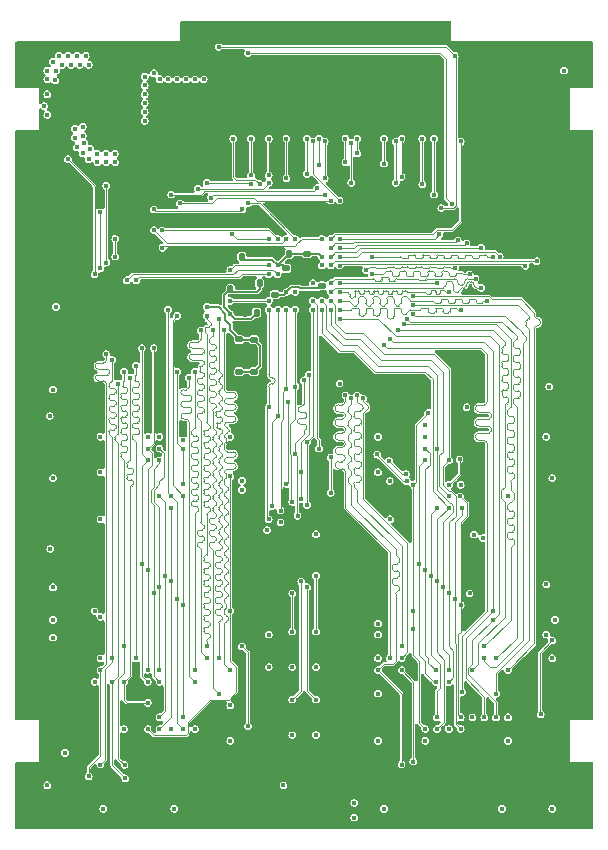
<source format=gbr>
%TF.GenerationSoftware,KiCad,Pcbnew,(6.0.7)*%
%TF.CreationDate,2022-10-03T18:22:00-04:00*%
%TF.ProjectId,IDE-SSD-ZIF,4944452d-5353-4442-9d5a-49462e6b6963,rev?*%
%TF.SameCoordinates,Original*%
%TF.FileFunction,Copper,L4,Bot*%
%TF.FilePolarity,Positive*%
%FSLAX46Y46*%
G04 Gerber Fmt 4.6, Leading zero omitted, Abs format (unit mm)*
G04 Created by KiCad (PCBNEW (6.0.7)) date 2022-10-03 18:22:00*
%MOMM*%
%LPD*%
G01*
G04 APERTURE LIST*
G04 Aperture macros list*
%AMRoundRect*
0 Rectangle with rounded corners*
0 $1 Rounding radius*
0 $2 $3 $4 $5 $6 $7 $8 $9 X,Y pos of 4 corners*
0 Add a 4 corners polygon primitive as box body*
4,1,4,$2,$3,$4,$5,$6,$7,$8,$9,$2,$3,0*
0 Add four circle primitives for the rounded corners*
1,1,$1+$1,$2,$3*
1,1,$1+$1,$4,$5*
1,1,$1+$1,$6,$7*
1,1,$1+$1,$8,$9*
0 Add four rect primitives between the rounded corners*
20,1,$1+$1,$2,$3,$4,$5,0*
20,1,$1+$1,$4,$5,$6,$7,0*
20,1,$1+$1,$6,$7,$8,$9,0*
20,1,$1+$1,$8,$9,$2,$3,0*%
G04 Aperture macros list end*
%TA.AperFunction,SMDPad,CuDef*%
%ADD10RoundRect,0.140000X0.140000X0.170000X-0.140000X0.170000X-0.140000X-0.170000X0.140000X-0.170000X0*%
%TD*%
%TA.AperFunction,SMDPad,CuDef*%
%ADD11RoundRect,0.140000X0.170000X-0.140000X0.170000X0.140000X-0.170000X0.140000X-0.170000X-0.140000X0*%
%TD*%
%TA.AperFunction,SMDPad,CuDef*%
%ADD12RoundRect,0.140000X-0.170000X0.140000X-0.170000X-0.140000X0.170000X-0.140000X0.170000X0.140000X0*%
%TD*%
%TA.AperFunction,ViaPad*%
%ADD13C,0.450000*%
%TD*%
%TA.AperFunction,Conductor*%
%ADD14C,0.100000*%
%TD*%
%TA.AperFunction,Conductor*%
%ADD15C,0.200000*%
%TD*%
G04 APERTURE END LIST*
D10*
%TO.P,C16,1*%
%TO.N,+VCCFQ*%
X127750000Y-79000000D03*
%TO.P,C16,2*%
%TO.N,GND*%
X126790000Y-79000000D03*
%TD*%
%TO.P,C9,1*%
%TO.N,Net-(C3-Pad1)*%
X128730000Y-76250000D03*
%TO.P,C9,2*%
%TO.N,GND*%
X127770000Y-76250000D03*
%TD*%
D11*
%TO.P,C8,1*%
%TO.N,+3V3*%
X131500000Y-79480000D03*
%TO.P,C8,2*%
%TO.N,GND*%
X131500000Y-78520000D03*
%TD*%
D12*
%TO.P,C2,1*%
%TO.N,+3V3*%
X129750000Y-86000000D03*
%TO.P,C2,2*%
%TO.N,GND*%
X129750000Y-86960000D03*
%TD*%
D10*
%TO.P,C14,1*%
%TO.N,+VCCFQ*%
X129980000Y-81000000D03*
%TO.P,C14,2*%
%TO.N,GND*%
X129020000Y-81000000D03*
%TD*%
D12*
%TO.P,C4,1*%
%TO.N,+3V3*%
X129750000Y-83270000D03*
%TO.P,C4,2*%
%TO.N,GND*%
X129750000Y-84230000D03*
%TD*%
D10*
%TO.P,C7,1*%
%TO.N,Net-(C3-Pad1)*%
X132730000Y-76000000D03*
%TO.P,C7,2*%
%TO.N,GND*%
X131770000Y-76000000D03*
%TD*%
D12*
%TO.P,C11,1*%
%TO.N,+3V3*%
X128500000Y-83250000D03*
%TO.P,C11,2*%
%TO.N,GND*%
X128500000Y-84210000D03*
%TD*%
%TO.P,C6,1*%
%TO.N,+3V3*%
X128500000Y-86000000D03*
%TO.P,C6,2*%
%TO.N,GND*%
X128500000Y-86960000D03*
%TD*%
%TO.P,C3,1*%
%TO.N,Net-(C3-Pad1)*%
X134250000Y-76000000D03*
%TO.P,C3,2*%
%TO.N,GND*%
X134250000Y-76960000D03*
%TD*%
D11*
%TO.P,C10,1*%
%TO.N,+3V3*%
X135500000Y-78730000D03*
%TO.P,C10,2*%
%TO.N,GND*%
X135500000Y-77770000D03*
%TD*%
D12*
%TO.P,C5,1*%
%TO.N,Net-(C3-Pad1)*%
X132500000Y-77250000D03*
%TO.P,C5,2*%
%TO.N,GND*%
X132500000Y-78210000D03*
%TD*%
D10*
%TO.P,C15,1*%
%TO.N,+VCCFQ*%
X130230000Y-78500000D03*
%TO.P,C15,2*%
%TO.N,GND*%
X129270000Y-78500000D03*
%TD*%
D13*
%TO.N,GND*%
X129750000Y-96774500D03*
X153750000Y-71250000D03*
X111000000Y-111250000D03*
X126750000Y-114250000D03*
X141250000Y-96500000D03*
X114750000Y-123750000D03*
X128500000Y-116000000D03*
X155500000Y-78500000D03*
X111000000Y-102500000D03*
X118250000Y-71250000D03*
X111500000Y-66250000D03*
X111000000Y-61000000D03*
X157250000Y-88000000D03*
X125500000Y-57250000D03*
X154000000Y-97000000D03*
X118750000Y-115250000D03*
X125750000Y-115250000D03*
X152000000Y-67500000D03*
X115500000Y-61000000D03*
X142250000Y-112250000D03*
X135500000Y-74000000D03*
X151250000Y-71250000D03*
X133250000Y-77000000D03*
X141750000Y-57250000D03*
X111000000Y-59250000D03*
X144250000Y-57250000D03*
X149125500Y-99436694D03*
X133750000Y-72250000D03*
X138500000Y-114250000D03*
X157250000Y-83750000D03*
X122250000Y-79500000D03*
X128000000Y-57250000D03*
X140000000Y-95500000D03*
X155250000Y-65000000D03*
X116250000Y-96500000D03*
X147750000Y-90000000D03*
X128750000Y-114750000D03*
X111500000Y-79000000D03*
X114250000Y-73500000D03*
X157250000Y-75750000D03*
X134000000Y-118750000D03*
X136500000Y-57250000D03*
X120500000Y-66250000D03*
X118500000Y-59250000D03*
X125750000Y-116250000D03*
X155500000Y-81250000D03*
X119750000Y-61250000D03*
X131000000Y-123750000D03*
X149124500Y-87750000D03*
X148500000Y-62500000D03*
X111000000Y-92250000D03*
X152000000Y-69500000D03*
X118500000Y-83250000D03*
X150250000Y-118250000D03*
X114250000Y-77000000D03*
X120000000Y-71250000D03*
X157250000Y-81250000D03*
X125500000Y-120250000D03*
X153250000Y-112750000D03*
X134750000Y-93225500D03*
X134000000Y-77750000D03*
X149000000Y-104750000D03*
X111000000Y-114750000D03*
X128750000Y-112750000D03*
X157000000Y-113750000D03*
X152000000Y-65000000D03*
X140250000Y-109250000D03*
X155250000Y-67500000D03*
X156500000Y-71250000D03*
X116750000Y-99500000D03*
X134000000Y-78500000D03*
X122000000Y-123750000D03*
X148250000Y-100774500D03*
X116750000Y-62500000D03*
X147750000Y-99500000D03*
X138500000Y-112750000D03*
X140250000Y-119250000D03*
X157000000Y-120250000D03*
X157250000Y-97500000D03*
X134250000Y-73000000D03*
X135250000Y-95250000D03*
X111500000Y-82000000D03*
X134750000Y-77750000D03*
X120750000Y-90500000D03*
X135250000Y-94250000D03*
X125500000Y-119500000D03*
X157250000Y-101250000D03*
X131000000Y-57250000D03*
X139250000Y-57250000D03*
X153750000Y-73750000D03*
X147250000Y-117250000D03*
X146750000Y-89500000D03*
X115750000Y-64250000D03*
X155250000Y-109500000D03*
X148500000Y-67500000D03*
X114250000Y-69000000D03*
X141250000Y-111250000D03*
X114250000Y-71250000D03*
X134000000Y-80000000D03*
X131750000Y-110500000D03*
X148500000Y-65000000D03*
X116750000Y-90500000D03*
X141289076Y-89443767D03*
X152000000Y-62500000D03*
X120500000Y-120250000D03*
X138000000Y-85250000D03*
X138250000Y-119250000D03*
X148250000Y-117250000D03*
X119750000Y-118250000D03*
X111000000Y-113000000D03*
X116250000Y-93250000D03*
X148000000Y-102500000D03*
X157000000Y-108750000D03*
X139250000Y-119250000D03*
X151250000Y-73750000D03*
X111000000Y-97000000D03*
X150250000Y-117250000D03*
X120500000Y-81250000D03*
X151500000Y-112750000D03*
X123750000Y-90500000D03*
X155500000Y-83750000D03*
X157250000Y-78500000D03*
X156500000Y-73750000D03*
X123750000Y-118250000D03*
X143750000Y-89250000D03*
X121750000Y-90500000D03*
X131750000Y-72500000D03*
X114750000Y-114500000D03*
X121750000Y-118250000D03*
X133250000Y-80000000D03*
X117000000Y-59250000D03*
X118250000Y-73250000D03*
X145750000Y-123750000D03*
X148000000Y-107000000D03*
X155500000Y-75750000D03*
X155250000Y-69500000D03*
X157250000Y-91500000D03*
X146250000Y-117250000D03*
X155250000Y-62500000D03*
X120250000Y-68750000D03*
X123000000Y-120250000D03*
X153000000Y-123750000D03*
X146750000Y-87750000D03*
X133750000Y-57250000D03*
X157000000Y-111250000D03*
X145250000Y-117250000D03*
X148500000Y-69500000D03*
X149000000Y-102500000D03*
X133000000Y-73000000D03*
X114750000Y-112250000D03*
X111500000Y-85000000D03*
X119500000Y-63000000D03*
X110750000Y-123750000D03*
%TO.N,/FSH_WP#*%
X143250000Y-95574500D03*
X144250000Y-116250000D03*
X127750000Y-106250000D03*
X127750000Y-94851000D03*
X143250000Y-106250000D03*
X120750000Y-116250000D03*
X123750000Y-95500000D03*
X123235188Y-85985188D03*
X144500000Y-89500000D03*
X143250000Y-107750000D03*
X123750000Y-92500000D03*
%TO.N,/HD_DASP#*%
X126750000Y-58500000D03*
X145610188Y-72139812D03*
X146750000Y-59250000D03*
%TO.N,+3V3*%
X113500000Y-60000000D03*
X125750000Y-80500000D03*
X124000000Y-61250000D03*
X112250000Y-62500000D03*
X140250000Y-107324500D03*
X112460000Y-89750000D03*
X112750000Y-95000000D03*
X140250000Y-94500000D03*
X120500000Y-62500000D03*
X148375500Y-99782843D03*
X121750000Y-91500000D03*
X150750000Y-123000000D03*
X123000000Y-123000000D03*
X144250000Y-90500000D03*
X121275000Y-60725000D03*
X120500000Y-61750000D03*
X112250000Y-60500000D03*
X137000000Y-87000000D03*
X135500000Y-77000000D03*
X120500000Y-64000000D03*
X128750000Y-95225500D03*
X151250000Y-115250000D03*
X140250000Y-113250000D03*
X127750000Y-114250000D03*
X121775000Y-61225000D03*
X112925000Y-61325000D03*
X138250000Y-122500000D03*
X120500000Y-64750000D03*
X112750000Y-107000000D03*
X112000000Y-63500000D03*
X122750000Y-116250000D03*
X112750000Y-59750000D03*
X128750000Y-96000000D03*
X132500000Y-79250000D03*
X155250000Y-107000000D03*
X151250000Y-96500000D03*
X112250000Y-64250000D03*
X124750000Y-61250000D03*
X116250000Y-112250000D03*
X156000000Y-60500000D03*
X132250000Y-121000000D03*
X120500000Y-61000000D03*
X122500000Y-61250000D03*
X114750000Y-59250000D03*
X115500000Y-59250000D03*
X112250000Y-61250000D03*
X120500000Y-63250000D03*
X113000000Y-60500000D03*
X148000000Y-104750000D03*
X113250000Y-59250000D03*
X114250000Y-60000000D03*
X115000000Y-60000000D03*
X123250000Y-61250000D03*
X113000000Y-80500000D03*
X112750000Y-104250000D03*
X116750000Y-94500000D03*
X154500000Y-104000000D03*
X116250000Y-106250000D03*
X115750000Y-60000000D03*
X114000000Y-59250000D03*
X146250000Y-116250000D03*
X125500000Y-61250000D03*
%TO.N,/F1_DQS*%
X126750000Y-113250000D03*
X126250000Y-82500000D03*
%TO.N,/F1_DQ4*%
X115750000Y-120250000D03*
X117250000Y-84500000D03*
X116750000Y-111250000D03*
%TO.N,/F1_DQ6*%
X119750000Y-85500000D03*
X119750000Y-110250000D03*
%TO.N,/F1_ALE*%
X124750000Y-86000000D03*
X124750000Y-111250000D03*
%TO.N,/F1_RE#*%
X118250000Y-87000000D03*
X117750000Y-112250000D03*
X118854123Y-120425500D03*
%TO.N,/F0_DQS*%
X133750000Y-94500000D03*
X134375500Y-86235188D03*
X133750000Y-96750000D03*
%TO.N,/F0_WE#*%
X136250000Y-96250000D03*
X136250000Y-93250000D03*
%TO.N,/F2_CLE*%
X140735188Y-83735188D03*
X147399500Y-113125000D03*
%TO.N,/F2_WE#*%
X141235188Y-83235188D03*
X150000000Y-106250000D03*
X149250000Y-115250000D03*
%TO.N,/F1_DQ2*%
X126750000Y-110250000D03*
X126750000Y-81500000D03*
%TO.N,/F1_DQ3*%
X127250000Y-82500000D03*
X127750000Y-111250000D03*
%TO.N,/F1_DQ5*%
X117750000Y-110250000D03*
X116750000Y-119250000D03*
X117750000Y-85000000D03*
%TO.N,/F1_DQ7*%
X118750000Y-86000000D03*
X118750000Y-109250000D03*
X118797655Y-119297655D03*
%TO.N,/F1_WE#*%
X119250000Y-86500000D03*
X118750000Y-112250000D03*
X120764812Y-114014812D03*
%TO.N,/F1_CLE*%
X124250000Y-86500000D03*
X124750000Y-112250000D03*
%TO.N,/F0_DQ3*%
X133250000Y-93000000D03*
X133985188Y-86735188D03*
X133437820Y-98187820D03*
%TO.N,/F0_RE#*%
X132600000Y-88600000D03*
X132500000Y-95500000D03*
%TO.N,/F2_RE#*%
X150000000Y-107000000D03*
X137000000Y-81500000D03*
X150250000Y-115250000D03*
%TO.N,/F2_ALE*%
X141985188Y-82485188D03*
X148250000Y-111250000D03*
%TO.N,/F2_DQ0*%
X142485188Y-81985188D03*
X154025500Y-115000000D03*
X149250000Y-109250000D03*
X155000000Y-108750000D03*
%TO.N,/F1_DQ0*%
X129250000Y-116000000D03*
X125750000Y-109250000D03*
X128750000Y-109250000D03*
X125735188Y-81235188D03*
%TO.N,/F1_DQ1*%
X125750000Y-110250000D03*
X125250000Y-82500000D03*
%TO.N,/F0_DQ7*%
X131000000Y-89000000D03*
X131000000Y-80750000D03*
X131000000Y-98500000D03*
%TO.N,/F0_DQ6*%
X131750000Y-89750000D03*
X131250000Y-97374500D03*
X131750000Y-80750000D03*
%TO.N,/F0_DQ5*%
X132500000Y-80750000D03*
X132000000Y-97750000D03*
X132485188Y-87485188D03*
%TO.N,/F0_DQ4*%
X133000000Y-97000000D03*
X133250000Y-80750000D03*
X133250000Y-87250000D03*
%TO.N,/F0_DQ2*%
X134250000Y-91950497D03*
X134750000Y-80750000D03*
X134250000Y-97250000D03*
%TO.N,/FSH_R{slash}B1#*%
X121750000Y-116250000D03*
X133750000Y-103750000D03*
X133000000Y-113750000D03*
X122750000Y-103750000D03*
X145250000Y-116250000D03*
X122750000Y-97500000D03*
X145250000Y-103750000D03*
X135500000Y-80750000D03*
X146250000Y-97500000D03*
%TO.N,/FSH_R{slash}B3#*%
X135000000Y-108000000D03*
X122250000Y-103250000D03*
X145250000Y-115250000D03*
X136250000Y-80750000D03*
X145250000Y-97500000D03*
X135000000Y-103250000D03*
X121750000Y-115250000D03*
X144750000Y-103250000D03*
X146250000Y-96500000D03*
X121750000Y-96500000D03*
%TO.N,/F3_WE#*%
X147250000Y-80750000D03*
X137000000Y-80750000D03*
%TO.N,/F2_DQ1*%
X143250000Y-81124500D03*
X149250000Y-110250000D03*
%TO.N,/F2_DQ2*%
X150250000Y-110250000D03*
X142750000Y-81500000D03*
%TO.N,/FSH_CE4#*%
X120750000Y-93500000D03*
X144250000Y-93500000D03*
X143750000Y-102250000D03*
X120250000Y-84000000D03*
X120250000Y-102250000D03*
X145125500Y-112250000D03*
X120750000Y-112250000D03*
%TO.N,/FSH_CE3#*%
X123750000Y-115250000D03*
X147250000Y-115250000D03*
X147250000Y-105750000D03*
X123750000Y-105750000D03*
X123750000Y-96500000D03*
X147210924Y-96556233D03*
X123250000Y-81250000D03*
%TO.N,/FSH_CE2#*%
X120750000Y-102750000D03*
X127750000Y-80000000D03*
X120750000Y-111250000D03*
X131000000Y-80000000D03*
X121250000Y-84000000D03*
X144250000Y-92500000D03*
X144250000Y-102750000D03*
X120750000Y-92500000D03*
X145125500Y-111250000D03*
%TO.N,/F0_DQ1*%
X135250000Y-92500000D03*
X134750000Y-80000000D03*
%TO.N,/FSH_R{slash}B2#*%
X121750000Y-92500000D03*
X135500000Y-80000000D03*
X121750000Y-111250000D03*
X145250000Y-92500000D03*
X135000000Y-113750000D03*
X146250000Y-111250000D03*
X134250000Y-104250000D03*
X145750000Y-104250000D03*
X121750000Y-104250000D03*
%TO.N,/FSH_R{slash}B4#*%
X121250000Y-104750000D03*
X146250000Y-93500000D03*
X133000000Y-104750000D03*
X121750000Y-112250000D03*
X146250000Y-112250000D03*
X136250000Y-80000000D03*
X146250000Y-104750000D03*
X133000000Y-108000000D03*
X121750000Y-93500000D03*
%TO.N,/F3_ALE*%
X137000000Y-80000000D03*
X149500000Y-80000000D03*
%TO.N,/F2_DQ3*%
X143235188Y-79624500D03*
X151250000Y-111250000D03*
%TO.N,/F2_DQS*%
X143250000Y-80374500D03*
X150250000Y-113250000D03*
%TO.N,/FSH_CE1#*%
X122750000Y-96500000D03*
X123250000Y-105250000D03*
X122485188Y-80735188D03*
X123750000Y-116250000D03*
X147399500Y-97500000D03*
X146750000Y-105250000D03*
X147250000Y-116250000D03*
%TO.N,/F3_CLE*%
X146250000Y-95574500D03*
X147156235Y-93406235D03*
X136250000Y-79250000D03*
X148999999Y-78878443D03*
%TO.N,/F3_RE#*%
X141202345Y-93547655D03*
X146250000Y-79250000D03*
X142638164Y-94667788D03*
X137000000Y-79250000D03*
%TO.N,/F2_DQ4*%
X142250000Y-119250000D03*
X140250000Y-111250000D03*
X138000000Y-88250000D03*
%TO.N,/F2_DQ5*%
X141250000Y-110250000D03*
X137500000Y-88000000D03*
X142250000Y-111250000D03*
X143250000Y-119000000D03*
%TO.N,Net-(R18-Pad2)*%
X131000000Y-77750000D03*
X119750000Y-78250000D03*
%TO.N,Net-(R16-Pad2)*%
X119000000Y-78250000D03*
X131750000Y-77750000D03*
%TO.N,Net-(C3-Pad1)*%
X135500000Y-76250000D03*
X131750000Y-77000000D03*
%TO.N,/F3_DQ7*%
X148514862Y-78125239D03*
X136250000Y-78500000D03*
%TO.N,/F2_DQ6*%
X142250000Y-110250000D03*
X145250000Y-78500000D03*
X139000000Y-88250000D03*
X137000000Y-78500000D03*
%TO.N,/F3_DQ6*%
X139750000Y-77750000D03*
X148000000Y-77750000D03*
%TO.N,/F2_DQ7*%
X142250000Y-109250000D03*
X138500000Y-88000000D03*
%TO.N,/I2C*%
X114000000Y-68000000D03*
X127750000Y-77374500D03*
X116250000Y-77750000D03*
X131000000Y-77000000D03*
%TO.N,/F3_DQ3*%
X153677868Y-76636898D03*
X136250000Y-77000000D03*
%TO.N,/F3_DQS*%
X137000000Y-77011398D03*
X152735188Y-77014812D03*
%TO.N,/F3_DQ4*%
X142722733Y-95280933D03*
X140184314Y-93000000D03*
%TO.N,/F3_DQ5*%
X146750000Y-77250000D03*
X139250000Y-77374500D03*
%TO.N,/DBG_SCL*%
X117250000Y-76750000D03*
X117250000Y-70250000D03*
%TO.N,/DBG_SDA*%
X116750000Y-72500000D03*
X116750000Y-77250000D03*
%TO.N,/HD_D10*%
X141750000Y-70000000D03*
X136250000Y-76250000D03*
X141750000Y-66500000D03*
X149000000Y-75500000D03*
%TO.N,/F3_DQ0*%
X150549503Y-76250000D03*
X137000000Y-76250000D03*
%TO.N,/F3_DQ1*%
X139750000Y-76250000D03*
X150000000Y-76250000D03*
%TO.N,/DBG_RESET*%
X118000000Y-76250000D03*
X118000000Y-74750000D03*
%TO.N,/HD_D8*%
X145000000Y-66250000D03*
X147000000Y-74875500D03*
X145000000Y-71000000D03*
X136250000Y-75500000D03*
%TO.N,/HD_D2*%
X138000000Y-70000000D03*
X138000000Y-66625500D03*
X137000000Y-75500000D03*
X147750000Y-75125500D03*
%TO.N,/HD_D9*%
X144000000Y-70124500D03*
X144000000Y-66250000D03*
%TO.N,/HD_D12*%
X138500000Y-66250000D03*
X138500000Y-67500000D03*
%TO.N,/HD_D11*%
X131000000Y-74750000D03*
X140750000Y-68374500D03*
X140750000Y-66250000D03*
X127919812Y-74360188D03*
%TO.N,/HD_CS0#*%
X131750000Y-74750000D03*
X122000000Y-74000000D03*
%TO.N,/HD_IOW#*%
X133250000Y-74750000D03*
X129279812Y-71720188D03*
X131000000Y-66250000D03*
X131000000Y-69374500D03*
%TO.N,/HD_RESET#*%
X147250000Y-66500000D03*
X136250000Y-74750000D03*
%TO.N,/HD_A2*%
X135047654Y-70452346D03*
X137000000Y-74750000D03*
X145449212Y-74364018D03*
X122750000Y-71000000D03*
%TO.N,/HD_PDIAG#*%
X146476728Y-71756351D03*
X129250000Y-59000000D03*
%TO.N,/HD_D1*%
X135750000Y-66500000D03*
X135750000Y-69624500D03*
%TO.N,/HD_D13*%
X137500000Y-68250000D03*
X137500000Y-66250000D03*
%TO.N,/HD_D5*%
X142250000Y-66250000D03*
X142250000Y-69500000D03*
%TO.N,/HD_CS1#*%
X128750000Y-72250000D03*
X121250000Y-72250000D03*
%TO.N,/HD_IOR#*%
X129500000Y-69374500D03*
X129500000Y-66250000D03*
%TO.N,/HD_INTRQ*%
X129529812Y-70124500D03*
X125750000Y-70000000D03*
%TO.N,/HD_DMARQ*%
X132500000Y-66250000D03*
X132500000Y-69625500D03*
%TO.N,/HD_DMACK#*%
X126125500Y-71250000D03*
X135750000Y-71074500D03*
%TO.N,/HD_D14*%
X135250000Y-66250000D03*
X135250000Y-68500000D03*
%TO.N,/HD_D15*%
X134250000Y-66250000D03*
X134250000Y-69250000D03*
%TO.N,/HD_IORDY*%
X128000000Y-66250000D03*
X130250000Y-70124500D03*
%TO.N,/HD_A1*%
X125000000Y-70500000D03*
X131000000Y-70000000D03*
%TO.N,/HD_A0*%
X136250000Y-71500000D03*
X123500000Y-71750000D03*
%TO.N,/HD_D0*%
X134750000Y-66500000D03*
X137000000Y-71500000D03*
%TO.N,+VCCFQ*%
X133000000Y-111000000D03*
X147750000Y-89000000D03*
X151250000Y-117250000D03*
X127750000Y-91500000D03*
X120750000Y-91500000D03*
X144250000Y-117250000D03*
X144250000Y-91500000D03*
X132000000Y-98750000D03*
X114575000Y-66175000D03*
X116500000Y-68250000D03*
X115250000Y-66000000D03*
X117250000Y-68250000D03*
X112250000Y-121000000D03*
X115875000Y-67125000D03*
X115750000Y-68000000D03*
X154500000Y-91500000D03*
X117956445Y-67543555D03*
X133250000Y-79250000D03*
X148250000Y-115250000D03*
X123778394Y-91774500D03*
X140250000Y-91500000D03*
X127750000Y-81125500D03*
X112750000Y-108500000D03*
X115250000Y-65250000D03*
X155000000Y-95000000D03*
X140750000Y-123000000D03*
X154500000Y-108250000D03*
X140250000Y-117250000D03*
X154750000Y-87250000D03*
X112750000Y-87500000D03*
X116456445Y-67543555D03*
X138250000Y-123750000D03*
X133000000Y-116750000D03*
X115250000Y-67500000D03*
X149125500Y-100071430D03*
X131000000Y-111000000D03*
X140250000Y-108250000D03*
X117000000Y-123000000D03*
X118000000Y-68250000D03*
X117206445Y-67543555D03*
X127750000Y-117250000D03*
X130847489Y-99400000D03*
X140250000Y-110250000D03*
X131000000Y-108250000D03*
X135000000Y-99750000D03*
X147250000Y-95574500D03*
X115375000Y-66625000D03*
X116750000Y-98500000D03*
X118750000Y-116250000D03*
X135000000Y-116750000D03*
X155000000Y-123000000D03*
X155000000Y-110250000D03*
X134750000Y-78500000D03*
X113750000Y-118250000D03*
X141264812Y-98485188D03*
X124750000Y-116250000D03*
X141250000Y-95250000D03*
X135000000Y-111000000D03*
X114750000Y-67000000D03*
X116750000Y-106750000D03*
X116750000Y-110250000D03*
X114575000Y-65425000D03*
X112500000Y-101000000D03*
X116750000Y-91500000D03*
%TO.N,Net-(R26-Pad2)*%
X121250000Y-74000000D03*
X132500000Y-74750000D03*
%TO.N,Net-(R27-Pad2)*%
X135500000Y-74750000D03*
X122000000Y-75500000D03*
%TD*%
D14*
%TO.N,/FSH_WP#*%
X127750000Y-110500000D02*
X127750000Y-106250000D01*
X143750000Y-115750000D02*
X143750000Y-110500000D01*
X123235188Y-85985188D02*
X123250000Y-86000000D01*
X124000000Y-116750000D02*
X121250000Y-116750000D01*
X126000000Y-113750000D02*
X124125000Y-115625000D01*
X143750000Y-110500000D02*
X143250000Y-110000000D01*
X127750000Y-110500000D02*
X128250000Y-111000000D01*
X124125000Y-115625000D02*
X124125000Y-116625000D01*
X123250000Y-92000000D02*
X123750000Y-92500000D01*
X127750000Y-106250000D02*
X127750000Y-94851000D01*
X143500000Y-90500000D02*
X143500000Y-95324500D01*
X128250000Y-113125000D02*
X127625000Y-113750000D01*
X121250000Y-116750000D02*
X120750000Y-116250000D01*
X144500000Y-89500000D02*
X143500000Y-90500000D01*
X144250000Y-116250000D02*
X143750000Y-115750000D01*
X143500000Y-95324500D02*
X143250000Y-95574500D01*
X124125000Y-116625000D02*
X124000000Y-116750000D01*
X127625000Y-113750000D02*
X126000000Y-113750000D01*
X128250000Y-111000000D02*
X128250000Y-113125000D01*
X143250000Y-107750000D02*
X143250000Y-95574500D01*
X143250000Y-108750000D02*
X143250000Y-107750000D01*
X123250000Y-86000000D02*
X123250000Y-92000000D01*
X123750000Y-92500000D02*
X123750000Y-95500000D01*
X143250000Y-110000000D02*
X143250000Y-108750000D01*
%TO.N,/HD_DASP#*%
X146750000Y-59250000D02*
X146250000Y-58750000D01*
X146756705Y-72006705D02*
X146851728Y-71911682D01*
X144250000Y-58500000D02*
X126750000Y-58500000D01*
X146851728Y-71911682D02*
X146851728Y-59351728D01*
X146250000Y-58750000D02*
X146000000Y-58500000D01*
X145610188Y-72139812D02*
X146623598Y-72139812D01*
X146851728Y-59351728D02*
X146750000Y-59250000D01*
X146623598Y-72139812D02*
X146756705Y-72006705D01*
X146000000Y-58500000D02*
X144250000Y-58500000D01*
D15*
%TO.N,+3V3*%
X128520000Y-83270000D02*
X128500000Y-83250000D01*
X128500000Y-86000000D02*
X129750000Y-86000000D01*
X130260000Y-83780000D02*
X130260000Y-85490000D01*
X128500000Y-83250000D02*
X127750000Y-82500000D01*
X135500000Y-78730000D02*
X135305000Y-78925000D01*
X130260000Y-85490000D02*
X129750000Y-86000000D01*
X133675000Y-78925000D02*
X133575000Y-78825000D01*
X127325000Y-81575000D02*
X127325000Y-81075000D01*
X132925000Y-78825000D02*
X132500000Y-79250000D01*
X127750000Y-82000000D02*
X127325000Y-81575000D01*
X131500000Y-79480000D02*
X132270000Y-79480000D01*
X129750000Y-83270000D02*
X128520000Y-83270000D01*
X133575000Y-78825000D02*
X132925000Y-78825000D01*
X126750000Y-80500000D02*
X125750000Y-80500000D01*
X135305000Y-78925000D02*
X133675000Y-78925000D01*
X127325000Y-81075000D02*
X126750000Y-80500000D01*
X132270000Y-79480000D02*
X132500000Y-79250000D01*
X127750000Y-82500000D02*
X127750000Y-82000000D01*
X129750000Y-83270000D02*
X130260000Y-83780000D01*
D14*
%TO.N,/F1_DQS*%
X126543288Y-91043288D02*
X126543288Y-91250000D01*
X126250000Y-87150000D02*
X126100000Y-87150000D01*
X126250000Y-98900000D02*
X126396644Y-98900000D01*
X126396644Y-98396644D02*
X126250000Y-98396644D01*
X126250000Y-84650000D02*
X126400000Y-84650000D01*
X126543288Y-99046644D02*
X126543288Y-99253356D01*
X126100000Y-83650000D02*
X126250000Y-83650000D01*
X126250000Y-91543288D02*
X126250000Y-91750000D01*
X126250000Y-84150000D02*
X126100000Y-84150000D01*
X126103356Y-98900000D02*
X126250000Y-98900000D01*
X126250000Y-98396644D02*
X126250000Y-98400000D01*
X126396644Y-100400000D02*
X126250000Y-100400000D01*
X126250000Y-86150000D02*
X126100000Y-86150000D01*
X126100000Y-84650000D02*
X126250000Y-84650000D01*
X126400000Y-86150000D02*
X126250000Y-86150000D01*
X125950000Y-83300000D02*
X125950000Y-83500000D01*
X126103356Y-99900000D02*
X126250000Y-99900000D01*
X126543288Y-92043288D02*
X126543288Y-92250000D01*
X126250000Y-92543288D02*
X126250000Y-92750000D01*
X126250000Y-86650000D02*
X126400000Y-86650000D01*
X126100000Y-85650000D02*
X126250000Y-85650000D01*
X126400000Y-85150000D02*
X126250000Y-85150000D01*
X126250000Y-83650000D02*
X126400000Y-83650000D01*
X126250000Y-112750000D02*
X126750000Y-113250000D01*
X126400000Y-87150000D02*
X126250000Y-87150000D01*
X126250000Y-94543288D02*
X126250000Y-94750000D01*
X126550000Y-88800000D02*
X126550000Y-89000000D01*
X126250000Y-97543288D02*
X126250000Y-97750000D01*
X125950000Y-86300000D02*
X125950000Y-86500000D01*
X126250000Y-95543288D02*
X126250000Y-95750000D01*
X126250000Y-96543288D02*
X126250000Y-96750000D01*
X125956712Y-100546644D02*
X125956712Y-100753356D01*
X126250000Y-87650000D02*
X126400000Y-87650000D01*
X126400000Y-84150000D02*
X126250000Y-84150000D01*
X126543288Y-95043288D02*
X126543288Y-95250000D01*
X126250000Y-90041646D02*
X126250000Y-90750000D01*
X126550000Y-83800000D02*
X126550000Y-84000000D01*
X126250000Y-100400000D02*
X126103356Y-100400000D01*
X126550000Y-87800000D02*
X126550000Y-88000000D01*
X126543288Y-100046644D02*
X126543288Y-100253356D01*
X126543288Y-93043288D02*
X126543288Y-93250000D01*
X125950000Y-87300000D02*
X125950000Y-87500000D01*
X126550000Y-86800000D02*
X126550000Y-87000000D01*
X126543288Y-96043288D02*
X126543288Y-96250000D01*
X126100000Y-87650000D02*
X126250000Y-87650000D01*
X126250000Y-89300000D02*
X126250000Y-90041646D01*
X126250000Y-85150000D02*
X126100000Y-85150000D01*
X126250000Y-99900000D02*
X126396644Y-99900000D01*
X126250000Y-88150000D02*
X126100000Y-88150000D01*
X125956712Y-99546644D02*
X125956712Y-99753356D01*
X126396644Y-99400000D02*
X126250000Y-99400000D01*
X126100000Y-86650000D02*
X126250000Y-86650000D01*
X126250000Y-85650000D02*
X126400000Y-85650000D01*
X126550000Y-84800000D02*
X126550000Y-85000000D01*
X126250000Y-98400000D02*
X126103356Y-98400000D01*
X125950000Y-88300000D02*
X125950000Y-88500000D01*
X126250000Y-93543288D02*
X126250000Y-93750000D01*
X126100000Y-88650000D02*
X126250000Y-88650000D01*
X126543288Y-97043288D02*
X126543288Y-97250000D01*
X125950000Y-84300000D02*
X125950000Y-84500000D01*
X125950000Y-85300000D02*
X125950000Y-85500000D01*
X126543288Y-94043288D02*
X126543288Y-94250000D01*
X126250000Y-101046644D02*
X126250000Y-105600000D01*
X126400000Y-88150000D02*
X126250000Y-88150000D01*
X126550000Y-85800000D02*
X126550000Y-86000000D01*
X126250000Y-99400000D02*
X126103356Y-99400000D01*
X126250000Y-105600000D02*
X126250000Y-112750000D01*
X126250000Y-82500000D02*
X126250000Y-83000000D01*
X126543288Y-98043288D02*
X126543288Y-98250000D01*
X126250000Y-88650000D02*
X126400000Y-88650000D01*
X125956712Y-98546644D02*
X125956712Y-98753356D01*
X126550000Y-85800000D02*
G75*
G03*
X126400000Y-85650000I-150000J0D01*
G01*
X126396644Y-95896600D02*
G75*
G02*
X126250000Y-95750000I-44J146600D01*
G01*
X126396644Y-91896600D02*
G75*
G02*
X126250000Y-91750000I-44J146600D01*
G01*
X126100000Y-88650000D02*
G75*
G02*
X125950000Y-88500000I0J150000D01*
G01*
X126396644Y-94396688D02*
G75*
G03*
X126543288Y-94250000I-44J146688D01*
G01*
X126249944Y-93543288D02*
G75*
G02*
X126396644Y-93396644I146656J-12D01*
G01*
X126543256Y-97043288D02*
G75*
G03*
X126396644Y-96896644I-146656J-12D01*
G01*
X126249944Y-96543288D02*
G75*
G02*
X126396644Y-96396644I146656J-12D01*
G01*
X126100000Y-85650000D02*
G75*
G02*
X125950000Y-85500000I0J150000D01*
G01*
X125950000Y-83300000D02*
G75*
G02*
X126100000Y-83150000I150000J0D01*
G01*
X126249944Y-94543288D02*
G75*
G02*
X126396644Y-94396644I146656J-12D01*
G01*
X126396644Y-94896600D02*
G75*
G02*
X126250000Y-94750000I-44J146600D01*
G01*
X126550000Y-88800000D02*
G75*
G03*
X126400000Y-88650000I-150000J0D01*
G01*
X126543256Y-96043288D02*
G75*
G03*
X126396644Y-95896644I-146656J-12D01*
G01*
X125950000Y-87300000D02*
G75*
G02*
X126100000Y-87150000I150000J0D01*
G01*
X126250000Y-101046644D02*
G75*
G03*
X126103356Y-100900000I-146600J44D01*
G01*
X126400000Y-85150000D02*
G75*
G03*
X126550000Y-85000000I0J150000D01*
G01*
X126100000Y-86650000D02*
G75*
G02*
X125950000Y-86500000I0J150000D01*
G01*
X126396644Y-98396688D02*
G75*
G03*
X126543288Y-98250000I-44J146688D01*
G01*
X126249944Y-95543288D02*
G75*
G02*
X126396644Y-95396644I146656J-12D01*
G01*
X126550000Y-87800000D02*
G75*
G03*
X126400000Y-87650000I-150000J0D01*
G01*
X126543256Y-98043288D02*
G75*
G03*
X126396644Y-97896644I-146656J-12D01*
G01*
X126400000Y-88150000D02*
G75*
G03*
X126550000Y-88000000I0J150000D01*
G01*
X126543256Y-95043288D02*
G75*
G03*
X126396644Y-94896644I-146656J-12D01*
G01*
X126550000Y-84800000D02*
G75*
G03*
X126400000Y-84650000I-150000J0D01*
G01*
X126543256Y-91043288D02*
G75*
G03*
X126396644Y-90896644I-146656J-12D01*
G01*
X126400000Y-86150000D02*
G75*
G03*
X126550000Y-86000000I0J150000D01*
G01*
X126103356Y-98900088D02*
G75*
G02*
X125956712Y-98753356I44J146688D01*
G01*
X125950000Y-85300000D02*
G75*
G02*
X126100000Y-85150000I150000J0D01*
G01*
X126396644Y-100400088D02*
G75*
G03*
X126543288Y-100253356I-44J146688D01*
G01*
X126249944Y-91543288D02*
G75*
G02*
X126396644Y-91396644I146656J-12D01*
G01*
X126249944Y-92543288D02*
G75*
G02*
X126396644Y-92396644I146656J-12D01*
G01*
X126396644Y-95396688D02*
G75*
G03*
X126543288Y-95250000I-44J146688D01*
G01*
X126100000Y-84650000D02*
G75*
G02*
X125950000Y-84500000I0J150000D01*
G01*
X125950000Y-86300000D02*
G75*
G02*
X126100000Y-86150000I150000J0D01*
G01*
X125956800Y-99546644D02*
G75*
G02*
X126103356Y-99400000I146600J44D01*
G01*
X126543256Y-94043288D02*
G75*
G03*
X126396644Y-93896644I-146656J-12D01*
G01*
X126103356Y-100900088D02*
G75*
G02*
X125956712Y-100753356I44J146688D01*
G01*
X126543200Y-99046644D02*
G75*
G03*
X126396644Y-98900000I-146600J44D01*
G01*
X126249944Y-97543288D02*
G75*
G02*
X126396644Y-97396644I146656J-12D01*
G01*
X125950000Y-84300000D02*
G75*
G02*
X126100000Y-84150000I150000J0D01*
G01*
X126543256Y-93043288D02*
G75*
G03*
X126396644Y-92896644I-146656J-12D01*
G01*
X126396644Y-96396688D02*
G75*
G03*
X126543288Y-96250000I-44J146688D01*
G01*
X125956800Y-100546644D02*
G75*
G02*
X126103356Y-100400000I146600J44D01*
G01*
X126550000Y-86800000D02*
G75*
G03*
X126400000Y-86650000I-150000J0D01*
G01*
X126396644Y-93896600D02*
G75*
G02*
X126250000Y-93750000I-44J146600D01*
G01*
X126396644Y-96896600D02*
G75*
G02*
X126250000Y-96750000I-44J146600D01*
G01*
X126543256Y-92043288D02*
G75*
G03*
X126396644Y-91896644I-146656J-12D01*
G01*
X126250000Y-89300000D02*
G75*
G02*
X126400000Y-89150000I150000J0D01*
G01*
X126100000Y-83650000D02*
G75*
G02*
X125950000Y-83500000I0J150000D01*
G01*
X126550000Y-83800000D02*
G75*
G03*
X126400000Y-83650000I-150000J0D01*
G01*
X126400000Y-89150000D02*
G75*
G03*
X126550000Y-89000000I0J150000D01*
G01*
X126396644Y-90896600D02*
G75*
G02*
X126250000Y-90750000I-44J146600D01*
G01*
X126396644Y-93396688D02*
G75*
G03*
X126543288Y-93250000I-44J146688D01*
G01*
X126396644Y-97896600D02*
G75*
G02*
X126250000Y-97750000I-44J146600D01*
G01*
X126543200Y-100046644D02*
G75*
G03*
X126396644Y-99900000I-146600J44D01*
G01*
X125950000Y-88300000D02*
G75*
G02*
X126100000Y-88150000I150000J0D01*
G01*
X126396644Y-99400088D02*
G75*
G03*
X126543288Y-99253356I-44J146688D01*
G01*
X126100000Y-87650000D02*
G75*
G02*
X125950000Y-87500000I0J150000D01*
G01*
X126400000Y-84150000D02*
G75*
G03*
X126550000Y-84000000I0J150000D01*
G01*
X126396644Y-97396688D02*
G75*
G03*
X126543288Y-97250000I-44J146688D01*
G01*
X125956800Y-98546644D02*
G75*
G02*
X126103356Y-98400000I146600J44D01*
G01*
X126100000Y-83150000D02*
G75*
G03*
X126250000Y-83000000I0J150000D01*
G01*
X126396644Y-92396688D02*
G75*
G03*
X126543288Y-92250000I-44J146688D01*
G01*
X126396644Y-92896600D02*
G75*
G02*
X126250000Y-92750000I-44J146600D01*
G01*
X126396644Y-91396688D02*
G75*
G03*
X126543288Y-91250000I-44J146688D01*
G01*
X126103356Y-99900088D02*
G75*
G02*
X125956712Y-99753356I44J146688D01*
G01*
X126400000Y-87150000D02*
G75*
G03*
X126550000Y-87000000I0J150000D01*
G01*
%TO.N,/F1_DQ4*%
X117483728Y-85866864D02*
X117483728Y-86133136D01*
X115750000Y-120250000D02*
X115750000Y-119500000D01*
X117000000Y-85250000D02*
X116566272Y-85250000D01*
X116566272Y-85750000D02*
X117000000Y-85750000D01*
X117366864Y-86250000D02*
X117250000Y-86250000D01*
X117250000Y-87000000D02*
X117250000Y-92000758D01*
X117000000Y-85750000D02*
X117366864Y-85750000D01*
X116566272Y-86750000D02*
X117000000Y-86750000D01*
X117250000Y-86250000D02*
X116566272Y-86250000D01*
X115750000Y-119500000D02*
X116750000Y-118500000D01*
X117250000Y-84500000D02*
X117250000Y-85000000D01*
X117250000Y-92000758D02*
X117250000Y-110750000D01*
X116750000Y-118500000D02*
X116750000Y-111250000D01*
X117250000Y-110750000D02*
X116750000Y-111250000D01*
X116566272Y-85750028D02*
G75*
G02*
X116316272Y-85500000I28J250028D01*
G01*
X117366864Y-86249928D02*
G75*
G03*
X117483728Y-86133136I36J116828D01*
G01*
X117483800Y-85866864D02*
G75*
G03*
X117366864Y-85750000I-116900J-36D01*
G01*
X116316300Y-86500000D02*
G75*
G02*
X116566272Y-86250000I250000J0D01*
G01*
X116316300Y-85500000D02*
G75*
G02*
X116566272Y-85250000I250000J0D01*
G01*
X117250000Y-87000000D02*
G75*
G03*
X117000000Y-86750000I-250000J0D01*
G01*
X116566272Y-86750028D02*
G75*
G02*
X116316272Y-86500000I28J250028D01*
G01*
X117000000Y-85250000D02*
G75*
G03*
X117250000Y-85000000I0J250000D01*
G01*
%TO.N,/F1_DQ6*%
X119600654Y-89800000D02*
X119750000Y-89800000D01*
X119451309Y-88449345D02*
X119451309Y-88650655D01*
X119750000Y-85500000D02*
X119750000Y-86250000D01*
X119750000Y-89800000D02*
X119899346Y-89800000D01*
X119750000Y-95035818D02*
X119750000Y-110250000D01*
X119750000Y-87300000D02*
X119600654Y-87300000D01*
X119451309Y-90449345D02*
X119451309Y-90650655D01*
X119600654Y-90800000D02*
X119750000Y-90800000D01*
X119899346Y-90300000D02*
X119750000Y-90300000D01*
X119451309Y-91449345D02*
X119451309Y-91650655D01*
X119899346Y-88300000D02*
X119750000Y-88300000D01*
X119750000Y-90300000D02*
X119600654Y-90300000D01*
X120048691Y-88949345D02*
X120048691Y-89150655D01*
X120048691Y-87949345D02*
X120048691Y-88150655D01*
X119600654Y-87800000D02*
X119750000Y-87800000D01*
X119700000Y-86800000D02*
X119750000Y-86800000D01*
X119750000Y-88800000D02*
X119899346Y-88800000D01*
X119750000Y-89300000D02*
X119600654Y-89300000D01*
X119750000Y-91949345D02*
X119750000Y-95035818D01*
X119750000Y-86800000D02*
X119899346Y-86800000D01*
X120048691Y-89949345D02*
X120048691Y-90150655D01*
X119899346Y-87300000D02*
X119750000Y-87300000D01*
X119750000Y-88300000D02*
X119600654Y-88300000D01*
X119600654Y-88800000D02*
X119750000Y-88800000D01*
X119750000Y-90800000D02*
X119899346Y-90800000D01*
X119600654Y-91800000D02*
X119600655Y-91800000D01*
X119899346Y-89300000D02*
X119750000Y-89300000D01*
X119650000Y-86350000D02*
X119650000Y-86750000D01*
X120048691Y-90949345D02*
X120048691Y-91150655D01*
X119899346Y-91300000D02*
X119750000Y-91300000D01*
X119750000Y-91300000D02*
X119600654Y-91300000D01*
X120048691Y-86949345D02*
X120048691Y-87150655D01*
X119750000Y-87800000D02*
X119899346Y-87800000D01*
X119451309Y-87449345D02*
X119451309Y-87650655D01*
X119451309Y-89449345D02*
X119451309Y-89650655D01*
X119451400Y-91449345D02*
G75*
G02*
X119600654Y-91300000I149300J45D01*
G01*
X119899346Y-89300091D02*
G75*
G03*
X120048691Y-89150655I-46J149391D01*
G01*
X119600654Y-89800091D02*
G75*
G02*
X119451309Y-89650655I46J149391D01*
G01*
X119600654Y-88800091D02*
G75*
G02*
X119451309Y-88650655I46J149391D01*
G01*
X119451400Y-87449345D02*
G75*
G02*
X119600654Y-87300000I149300J45D01*
G01*
X119451400Y-90449345D02*
G75*
G02*
X119600654Y-90300000I149300J45D01*
G01*
X119899346Y-88300091D02*
G75*
G03*
X120048691Y-88150655I-46J149391D01*
G01*
X119700000Y-86800000D02*
G75*
G02*
X119650000Y-86750000I0J50000D01*
G01*
X119451400Y-88449345D02*
G75*
G02*
X119600654Y-88300000I149300J45D01*
G01*
X119899346Y-87300091D02*
G75*
G03*
X120048691Y-87150655I-46J149391D01*
G01*
X119750000Y-91949345D02*
G75*
G03*
X119600655Y-91800000I-149300J45D01*
G01*
X120048600Y-90949345D02*
G75*
G03*
X119899346Y-90800000I-149300J45D01*
G01*
X119650000Y-86350000D02*
G75*
G02*
X119700000Y-86300000I50000J0D01*
G01*
X120048600Y-88949345D02*
G75*
G03*
X119899346Y-88800000I-149300J45D01*
G01*
X119451400Y-89449345D02*
G75*
G02*
X119600654Y-89300000I149300J45D01*
G01*
X119899346Y-91300091D02*
G75*
G03*
X120048691Y-91150655I-46J149391D01*
G01*
X119600654Y-91800091D02*
G75*
G02*
X119451309Y-91650655I46J149391D01*
G01*
X120048600Y-89949345D02*
G75*
G03*
X119899346Y-89800000I-149300J45D01*
G01*
X119600654Y-87800091D02*
G75*
G02*
X119451309Y-87650655I46J149391D01*
G01*
X120048600Y-87949345D02*
G75*
G03*
X119899346Y-87800000I-149300J45D01*
G01*
X119600654Y-90800091D02*
G75*
G02*
X119451309Y-90650655I46J149391D01*
G01*
X119899346Y-90300091D02*
G75*
G03*
X120048691Y-90150655I-46J149391D01*
G01*
X119700000Y-86300000D02*
G75*
G03*
X119750000Y-86250000I0J50000D01*
G01*
X120048600Y-86949345D02*
G75*
G03*
X119899346Y-86800000I-149300J45D01*
G01*
%TO.N,/F1_ALE*%
X124750000Y-91900000D02*
X124600000Y-91900000D01*
X124450000Y-96050000D02*
X124450000Y-96250000D01*
X124450000Y-93050000D02*
X124450000Y-93250000D01*
X124900000Y-91900000D02*
X124750000Y-91900000D01*
X124900000Y-93900000D02*
X124750000Y-93900000D01*
X124750000Y-98050000D02*
X124750000Y-101367714D01*
X124450000Y-92050000D02*
X124450000Y-92250000D01*
X124750000Y-96400000D02*
X124900000Y-96400000D01*
X124750000Y-93900000D02*
X124600000Y-93900000D01*
X125050000Y-97550000D02*
X125050000Y-97750000D01*
X124600000Y-96400000D02*
X124750000Y-96400000D01*
X124450000Y-97050000D02*
X124450000Y-97250000D01*
X124750000Y-86000000D02*
X124750000Y-90750000D01*
X124750000Y-94900000D02*
X124600000Y-94900000D01*
X125050000Y-93550000D02*
X125050000Y-93750000D01*
X124600000Y-97400000D02*
X124750000Y-97400000D01*
X124750000Y-94400000D02*
X124900000Y-94400000D01*
X124600000Y-91400000D02*
X124750000Y-91400000D01*
X124750000Y-101367714D02*
X124750000Y-111250000D01*
X125050000Y-91550000D02*
X125050000Y-91750000D01*
X124750000Y-95900000D02*
X124600000Y-95900000D01*
X124600000Y-93400000D02*
X124750000Y-93400000D01*
X124750000Y-91400000D02*
X124900000Y-91400000D01*
X125050000Y-94550000D02*
X125050000Y-94750000D01*
X124750000Y-93400000D02*
X124900000Y-93400000D01*
X124450000Y-91050000D02*
X124450000Y-91250000D01*
X125050000Y-92550000D02*
X125050000Y-92750000D01*
X124750000Y-96900000D02*
X124600000Y-96900000D01*
X124750000Y-95400000D02*
X124900000Y-95400000D01*
X124450000Y-95050000D02*
X124450000Y-95250000D01*
X124600000Y-94400000D02*
X124750000Y-94400000D01*
X124900000Y-96900000D02*
X124750000Y-96900000D01*
X124600000Y-95400000D02*
X124750000Y-95400000D01*
X124900000Y-95900000D02*
X124750000Y-95900000D01*
X124450000Y-94050000D02*
X124450000Y-94250000D01*
X125050000Y-96550000D02*
X125050000Y-96750000D01*
X124750000Y-92400000D02*
X124900000Y-92400000D01*
X125050000Y-95550000D02*
X125050000Y-95750000D01*
X124600000Y-92400000D02*
X124750000Y-92400000D01*
X124750000Y-97400000D02*
X124900000Y-97400000D01*
X124750000Y-92900000D02*
X124600000Y-92900000D01*
X124900000Y-94900000D02*
X124750000Y-94900000D01*
X124900000Y-92900000D02*
X124750000Y-92900000D01*
X125050000Y-92550000D02*
G75*
G03*
X124900000Y-92400000I-150000J0D01*
G01*
X124450000Y-91050000D02*
G75*
G02*
X124600000Y-90900000I150000J0D01*
G01*
X124600000Y-97400000D02*
G75*
G02*
X124450000Y-97250000I0J150000D01*
G01*
X124900000Y-95900000D02*
G75*
G03*
X125050000Y-95750000I0J150000D01*
G01*
X125050000Y-95550000D02*
G75*
G03*
X124900000Y-95400000I-150000J0D01*
G01*
X124450000Y-93050000D02*
G75*
G02*
X124600000Y-92900000I150000J0D01*
G01*
X124600000Y-90900000D02*
G75*
G03*
X124750000Y-90750000I0J150000D01*
G01*
X124600000Y-92400000D02*
G75*
G02*
X124450000Y-92250000I0J150000D01*
G01*
X125050000Y-94550000D02*
G75*
G03*
X124900000Y-94400000I-150000J0D01*
G01*
X125050000Y-97550000D02*
G75*
G03*
X124900000Y-97400000I-150000J0D01*
G01*
X124600000Y-96400000D02*
G75*
G02*
X124450000Y-96250000I0J150000D01*
G01*
X124450000Y-97050000D02*
G75*
G02*
X124600000Y-96900000I150000J0D01*
G01*
X124900000Y-97900000D02*
G75*
G03*
X125050000Y-97750000I0J150000D01*
G01*
X124450000Y-95050000D02*
G75*
G02*
X124600000Y-94900000I150000J0D01*
G01*
X124600000Y-93400000D02*
G75*
G02*
X124450000Y-93250000I0J150000D01*
G01*
X124600000Y-91400000D02*
G75*
G02*
X124450000Y-91250000I0J150000D01*
G01*
X125050000Y-91550000D02*
G75*
G03*
X124900000Y-91400000I-150000J0D01*
G01*
X124900000Y-91900000D02*
G75*
G03*
X125050000Y-91750000I0J150000D01*
G01*
X124600000Y-94400000D02*
G75*
G02*
X124450000Y-94250000I0J150000D01*
G01*
X124450000Y-96050000D02*
G75*
G02*
X124600000Y-95900000I150000J0D01*
G01*
X124600000Y-95400000D02*
G75*
G02*
X124450000Y-95250000I0J150000D01*
G01*
X124900000Y-93900000D02*
G75*
G03*
X125050000Y-93750000I0J150000D01*
G01*
X124450000Y-92050000D02*
G75*
G02*
X124600000Y-91900000I150000J0D01*
G01*
X124750000Y-98050000D02*
G75*
G02*
X124900000Y-97900000I150000J0D01*
G01*
X124900000Y-96900000D02*
G75*
G03*
X125050000Y-96750000I0J150000D01*
G01*
X124450000Y-94050000D02*
G75*
G02*
X124600000Y-93900000I150000J0D01*
G01*
X125050000Y-96550000D02*
G75*
G03*
X124900000Y-96400000I-150000J0D01*
G01*
X124900000Y-92900000D02*
G75*
G03*
X125050000Y-92750000I0J150000D01*
G01*
X124900000Y-94900000D02*
G75*
G03*
X125050000Y-94750000I0J150000D01*
G01*
X125050000Y-93550000D02*
G75*
G03*
X124900000Y-93400000I-150000J0D01*
G01*
%TO.N,/F1_RE#*%
X118250000Y-87000000D02*
X118250000Y-91250000D01*
X118250000Y-92250000D02*
X118250000Y-111750000D01*
X118250000Y-111750000D02*
X117750000Y-112250000D01*
X117950000Y-91550000D02*
X117950000Y-91750000D01*
X117750000Y-119321377D02*
X117750000Y-112250000D01*
X118854123Y-120425500D02*
X117750000Y-119321377D01*
X118250000Y-92050000D02*
X118250000Y-92250000D01*
X117950000Y-91550000D02*
G75*
G02*
X118100000Y-91400000I150000J0D01*
G01*
X118100000Y-91400000D02*
G75*
G03*
X118250000Y-91250000I0J150000D01*
G01*
X118250000Y-92050000D02*
G75*
G03*
X118100000Y-91900000I-150000J0D01*
G01*
X118100000Y-91900000D02*
G75*
G02*
X117950000Y-91750000I0J150000D01*
G01*
%TO.N,/F0_DQS*%
X133960083Y-91710083D02*
X133750000Y-91920166D01*
X134375500Y-86235188D02*
X134375500Y-91294666D01*
X134375500Y-91294666D02*
X133960083Y-91710083D01*
X133750000Y-94500000D02*
X133750000Y-93750000D01*
X133750000Y-91920166D02*
X133750000Y-93750000D01*
X133750000Y-96750000D02*
X133750000Y-94500000D01*
%TO.N,/F0_WE#*%
X136250000Y-96250000D02*
X136250000Y-93250000D01*
%TO.N,/F2_CLE*%
X149800000Y-89550000D02*
X149800000Y-89850000D01*
X149800000Y-90750000D02*
X149800000Y-91050000D01*
X149500000Y-90000000D02*
X148800000Y-90000000D01*
X149200000Y-88800000D02*
X148800000Y-88800000D01*
X149000000Y-84000000D02*
X149500000Y-84500000D01*
X149200000Y-89400000D02*
X149650000Y-89400000D01*
X149500000Y-94477428D02*
X149500000Y-106250000D01*
X148800000Y-90600000D02*
X149500000Y-90600000D01*
X149500000Y-91200000D02*
X148800000Y-91200000D01*
X149500000Y-84500000D02*
X149500000Y-88500000D01*
X149500000Y-92100000D02*
X149500000Y-94477428D01*
X140735188Y-83735188D02*
X141000000Y-84000000D01*
X148800000Y-91800000D02*
X149200000Y-91800000D01*
X141000000Y-84000000D02*
X149000000Y-84000000D01*
X148800000Y-89400000D02*
X149200000Y-89400000D01*
X147399500Y-108350500D02*
X147399500Y-113125000D01*
X149500000Y-106250000D02*
X147399500Y-108350500D01*
X149500000Y-90600000D02*
X149650000Y-90600000D01*
X149650000Y-91200000D02*
X149500000Y-91200000D01*
X149650000Y-90000000D02*
X149500000Y-90000000D01*
X149800000Y-90750000D02*
G75*
G03*
X149650000Y-90600000I-150000J0D01*
G01*
X149650000Y-90000000D02*
G75*
G03*
X149800000Y-89850000I0J150000D01*
G01*
X149800000Y-89550000D02*
G75*
G03*
X149650000Y-89400000I-150000J0D01*
G01*
X149650000Y-91200000D02*
G75*
G03*
X149800000Y-91050000I0J150000D01*
G01*
X148500000Y-91500000D02*
G75*
G02*
X148800000Y-91200000I300000J0D01*
G01*
X148500000Y-89100000D02*
G75*
G02*
X148800000Y-88800000I300000J0D01*
G01*
X149500000Y-92100000D02*
G75*
G03*
X149200000Y-91800000I-300000J0D01*
G01*
X148800000Y-91800000D02*
G75*
G02*
X148500000Y-91500000I0J300000D01*
G01*
X148500000Y-90300000D02*
G75*
G02*
X148800000Y-90000000I300000J0D01*
G01*
X148800000Y-90600000D02*
G75*
G02*
X148500000Y-90300000I0J300000D01*
G01*
X148800000Y-89400000D02*
G75*
G02*
X148500000Y-89100000I0J300000D01*
G01*
X149200000Y-88800000D02*
G75*
G03*
X149500000Y-88500000I0J300000D01*
G01*
%TO.N,/F2_WE#*%
X149250000Y-113500000D02*
X149250000Y-115250000D01*
X146000000Y-83500000D02*
X149250000Y-83500000D01*
X147675000Y-108575000D02*
X147675000Y-111925000D01*
X147675000Y-111925000D02*
X149250000Y-113500000D01*
X141235188Y-83235188D02*
X141500000Y-83500000D01*
X141500000Y-83500000D02*
X146000000Y-83500000D01*
X150000000Y-84250000D02*
X150000000Y-106250000D01*
X149250000Y-83500000D02*
X150000000Y-84250000D01*
X150000000Y-106250000D02*
X147675000Y-108575000D01*
%TO.N,/F1_DQ2*%
X126454129Y-101452065D02*
X126454129Y-101247935D01*
X126750000Y-103100000D02*
X126897936Y-103100000D01*
X126897936Y-91802065D02*
X126897935Y-91802065D01*
X126602064Y-102100000D02*
X126750000Y-102100000D01*
X127045871Y-92154130D02*
X127045871Y-91950000D01*
X126750000Y-110250000D02*
X126750000Y-107250000D01*
X126897936Y-104600000D02*
X126750000Y-104600000D01*
X126750000Y-105600000D02*
X126602064Y-105600000D01*
X126897936Y-102600000D02*
X126750000Y-102600000D01*
X127045871Y-93154130D02*
X127045871Y-92950000D01*
X127045871Y-91154130D02*
X127045871Y-90950000D01*
X126897936Y-89800000D02*
X126750000Y-89800000D01*
X126897936Y-88800000D02*
X126897935Y-88800000D01*
X127045871Y-99154130D02*
X127045871Y-98950000D01*
X126750000Y-97654130D02*
X126750000Y-97450000D01*
X126750000Y-95654130D02*
X126750000Y-95450000D01*
X126897935Y-92302065D02*
X126897936Y-92302065D01*
X126897936Y-98802065D02*
X126897935Y-98802065D01*
X126897935Y-96302065D02*
X126897936Y-96302065D01*
X126897935Y-107102065D02*
X126897936Y-107102065D01*
X126897936Y-105600000D02*
X126750000Y-105600000D01*
X126602064Y-101100000D02*
X126750000Y-101100000D01*
X126750000Y-102600000D02*
X126602064Y-102600000D01*
X126602064Y-106100000D02*
X126750000Y-106100000D01*
X126750000Y-90800000D02*
X126677064Y-90800000D01*
X126750000Y-91654130D02*
X126750000Y-91450000D01*
X126897935Y-98302065D02*
X126897936Y-98302065D01*
X126604129Y-90727065D02*
X126604129Y-90372935D01*
X126750000Y-101600000D02*
X126602064Y-101600000D01*
X126750000Y-94654130D02*
X126750000Y-94450000D01*
X126897936Y-93802065D02*
X126897935Y-93802065D01*
X127045871Y-104952065D02*
X127045871Y-104747935D01*
X126454129Y-103452065D02*
X126454129Y-103247935D01*
X127045871Y-100154130D02*
X127045871Y-99950000D01*
X127045871Y-105952065D02*
X127045871Y-105747935D01*
X126602064Y-103100000D02*
X126750000Y-103100000D01*
X126454129Y-105452065D02*
X126454129Y-105247935D01*
X126504129Y-89677065D02*
X126504129Y-89422935D01*
X126897935Y-87502065D02*
X126897936Y-87502065D01*
X126627064Y-89300000D02*
X126750000Y-89300000D01*
X126750000Y-93654130D02*
X126750000Y-93450000D01*
X127045871Y-97154130D02*
X127045871Y-96950000D01*
X127045871Y-95154130D02*
X127045871Y-94950000D01*
X126897935Y-91302065D02*
X126897936Y-91302065D01*
X126897936Y-96802065D02*
X126897935Y-96802065D01*
X127045871Y-94154130D02*
X127045871Y-93950000D01*
X126897936Y-86002065D02*
X126897935Y-86002065D01*
X126750000Y-103600000D02*
X126602064Y-103600000D01*
X126897935Y-93302065D02*
X126897936Y-93302065D01*
X126897936Y-101600000D02*
X126750000Y-101600000D01*
X126750000Y-106602065D02*
X126750000Y-106600000D01*
X127045871Y-106954130D02*
X127045871Y-106750000D01*
X126897935Y-99302065D02*
X126897936Y-99302065D01*
X127045871Y-90152065D02*
X127045871Y-89947935D01*
X126750000Y-99654130D02*
X126750000Y-99450000D01*
X127045871Y-101952065D02*
X127045871Y-101747935D01*
X126750000Y-87854130D02*
X126750000Y-87650000D01*
X126897936Y-92802065D02*
X126897935Y-92802065D01*
X126750000Y-106600000D02*
X126602064Y-106600000D01*
X126897936Y-87002065D02*
X126897935Y-87002065D01*
X126897935Y-90802065D02*
X126750000Y-90802065D01*
X127045871Y-98154130D02*
X127045871Y-97950000D01*
X126750000Y-86854130D02*
X126750000Y-86650000D01*
X126454129Y-106452065D02*
X126454129Y-106247935D01*
X126897936Y-100600000D02*
X126897935Y-100600000D01*
X126750000Y-96654130D02*
X126750000Y-96450000D01*
X126750000Y-90802065D02*
X126750000Y-90800000D01*
X126750000Y-90300000D02*
X126897936Y-90300000D01*
X126602064Y-105100000D02*
X126750000Y-105100000D01*
X126897936Y-95802065D02*
X126897935Y-95802065D01*
X126897935Y-88502065D02*
X126897936Y-88502065D01*
X127045871Y-103952065D02*
X127045871Y-103747935D01*
X126750000Y-89300000D02*
X126897936Y-89300000D01*
X126750000Y-105100000D02*
X126897936Y-105100000D01*
X127045871Y-96154130D02*
X127045871Y-95950000D01*
X126750000Y-102100000D02*
X126897936Y-102100000D01*
X126750000Y-106100000D02*
X126897936Y-106100000D01*
X126897936Y-97802065D02*
X126897935Y-97802065D01*
X126897935Y-86502065D02*
X126897936Y-86502065D01*
X126897936Y-94802065D02*
X126897935Y-94802065D01*
X126750000Y-100452065D02*
X126750000Y-100450000D01*
X126602064Y-104100000D02*
X126750000Y-104100000D01*
X126750000Y-89800000D02*
X126627064Y-89800000D01*
X126897936Y-99802065D02*
X126897935Y-99802065D01*
X127045871Y-87354130D02*
X127045871Y-87150000D01*
X126750000Y-88652065D02*
X126750000Y-88650000D01*
X127045871Y-86354130D02*
X127045871Y-86150000D01*
X126454129Y-102452065D02*
X126454129Y-102247935D01*
X126750000Y-101100000D02*
X126897936Y-101100000D01*
X127045871Y-102952065D02*
X127045871Y-102747935D01*
X126750000Y-85854130D02*
X126750000Y-85650000D01*
X126750000Y-98654130D02*
X126750000Y-98450000D01*
X126897935Y-95302065D02*
X126897936Y-95302065D01*
X126897935Y-94302065D02*
X126897936Y-94302065D01*
X126897936Y-106602065D02*
X126897935Y-106602065D01*
X126677064Y-90300000D02*
X126750000Y-90300000D01*
X126750000Y-92654130D02*
X126750000Y-92450000D01*
X127045871Y-89152065D02*
X127045871Y-88947935D01*
X126750000Y-85650000D02*
X126750000Y-81500000D01*
X127045871Y-100952065D02*
X127045871Y-100747935D01*
X126897935Y-97302065D02*
X126897936Y-97302065D01*
X126897936Y-103600000D02*
X126750000Y-103600000D01*
X126750000Y-104600000D02*
X126602064Y-104600000D01*
X126897935Y-106602065D02*
X126750000Y-106602065D01*
X126750000Y-104100000D02*
X126897936Y-104100000D01*
X126897936Y-88002065D02*
X126897935Y-88002065D01*
X127045871Y-88354130D02*
X127045871Y-88150000D01*
X126897935Y-100302065D02*
X126897936Y-100302065D01*
X126454129Y-104452065D02*
X126454129Y-104247935D01*
X126897936Y-90802065D02*
X126897935Y-90802065D01*
X126897935Y-93302100D02*
G75*
G03*
X126750000Y-93450000I-35J-147900D01*
G01*
X126897936Y-106602029D02*
G75*
G02*
X127045871Y-106750000I-36J-147971D01*
G01*
X127045865Y-95154130D02*
G75*
G02*
X126897936Y-95302065I-147965J30D01*
G01*
X126602064Y-103099929D02*
G75*
G03*
X126454129Y-103247935I36J-147971D01*
G01*
X126627064Y-89299929D02*
G75*
G03*
X126504129Y-89422935I36J-122971D01*
G01*
X127045865Y-88354130D02*
G75*
G02*
X126897936Y-88502065I-147965J30D01*
G01*
X126602064Y-105099929D02*
G75*
G03*
X126454129Y-105247935I36J-147971D01*
G01*
X126897936Y-105599929D02*
G75*
G02*
X127045871Y-105747935I-36J-147971D01*
G01*
X127045865Y-100154130D02*
G75*
G02*
X126897936Y-100302065I-147965J30D01*
G01*
X126897936Y-102599929D02*
G75*
G02*
X127045871Y-102747935I-36J-147971D01*
G01*
X126897936Y-91802029D02*
G75*
G02*
X127045871Y-91950000I-36J-147971D01*
G01*
X127045865Y-87354130D02*
G75*
G02*
X126897936Y-87502065I-147965J30D01*
G01*
X127045865Y-93154130D02*
G75*
G02*
X126897936Y-93302065I-147965J30D01*
G01*
X126897936Y-103599929D02*
G75*
G02*
X127045871Y-103747935I-36J-147971D01*
G01*
X126897936Y-88799929D02*
G75*
G02*
X127045871Y-88947935I-36J-147971D01*
G01*
X127045865Y-96154130D02*
G75*
G02*
X126897936Y-96302065I-147965J30D01*
G01*
X126454200Y-101452065D02*
G75*
G03*
X126602064Y-101600000I147900J-35D01*
G01*
X126749935Y-87854130D02*
G75*
G03*
X126897935Y-88002065I147965J30D01*
G01*
X126897935Y-107102100D02*
G75*
G03*
X126750000Y-107250000I-35J-147900D01*
G01*
X126749935Y-85854130D02*
G75*
G03*
X126897935Y-86002065I147965J30D01*
G01*
X126897936Y-95802029D02*
G75*
G02*
X127045871Y-95950000I-36J-147971D01*
G01*
X126897935Y-98302100D02*
G75*
G03*
X126750000Y-98450000I-35J-147900D01*
G01*
X126897936Y-90802029D02*
G75*
G02*
X127045871Y-90950000I-36J-147971D01*
G01*
X127045865Y-91154130D02*
G75*
G02*
X126897936Y-91302065I-147965J30D01*
G01*
X126897936Y-86002029D02*
G75*
G02*
X127045871Y-86150000I-36J-147971D01*
G01*
X126897935Y-96302100D02*
G75*
G03*
X126750000Y-96450000I-35J-147900D01*
G01*
X127045800Y-102952065D02*
G75*
G02*
X126897936Y-103100000I-147900J-35D01*
G01*
X126749935Y-99654130D02*
G75*
G03*
X126897935Y-99802065I147965J30D01*
G01*
X126897936Y-94802029D02*
G75*
G02*
X127045871Y-94950000I-36J-147971D01*
G01*
X126897935Y-100302100D02*
G75*
G03*
X126750000Y-100450000I-35J-147900D01*
G01*
X126897936Y-92802029D02*
G75*
G02*
X127045871Y-92950000I-36J-147971D01*
G01*
X127045865Y-99154130D02*
G75*
G02*
X126897936Y-99302065I-147965J30D01*
G01*
X126749935Y-94654130D02*
G75*
G03*
X126897935Y-94802065I147965J30D01*
G01*
X126897935Y-99302100D02*
G75*
G03*
X126750000Y-99450000I-35J-147900D01*
G01*
X127045865Y-86354130D02*
G75*
G02*
X126897936Y-86502065I-147965J30D01*
G01*
X126602064Y-101099929D02*
G75*
G03*
X126454129Y-101247935I36J-147971D01*
G01*
X126602064Y-102099929D02*
G75*
G03*
X126454129Y-102247935I36J-147971D01*
G01*
X126750000Y-88652065D02*
G75*
G03*
X126897935Y-88800000I147900J-35D01*
G01*
X126897936Y-97802029D02*
G75*
G02*
X127045871Y-97950000I-36J-147971D01*
G01*
X126749935Y-96654130D02*
G75*
G03*
X126897935Y-96802065I147965J30D01*
G01*
X126897935Y-97302100D02*
G75*
G03*
X126750000Y-97450000I-35J-147900D01*
G01*
X126897936Y-87002029D02*
G75*
G02*
X127045871Y-87150000I-36J-147971D01*
G01*
X127045800Y-89152065D02*
G75*
G02*
X126897936Y-89300000I-147900J-35D01*
G01*
X127045865Y-98154130D02*
G75*
G02*
X126897936Y-98302065I-147965J30D01*
G01*
X127045800Y-90152065D02*
G75*
G02*
X126897936Y-90300000I-147900J-35D01*
G01*
X126749935Y-97654130D02*
G75*
G03*
X126897935Y-97802065I147965J30D01*
G01*
X126749935Y-98654130D02*
G75*
G03*
X126897935Y-98802065I147965J30D01*
G01*
X126604200Y-90727065D02*
G75*
G03*
X126677064Y-90800000I72900J-35D01*
G01*
X126897936Y-99802029D02*
G75*
G02*
X127045871Y-99950000I-36J-147971D01*
G01*
X126677064Y-90299929D02*
G75*
G03*
X126604129Y-90372935I36J-72971D01*
G01*
X127045865Y-94154130D02*
G75*
G02*
X126897936Y-94302065I-147965J30D01*
G01*
X126749935Y-91654130D02*
G75*
G03*
X126897935Y-91802065I147965J30D01*
G01*
X126897936Y-89799929D02*
G75*
G02*
X127045871Y-89947935I-36J-147971D01*
G01*
X127045800Y-105952065D02*
G75*
G02*
X126897936Y-106100000I-147900J-35D01*
G01*
X126897935Y-95302100D02*
G75*
G03*
X126750000Y-95450000I-35J-147900D01*
G01*
X126897935Y-87502100D02*
G75*
G03*
X126750000Y-87650000I-35J-147900D01*
G01*
X127045865Y-97154130D02*
G75*
G02*
X126897936Y-97302065I-147965J30D01*
G01*
X126454200Y-104452065D02*
G75*
G03*
X126602064Y-104600000I147900J-35D01*
G01*
X126897935Y-91302100D02*
G75*
G03*
X126750000Y-91450000I-35J-147900D01*
G01*
X126750000Y-100452065D02*
G75*
G03*
X126897935Y-100600000I147900J-35D01*
G01*
X126897935Y-88502100D02*
G75*
G03*
X126750000Y-88650000I-35J-147900D01*
G01*
X126454200Y-105452065D02*
G75*
G03*
X126602064Y-105600000I147900J-35D01*
G01*
X126504200Y-89677065D02*
G75*
G03*
X126627064Y-89800000I122900J-35D01*
G01*
X126897936Y-93802029D02*
G75*
G02*
X127045871Y-93950000I-36J-147971D01*
G01*
X127045800Y-104952065D02*
G75*
G02*
X126897936Y-105100000I-147900J-35D01*
G01*
X126454200Y-106452065D02*
G75*
G03*
X126602064Y-106600000I147900J-35D01*
G01*
X126749935Y-86854130D02*
G75*
G03*
X126897935Y-87002065I147965J30D01*
G01*
X126454200Y-102452065D02*
G75*
G03*
X126602064Y-102600000I147900J-35D01*
G01*
X126454200Y-103452065D02*
G75*
G03*
X126602064Y-103600000I147900J-35D01*
G01*
X126897935Y-94302100D02*
G75*
G03*
X126750000Y-94450000I-35J-147900D01*
G01*
X127045865Y-106954130D02*
G75*
G02*
X126897936Y-107102065I-147965J30D01*
G01*
X126897936Y-96802029D02*
G75*
G02*
X127045871Y-96950000I-36J-147971D01*
G01*
X127045800Y-103952065D02*
G75*
G02*
X126897936Y-104100000I-147900J-35D01*
G01*
X126749935Y-93654130D02*
G75*
G03*
X126897935Y-93802065I147965J30D01*
G01*
X127045800Y-101952065D02*
G75*
G02*
X126897936Y-102100000I-147900J-35D01*
G01*
X126602064Y-104099929D02*
G75*
G03*
X126454129Y-104247935I36J-147971D01*
G01*
X126897935Y-86502100D02*
G75*
G03*
X126750000Y-86650000I-35J-147900D01*
G01*
X126897936Y-88002029D02*
G75*
G02*
X127045871Y-88150000I-36J-147971D01*
G01*
X126749935Y-92654130D02*
G75*
G03*
X126897935Y-92802065I147965J30D01*
G01*
X127045800Y-100952065D02*
G75*
G02*
X126897936Y-101100000I-147900J-35D01*
G01*
X127045865Y-92154130D02*
G75*
G02*
X126897936Y-92302065I-147965J30D01*
G01*
X126749935Y-95654130D02*
G75*
G03*
X126897935Y-95802065I147965J30D01*
G01*
X126897936Y-101599929D02*
G75*
G02*
X127045871Y-101747935I-36J-147971D01*
G01*
X126897936Y-104599929D02*
G75*
G02*
X127045871Y-104747935I-36J-147971D01*
G01*
X126602064Y-106099929D02*
G75*
G03*
X126454129Y-106247935I36J-147971D01*
G01*
X126897936Y-98802029D02*
G75*
G02*
X127045871Y-98950000I-36J-147971D01*
G01*
X126897935Y-92302100D02*
G75*
G03*
X126750000Y-92450000I-35J-147900D01*
G01*
X126897936Y-100599929D02*
G75*
G02*
X127045871Y-100747935I-36J-147971D01*
G01*
%TO.N,/F1_DQ3*%
X127544077Y-106794076D02*
X127544077Y-107000000D01*
X127397038Y-98647038D02*
X127397039Y-98647038D01*
X127397038Y-106647038D02*
X127397039Y-106647038D01*
X127250000Y-92100000D02*
X127250000Y-92500000D01*
X127397039Y-103147038D02*
X127397038Y-103147038D01*
X127544077Y-97794076D02*
X127544077Y-98000000D01*
X127250000Y-98294076D02*
X127250000Y-98500000D01*
X127397039Y-100147038D02*
X127397038Y-100147038D01*
X127544077Y-104794076D02*
X127544077Y-105000000D01*
X127250000Y-110750000D02*
X127750000Y-111250000D01*
X127994077Y-88250000D02*
X127500000Y-88250000D01*
X127447038Y-90697038D02*
X127447039Y-90697038D01*
X127994077Y-89250000D02*
X127500000Y-89250000D01*
X127500000Y-89750000D02*
X127994077Y-89750000D01*
X127397039Y-98147038D02*
X127397038Y-98147038D01*
X127250000Y-99294076D02*
X127250000Y-99500000D01*
X127397038Y-100647038D02*
X127397039Y-100647038D01*
X127397038Y-101647038D02*
X127397039Y-101647038D01*
X127544077Y-100794076D02*
X127544077Y-101000000D01*
X127250000Y-96294076D02*
X127250000Y-96500000D01*
X127644077Y-90894076D02*
X127644077Y-91000000D01*
X127994077Y-90250000D02*
X127500000Y-90250000D01*
X127394077Y-105644076D02*
X127394077Y-106000000D01*
X127250000Y-107294076D02*
X127250000Y-107500000D01*
X127500000Y-87750000D02*
X127994077Y-87750000D01*
X127250000Y-101294076D02*
X127250000Y-101500000D01*
X127397038Y-104647038D02*
X127397039Y-104647038D01*
X127397038Y-97647038D02*
X127397039Y-97647038D01*
X127397038Y-96647038D02*
X127397039Y-96647038D01*
X127994077Y-93250000D02*
X127500000Y-93250000D01*
X127994077Y-94250000D02*
X127500000Y-94250000D01*
X127350000Y-91600000D02*
X127350000Y-92000000D01*
X127544077Y-99794076D02*
X127544077Y-100000000D01*
X127250000Y-82500000D02*
X127250000Y-87500000D01*
X127500000Y-93750000D02*
X127994077Y-93750000D01*
X127544077Y-95794076D02*
X127544077Y-96000000D01*
X127250000Y-105294076D02*
X127250000Y-105500000D01*
X127322039Y-106072038D02*
X127322038Y-106072038D01*
X127397038Y-102647038D02*
X127397039Y-102647038D01*
X127447039Y-91197038D02*
X127447038Y-91197038D01*
X127397038Y-99647038D02*
X127397039Y-99647038D01*
X127397039Y-97147038D02*
X127397038Y-97147038D01*
X127397039Y-96147038D02*
X127397038Y-96147038D01*
X127250000Y-106144076D02*
X127250000Y-106500000D01*
X127544077Y-96794076D02*
X127544077Y-97000000D01*
X127250000Y-91394076D02*
X127250000Y-91500000D01*
X127250000Y-100294076D02*
X127250000Y-100500000D01*
X127250000Y-103294076D02*
X127250000Y-103500000D01*
X127250000Y-107500000D02*
X127250000Y-110750000D01*
X127500000Y-92750000D02*
X127994077Y-92750000D01*
X127397039Y-101147038D02*
X127397038Y-101147038D01*
X127544077Y-98794076D02*
X127544077Y-99000000D01*
X127397039Y-107147038D02*
X127397038Y-107147038D01*
X127397039Y-105147038D02*
X127397038Y-105147038D01*
X127397039Y-102147038D02*
X127397038Y-102147038D01*
X127250000Y-97294076D02*
X127250000Y-97500000D01*
X127350000Y-94600000D02*
X127350000Y-95000000D01*
X127544077Y-101794076D02*
X127544077Y-102000000D01*
X127322038Y-105572038D02*
X127322039Y-105572038D01*
X127544077Y-102794076D02*
X127544077Y-103000000D01*
X127250000Y-104294076D02*
X127250000Y-104500000D01*
X127500000Y-88750000D02*
X127994077Y-88750000D01*
X127397039Y-104147038D02*
X127397038Y-104147038D01*
X127250000Y-102294076D02*
X127250000Y-102500000D01*
X127397038Y-103647038D02*
X127397039Y-103647038D01*
X127397039Y-99147038D02*
X127397038Y-99147038D01*
X127544077Y-103794076D02*
X127544077Y-104000000D01*
X127397038Y-95647038D02*
X127397039Y-95647038D01*
X127250000Y-95100000D02*
X127250000Y-95500000D01*
X127994077Y-93249977D02*
G75*
G03*
X128244077Y-93000000I23J249977D01*
G01*
X127250000Y-90500000D02*
G75*
G02*
X127500000Y-90250000I250000J0D01*
G01*
X127544062Y-99794076D02*
G75*
G03*
X127397039Y-99647038I-147062J-24D01*
G01*
X127350000Y-91600000D02*
G75*
G03*
X127300000Y-91550000I-50000J0D01*
G01*
X127397038Y-103647000D02*
G75*
G02*
X127250000Y-103500000I-38J147000D01*
G01*
X127300000Y-92050000D02*
G75*
G03*
X127350000Y-92000000I0J50000D01*
G01*
X127544062Y-98794076D02*
G75*
G03*
X127397039Y-98647038I-147062J-24D01*
G01*
X127500000Y-93750000D02*
G75*
G02*
X127250000Y-93500000I0J250000D01*
G01*
X127300000Y-91550000D02*
G75*
G02*
X127250000Y-91500000I0J50000D01*
G01*
X127500000Y-89750000D02*
G75*
G02*
X127250000Y-89500000I0J250000D01*
G01*
X128244100Y-90000000D02*
G75*
G03*
X127994077Y-89750000I-250000J0D01*
G01*
X127544062Y-100794076D02*
G75*
G03*
X127397039Y-100647038I-147062J-24D01*
G01*
X127994077Y-88249977D02*
G75*
G03*
X128244077Y-88000000I23J249977D01*
G01*
X127397039Y-104147077D02*
G75*
G03*
X127544077Y-104000000I-39J147077D01*
G01*
X127322038Y-105572000D02*
G75*
G02*
X127250000Y-105500000I-38J72000D01*
G01*
X127397038Y-102647000D02*
G75*
G02*
X127250000Y-102500000I-38J147000D01*
G01*
X127249938Y-105294076D02*
G75*
G02*
X127397038Y-105147038I147062J-24D01*
G01*
X127249938Y-99294076D02*
G75*
G02*
X127397038Y-99147038I147062J-24D01*
G01*
X127397039Y-99147077D02*
G75*
G03*
X127544077Y-99000000I-39J147077D01*
G01*
X127249938Y-96294076D02*
G75*
G02*
X127397038Y-96147038I147062J-24D01*
G01*
X127447038Y-90697000D02*
G75*
G02*
X127250000Y-90500000I-38J197000D01*
G01*
X127397039Y-98147077D02*
G75*
G03*
X127544077Y-98000000I-39J147077D01*
G01*
X127397038Y-96647000D02*
G75*
G02*
X127250000Y-96500000I-38J147000D01*
G01*
X127249938Y-102294076D02*
G75*
G02*
X127397038Y-102147038I147062J-24D01*
G01*
X127250000Y-92100000D02*
G75*
G02*
X127300000Y-92050000I50000J0D01*
G01*
X127397039Y-105147077D02*
G75*
G03*
X127544077Y-105000000I-39J147077D01*
G01*
X127250000Y-89500000D02*
G75*
G02*
X127500000Y-89250000I250000J0D01*
G01*
X127249938Y-97294076D02*
G75*
G02*
X127397038Y-97147038I147062J-24D01*
G01*
X127500000Y-87750000D02*
G75*
G02*
X127250000Y-87500000I0J250000D01*
G01*
X127994077Y-89249977D02*
G75*
G03*
X128244077Y-89000000I23J249977D01*
G01*
X127249938Y-107294076D02*
G75*
G02*
X127397038Y-107147038I147062J-24D01*
G01*
X127397038Y-99647000D02*
G75*
G02*
X127250000Y-99500000I-38J147000D01*
G01*
X127250000Y-93500000D02*
G75*
G02*
X127500000Y-93250000I250000J0D01*
G01*
X127544062Y-96794076D02*
G75*
G03*
X127397039Y-96647038I-147062J-24D01*
G01*
X127447039Y-91197077D02*
G75*
G03*
X127644077Y-91000000I-39J197077D01*
G01*
X127397039Y-97147077D02*
G75*
G03*
X127544077Y-97000000I-39J147077D01*
G01*
X127544062Y-104794076D02*
G75*
G03*
X127397039Y-104647038I-147062J-24D01*
G01*
X128244100Y-89000000D02*
G75*
G03*
X127994077Y-88750000I-250000J0D01*
G01*
X127544062Y-101794076D02*
G75*
G03*
X127397039Y-101647038I-147062J-24D01*
G01*
X127397039Y-107147077D02*
G75*
G03*
X127544077Y-107000000I-39J147077D01*
G01*
X127544062Y-102794076D02*
G75*
G03*
X127397039Y-102647038I-147062J-24D01*
G01*
X127397038Y-97647000D02*
G75*
G02*
X127250000Y-97500000I-38J147000D01*
G01*
X127249938Y-103294076D02*
G75*
G02*
X127397038Y-103147038I147062J-24D01*
G01*
X127397039Y-96147077D02*
G75*
G03*
X127544077Y-96000000I-39J147077D01*
G01*
X127397038Y-106647000D02*
G75*
G02*
X127250000Y-106500000I-38J147000D01*
G01*
X127250000Y-88500000D02*
G75*
G02*
X127500000Y-88250000I250000J0D01*
G01*
X128244100Y-88000000D02*
G75*
G03*
X127994077Y-87750000I-250000J0D01*
G01*
X127994077Y-94249977D02*
G75*
G03*
X128244077Y-94000000I23J249977D01*
G01*
X128244100Y-93000000D02*
G75*
G03*
X127994077Y-92750000I-250000J0D01*
G01*
X127544062Y-106794076D02*
G75*
G03*
X127397039Y-106647038I-147062J-24D01*
G01*
X127500000Y-92750000D02*
G75*
G02*
X127250000Y-92500000I0J250000D01*
G01*
X127350000Y-94600000D02*
G75*
G03*
X127300000Y-94550000I-50000J0D01*
G01*
X127250000Y-95100000D02*
G75*
G02*
X127300000Y-95050000I50000J0D01*
G01*
X127249938Y-101294076D02*
G75*
G02*
X127397038Y-101147038I147062J-24D01*
G01*
X127249938Y-104294076D02*
G75*
G02*
X127397038Y-104147038I147062J-24D01*
G01*
X127544062Y-95794076D02*
G75*
G03*
X127397039Y-95647038I-147062J-24D01*
G01*
X127300000Y-94550000D02*
G75*
G02*
X127250000Y-94500000I0J50000D01*
G01*
X127994077Y-90249977D02*
G75*
G03*
X128244077Y-90000000I23J249977D01*
G01*
X127249938Y-98294076D02*
G75*
G02*
X127397038Y-98147038I147062J-24D01*
G01*
X127249938Y-100294076D02*
G75*
G02*
X127397038Y-100147038I147062J-24D01*
G01*
X127322039Y-106072077D02*
G75*
G03*
X127394077Y-106000000I-39J72077D01*
G01*
X127397038Y-95647000D02*
G75*
G02*
X127250000Y-95500000I-38J147000D01*
G01*
X127397038Y-101647000D02*
G75*
G02*
X127250000Y-101500000I-38J147000D01*
G01*
X127544062Y-97794076D02*
G75*
G03*
X127397039Y-97647038I-147062J-24D01*
G01*
X127397038Y-98647000D02*
G75*
G02*
X127250000Y-98500000I-38J147000D01*
G01*
X127397038Y-104647000D02*
G75*
G02*
X127250000Y-104500000I-38J147000D01*
G01*
X127250000Y-94500000D02*
G75*
G02*
X127500000Y-94250000I250000J0D01*
G01*
X127544062Y-103794076D02*
G75*
G03*
X127397039Y-103647038I-147062J-24D01*
G01*
X127644062Y-90894076D02*
G75*
G03*
X127447039Y-90697038I-197062J-24D01*
G01*
X127397039Y-102147077D02*
G75*
G03*
X127544077Y-102000000I-39J147077D01*
G01*
X127394062Y-105644076D02*
G75*
G03*
X127322039Y-105572038I-72062J-24D01*
G01*
X128244100Y-94000000D02*
G75*
G03*
X127994077Y-93750000I-250000J0D01*
G01*
X127397039Y-100147077D02*
G75*
G03*
X127544077Y-100000000I-39J147077D01*
G01*
X127397039Y-101147077D02*
G75*
G03*
X127544077Y-101000000I-39J147077D01*
G01*
X127397038Y-100647000D02*
G75*
G02*
X127250000Y-100500000I-38J147000D01*
G01*
X127249938Y-91394076D02*
G75*
G02*
X127447038Y-91197038I197062J-24D01*
G01*
X127500000Y-88750000D02*
G75*
G02*
X127250000Y-88500000I0J250000D01*
G01*
X127300000Y-95050000D02*
G75*
G03*
X127350000Y-95000000I0J50000D01*
G01*
X127249938Y-106144076D02*
G75*
G02*
X127322038Y-106072038I72062J-24D01*
G01*
X127397039Y-103147077D02*
G75*
G03*
X127544077Y-103000000I-39J147077D01*
G01*
%TO.N,/F1_DQ5*%
X117460143Y-89044928D02*
X117460143Y-89255072D01*
X117750000Y-87400000D02*
X117894929Y-87400000D01*
X117460143Y-88044928D02*
X117460143Y-88255072D01*
X117605071Y-91400000D02*
X117605072Y-91400000D01*
X117460143Y-87039856D02*
X117460143Y-87250000D01*
X117605072Y-86894928D02*
X117605071Y-86894928D01*
X117750000Y-90400000D02*
X117894929Y-90400000D01*
X117750000Y-95144411D02*
X117750000Y-110250000D01*
X118039857Y-89544928D02*
X118039857Y-89755072D01*
X117605071Y-89400000D02*
X117750000Y-89400000D01*
X117750000Y-87394928D02*
X117750000Y-87400000D01*
X117605072Y-87394928D02*
X117750000Y-87394928D01*
X117750000Y-88900000D02*
X117605071Y-88900000D01*
X117750000Y-88400000D02*
X117894929Y-88400000D01*
X117460143Y-91044928D02*
X117460143Y-91255072D01*
X117750000Y-89900000D02*
X117605071Y-89900000D01*
X117125000Y-118875000D02*
X117125000Y-111157842D01*
X117605071Y-87394928D02*
X117605072Y-87394928D01*
X118039857Y-87544928D02*
X118039857Y-87755072D01*
X117750000Y-89400000D02*
X117894929Y-89400000D01*
X117605071Y-90400000D02*
X117750000Y-90400000D01*
X117750000Y-91544928D02*
X117750000Y-95144411D01*
X117750000Y-90900000D02*
X117605071Y-90900000D01*
X117125000Y-111157842D02*
X117750000Y-110532842D01*
X117460143Y-90044928D02*
X117460143Y-90255072D01*
X117605071Y-88400000D02*
X117750000Y-88400000D01*
X118039857Y-88544928D02*
X118039857Y-88755072D01*
X118039857Y-90544928D02*
X118039857Y-90755072D01*
X117894929Y-88900000D02*
X117750000Y-88900000D01*
X117894929Y-89900000D02*
X117750000Y-89900000D01*
X116750000Y-119250000D02*
X117125000Y-118875000D01*
X117894929Y-87900000D02*
X117750000Y-87900000D01*
X117894929Y-90900000D02*
X117750000Y-90900000D01*
X117750000Y-87900000D02*
X117605071Y-87900000D01*
X117750000Y-110532842D02*
X117750000Y-110250000D01*
X117750000Y-85000000D02*
X117750000Y-86750000D01*
X117750000Y-91544928D02*
G75*
G03*
X117605072Y-91400000I-144900J28D01*
G01*
X117460200Y-88044928D02*
G75*
G02*
X117605071Y-87900000I144900J28D01*
G01*
X117894929Y-90900057D02*
G75*
G03*
X118039857Y-90755072I-29J144957D01*
G01*
X117894929Y-89900057D02*
G75*
G03*
X118039857Y-89755072I-29J144957D01*
G01*
X117605072Y-86894900D02*
G75*
G03*
X117750000Y-86750000I28J144900D01*
G01*
X117605071Y-90400057D02*
G75*
G02*
X117460143Y-90255072I29J144957D01*
G01*
X117460200Y-89044928D02*
G75*
G02*
X117605071Y-88900000I144900J28D01*
G01*
X117460200Y-90044928D02*
G75*
G02*
X117605071Y-89900000I144900J28D01*
G01*
X117460200Y-91044928D02*
G75*
G02*
X117605071Y-90900000I144900J28D01*
G01*
X117894929Y-88900057D02*
G75*
G03*
X118039857Y-88755072I-29J144957D01*
G01*
X118039800Y-89544928D02*
G75*
G03*
X117894929Y-89400000I-144900J28D01*
G01*
X117605071Y-87394957D02*
G75*
G02*
X117460143Y-87250000I29J144957D01*
G01*
X117460128Y-87039856D02*
G75*
G02*
X117605071Y-86894928I144972J-44D01*
G01*
X117605071Y-89400057D02*
G75*
G02*
X117460143Y-89255072I29J144957D01*
G01*
X118039800Y-87544928D02*
G75*
G03*
X117894929Y-87400000I-144900J28D01*
G01*
X117605071Y-88400057D02*
G75*
G02*
X117460143Y-88255072I29J144957D01*
G01*
X117894929Y-87900057D02*
G75*
G03*
X118039857Y-87755072I-29J144957D01*
G01*
X117605071Y-91400057D02*
G75*
G02*
X117460143Y-91255072I29J144957D01*
G01*
X118039800Y-90544928D02*
G75*
G03*
X117894929Y-90400000I-144900J28D01*
G01*
X118039800Y-88544928D02*
G75*
G03*
X117894929Y-88400000I-144900J28D01*
G01*
%TO.N,/F1_DQ7*%
X119034622Y-89442311D02*
X119034622Y-89657689D01*
X118465378Y-88942311D02*
X118465378Y-89157689D01*
X118892311Y-92800000D02*
X118750000Y-92800000D01*
X118797655Y-119297655D02*
X118250000Y-118750000D01*
X118750000Y-86000000D02*
X118750000Y-86750000D01*
X118750000Y-92800000D02*
X118607689Y-92800000D01*
X118465378Y-90942311D02*
X118465378Y-91157689D01*
X118607689Y-89300000D02*
X118750000Y-89300000D01*
X118607689Y-91300000D02*
X118750000Y-91300000D01*
X118750000Y-87800000D02*
X118607689Y-87800000D01*
X118892311Y-88800000D02*
X118750000Y-88800000D01*
X118250000Y-112032842D02*
X118750000Y-111532842D01*
X118650000Y-86850000D02*
X118650000Y-87250000D01*
X118750000Y-90800000D02*
X118607689Y-90800000D01*
X118750000Y-111532842D02*
X118750000Y-109250000D01*
X118750000Y-91800000D02*
X118607689Y-91800000D01*
X118465378Y-89942311D02*
X118465378Y-90157689D01*
X118465378Y-92942311D02*
X118465378Y-93157689D01*
X118750000Y-91300000D02*
X118892311Y-91300000D01*
X118750000Y-92300000D02*
X118892311Y-92300000D01*
X118892311Y-90800000D02*
X118750000Y-90800000D01*
X118892311Y-91800000D02*
X118750000Y-91800000D01*
X118750000Y-89800000D02*
X118607689Y-89800000D01*
X118465378Y-87942311D02*
X118465378Y-88157689D01*
X118607689Y-88300000D02*
X118750000Y-88300000D01*
X118750000Y-90300000D02*
X118892311Y-90300000D01*
X119034622Y-87442311D02*
X119034622Y-87657689D01*
X119034622Y-92442311D02*
X119034622Y-92657689D01*
X118465378Y-91942311D02*
X118465378Y-92157689D01*
X118892311Y-87800000D02*
X118750000Y-87800000D01*
X119034622Y-88442311D02*
X119034622Y-88657689D01*
X118750000Y-87300000D02*
X118892311Y-87300000D01*
X118700000Y-87300000D02*
X118750000Y-87300000D01*
X118750000Y-89300000D02*
X118892311Y-89300000D01*
X119034622Y-91442311D02*
X119034622Y-91657689D01*
X118750000Y-93442311D02*
X118750000Y-96013932D01*
X118750000Y-88800000D02*
X118607689Y-88800000D01*
X119034622Y-90442311D02*
X119034622Y-90657689D01*
X118750000Y-88300000D02*
X118892311Y-88300000D01*
X118250000Y-118750000D02*
X118250000Y-112032842D01*
X118607689Y-90300000D02*
X118750000Y-90300000D01*
X118750000Y-96013932D02*
X118750000Y-109250000D01*
X118607689Y-92300000D02*
X118750000Y-92300000D01*
X118892311Y-89800000D02*
X118750000Y-89800000D01*
X118607689Y-88300022D02*
G75*
G02*
X118465378Y-88157689I11J142322D01*
G01*
X118700000Y-86800000D02*
G75*
G03*
X118750000Y-86750000I0J50000D01*
G01*
X118465400Y-90942311D02*
G75*
G02*
X118607689Y-90800000I142300J11D01*
G01*
X118465400Y-87942311D02*
G75*
G02*
X118607689Y-87800000I142300J11D01*
G01*
X118607689Y-91300022D02*
G75*
G02*
X118465378Y-91157689I11J142322D01*
G01*
X118750000Y-93442311D02*
G75*
G03*
X118607689Y-93300000I-142300J11D01*
G01*
X118892311Y-90800022D02*
G75*
G03*
X119034622Y-90657689I-11J142322D01*
G01*
X118607689Y-89300022D02*
G75*
G02*
X118465378Y-89157689I11J142322D01*
G01*
X119034600Y-91442311D02*
G75*
G03*
X118892311Y-91300000I-142300J11D01*
G01*
X118892311Y-92800022D02*
G75*
G03*
X119034622Y-92657689I-11J142322D01*
G01*
X118607689Y-92300022D02*
G75*
G02*
X118465378Y-92157689I11J142322D01*
G01*
X119034600Y-89442311D02*
G75*
G03*
X118892311Y-89300000I-142300J11D01*
G01*
X118607689Y-93300022D02*
G75*
G02*
X118465378Y-93157689I11J142322D01*
G01*
X118892311Y-87800022D02*
G75*
G03*
X119034622Y-87657689I-11J142322D01*
G01*
X118465400Y-88942311D02*
G75*
G02*
X118607689Y-88800000I142300J11D01*
G01*
X119034600Y-88442311D02*
G75*
G03*
X118892311Y-88300000I-142300J11D01*
G01*
X119034600Y-87442311D02*
G75*
G03*
X118892311Y-87300000I-142300J11D01*
G01*
X118892311Y-89800022D02*
G75*
G03*
X119034622Y-89657689I-11J142322D01*
G01*
X119034600Y-92442311D02*
G75*
G03*
X118892311Y-92300000I-142300J11D01*
G01*
X118650000Y-86850000D02*
G75*
G02*
X118700000Y-86800000I50000J0D01*
G01*
X118465400Y-91942311D02*
G75*
G02*
X118607689Y-91800000I142300J11D01*
G01*
X118465400Y-92942311D02*
G75*
G02*
X118607689Y-92800000I142300J11D01*
G01*
X119034600Y-90442311D02*
G75*
G03*
X118892311Y-90300000I-142300J11D01*
G01*
X118465400Y-89942311D02*
G75*
G02*
X118607689Y-89800000I142300J11D01*
G01*
X118607689Y-90300022D02*
G75*
G02*
X118465378Y-90157689I11J142322D01*
G01*
X118892311Y-91800022D02*
G75*
G03*
X119034622Y-91657689I-11J142322D01*
G01*
X118892311Y-88800022D02*
G75*
G03*
X119034622Y-88657689I-11J142322D01*
G01*
X118700000Y-87300000D02*
G75*
G02*
X118650000Y-87250000I0J50000D01*
G01*
%TO.N,/F1_WE#*%
X119388754Y-95650000D02*
X119388753Y-95650000D01*
X119111246Y-95150000D02*
X119250000Y-95150000D01*
X119250000Y-111750000D02*
X118750000Y-112250000D01*
X119250000Y-95150000D02*
X119388754Y-95150000D01*
X118972493Y-93777506D02*
X118972493Y-94000000D01*
X119527507Y-94288753D02*
X119527507Y-94511247D01*
X118750000Y-113750000D02*
X118750000Y-112250000D01*
X120764812Y-114014812D02*
X119014812Y-114014812D01*
X119250000Y-95788753D02*
X119250000Y-101359399D01*
X119527507Y-95288753D02*
X119527507Y-95511247D01*
X119250000Y-101359399D02*
X119250000Y-111750000D01*
X119111247Y-94138753D02*
X119250000Y-94138753D01*
X119014812Y-114014812D02*
X118750000Y-113750000D01*
X119111246Y-94138753D02*
X119111247Y-94138753D01*
X119388754Y-94650000D02*
X119250000Y-94650000D01*
X119111247Y-93638753D02*
X119111246Y-93638753D01*
X119250000Y-94150000D02*
X119388754Y-94150000D01*
X119250000Y-94138753D02*
X119250000Y-94150000D01*
X118972493Y-94788753D02*
X118972493Y-95011247D01*
X119250000Y-94650000D02*
X119111246Y-94650000D01*
X119250000Y-86500000D02*
X119250000Y-93500000D01*
X119111246Y-95149907D02*
G75*
G02*
X118972493Y-95011247I-46J138707D01*
G01*
X118972400Y-94788753D02*
G75*
G02*
X119111246Y-94650000I138800J-47D01*
G01*
X119388754Y-95649907D02*
G75*
G03*
X119527507Y-95511247I46J138707D01*
G01*
X119388754Y-94649907D02*
G75*
G03*
X119527507Y-94511247I46J138707D01*
G01*
X119111247Y-93638800D02*
G75*
G03*
X119250000Y-93500000I-47J138800D01*
G01*
X119527600Y-95288753D02*
G75*
G03*
X119388754Y-95150000I-138800J-47D01*
G01*
X119527600Y-94288753D02*
G75*
G03*
X119388754Y-94150000I-138800J-47D01*
G01*
X118972453Y-93777506D02*
G75*
G02*
X119111246Y-93638753I138747J6D01*
G01*
X119111246Y-94138707D02*
G75*
G02*
X118972493Y-94000000I-46J138707D01*
G01*
X119250000Y-95788753D02*
G75*
G02*
X119388753Y-95650000I138800J-47D01*
G01*
%TO.N,/F1_CLE*%
X124343537Y-89500000D02*
X124250000Y-89500000D01*
X123812926Y-90000000D02*
X124000000Y-90000000D01*
X124250000Y-111750000D02*
X124750000Y-112250000D01*
X124250000Y-93809570D02*
X124250000Y-111750000D01*
X123812926Y-88000000D02*
X124000000Y-88000000D01*
X124343537Y-88500000D02*
X124250000Y-88500000D01*
X124250000Y-86500000D02*
X124250000Y-87250000D01*
X124250000Y-88500000D02*
X123812926Y-88500000D01*
X124437074Y-88093537D02*
X124437074Y-88406463D01*
X124250000Y-89000000D02*
X124343537Y-89000000D01*
X124000000Y-87500000D02*
X123812926Y-87500000D01*
X124250000Y-90250000D02*
X124250000Y-93809570D01*
X123812926Y-89000000D02*
X124250000Y-89000000D01*
X124000000Y-88000000D02*
X124343537Y-88000000D01*
X124250000Y-89500000D02*
X123812926Y-89500000D01*
X124437074Y-89093537D02*
X124437074Y-89406463D01*
X124343537Y-89500074D02*
G75*
G03*
X124437074Y-89406463I-37J93574D01*
G01*
X124437000Y-88093537D02*
G75*
G03*
X124343537Y-88000000I-93500J37D01*
G01*
X124437000Y-89093537D02*
G75*
G03*
X124343537Y-89000000I-93500J37D01*
G01*
X124000000Y-87500000D02*
G75*
G03*
X124250000Y-87250000I0J250000D01*
G01*
X123562900Y-89750000D02*
G75*
G02*
X123812926Y-89500000I250000J0D01*
G01*
X123562900Y-87750000D02*
G75*
G02*
X123812926Y-87500000I250000J0D01*
G01*
X123812926Y-88999974D02*
G75*
G02*
X123562926Y-88750000I-26J249974D01*
G01*
X124343537Y-88500074D02*
G75*
G03*
X124437074Y-88406463I-37J93574D01*
G01*
X123562900Y-88750000D02*
G75*
G02*
X123812926Y-88500000I250000J0D01*
G01*
X123812926Y-89999974D02*
G75*
G02*
X123562926Y-89750000I-26J249974D01*
G01*
X124250000Y-90250000D02*
G75*
G03*
X124000000Y-90000000I-250000J0D01*
G01*
X123812926Y-87999974D02*
G75*
G02*
X123562926Y-87750000I-26J249974D01*
G01*
%TO.N,/F0_DQ3*%
X133250000Y-93000000D02*
X133250000Y-92000000D01*
X134135188Y-89864812D02*
X134135188Y-89514812D01*
X133375000Y-93125000D02*
X133250000Y-93000000D01*
X133985188Y-90439812D02*
X133685188Y-90439812D01*
X133685188Y-89939812D02*
X133985188Y-89939812D01*
X133437820Y-98187820D02*
X133375000Y-98125000D01*
X134060188Y-90439812D02*
X133985188Y-90439812D01*
X133985188Y-88689812D02*
X133985188Y-87978592D01*
X133250000Y-92000000D02*
X133985188Y-91264812D01*
X133985188Y-89939812D02*
X134060188Y-89939812D01*
X133985188Y-87978592D02*
X133985188Y-86735188D01*
X133985188Y-91264812D02*
X133985188Y-91014812D01*
X134060188Y-89439812D02*
X133985188Y-89439812D01*
X133375000Y-98125000D02*
X133375000Y-93125000D01*
X134135188Y-90864812D02*
X134135188Y-90514812D01*
X133985188Y-89439812D02*
X133735188Y-89439812D01*
X133485188Y-89189812D02*
G75*
G03*
X133735188Y-89439812I250012J12D01*
G01*
X134135212Y-90864812D02*
G75*
G02*
X134060188Y-90939812I-75012J12D01*
G01*
X133685188Y-89939788D02*
G75*
G03*
X133435188Y-90189812I12J-250012D01*
G01*
X134060188Y-89439812D02*
G75*
G02*
X134135188Y-89514812I12J-74988D01*
G01*
X133435188Y-90189812D02*
G75*
G03*
X133685188Y-90439812I250012J12D01*
G01*
X134135212Y-89864812D02*
G75*
G02*
X134060188Y-89939812I-75012J12D01*
G01*
X133985212Y-88689812D02*
G75*
G02*
X133735188Y-88939812I-250012J12D01*
G01*
X133735188Y-88939788D02*
G75*
G03*
X133485188Y-89189812I12J-250012D01*
G01*
X134060188Y-90939788D02*
G75*
G03*
X133985188Y-91014812I12J-75012D01*
G01*
X134060188Y-90439812D02*
G75*
G02*
X134135188Y-90514812I12J-74988D01*
G01*
%TO.N,/F0_RE#*%
X132600000Y-90150000D02*
X132600000Y-95400000D01*
X132600000Y-90150000D02*
X132600000Y-88600000D01*
X132600000Y-95400000D02*
X132500000Y-95500000D01*
%TO.N,/F2_RE#*%
X147875000Y-111094669D02*
X147875000Y-111625000D01*
X150500000Y-106500000D02*
X150000000Y-107000000D01*
X150500000Y-83750000D02*
X150500000Y-106500000D01*
X149750000Y-83000000D02*
X150500000Y-83750000D01*
X147875000Y-111625000D02*
X150250000Y-114000000D01*
X147250000Y-83000000D02*
X149750000Y-83000000D01*
X141750000Y-83000000D02*
X147250000Y-83000000D01*
X150000000Y-107000000D02*
X148250000Y-108750000D01*
X150250000Y-114000000D02*
X150250000Y-115250000D01*
X140250000Y-81500000D02*
X141750000Y-83000000D01*
X137000000Y-81500000D02*
X140250000Y-81500000D01*
X148250000Y-110719669D02*
X147875000Y-111094669D01*
X148250000Y-108750000D02*
X148250000Y-110719669D01*
%TO.N,/F2_ALE*%
X150860300Y-88100000D02*
X151000000Y-88100000D01*
X150860300Y-84489699D02*
X150860301Y-84489699D01*
X148750000Y-110750000D02*
X148250000Y-111250000D01*
X151000000Y-97000000D02*
X151000000Y-106750000D01*
X151000000Y-95750000D02*
X150700000Y-96050000D01*
X142000000Y-82500000D02*
X150000000Y-82500000D01*
X150720601Y-87639699D02*
X150720601Y-87960301D01*
X151000000Y-88100000D02*
X151139700Y-88100000D01*
X151139700Y-88700000D02*
X151139699Y-88700000D01*
X150860301Y-84489699D02*
X151000000Y-84489699D01*
X151279399Y-84639699D02*
X151279399Y-84960301D01*
X151139700Y-85100000D02*
X151000000Y-85100000D01*
X151000000Y-88839699D02*
X151000000Y-89775005D01*
X151000000Y-87500000D02*
X150860300Y-87500000D01*
X151000000Y-86300000D02*
X150860300Y-86300000D01*
X150860301Y-83889699D02*
X150860300Y-83889699D01*
X150860300Y-85700000D02*
X151000000Y-85700000D01*
X150860300Y-86900000D02*
X151000000Y-86900000D01*
X151000000Y-86900000D02*
X151139700Y-86900000D01*
X150700000Y-96700000D02*
X151000000Y-97000000D01*
X151000000Y-106750000D02*
X148750000Y-109000000D01*
X151139700Y-87500000D02*
X151000000Y-87500000D01*
X141985188Y-82485188D02*
X142000000Y-82500000D01*
X151000000Y-83500000D02*
X151000000Y-83750000D01*
X150720601Y-84029398D02*
X150720601Y-84350000D01*
X148750000Y-109000000D02*
X148750000Y-110750000D01*
X151279399Y-88239699D02*
X151279399Y-88560301D01*
X151000000Y-89775005D02*
X151000000Y-95750000D01*
X151000000Y-85100000D02*
X150860300Y-85100000D01*
X151000000Y-85700000D02*
X151139700Y-85700000D01*
X151000000Y-84489699D02*
X151000000Y-84500000D01*
X151139700Y-86300000D02*
X151000000Y-86300000D01*
X151279399Y-87039699D02*
X151279399Y-87360301D01*
X151279399Y-85839699D02*
X151279399Y-86160301D01*
X151000000Y-84500000D02*
X151139700Y-84500000D01*
X150720601Y-86439699D02*
X150720601Y-86760301D01*
X150000000Y-82500000D02*
X151000000Y-83500000D01*
X150700000Y-96050000D02*
X150700000Y-96700000D01*
X150720601Y-85239699D02*
X150720601Y-85560301D01*
X151279400Y-88239699D02*
G75*
G03*
X151139700Y-88100000I-139700J-1D01*
G01*
X151139700Y-85099999D02*
G75*
G03*
X151279399Y-84960301I0J139699D01*
G01*
X151139700Y-88699999D02*
G75*
G03*
X151279399Y-88560301I0J139699D01*
G01*
X150860300Y-88099999D02*
G75*
G02*
X150720601Y-87960301I0J139699D01*
G01*
X150720600Y-86439699D02*
G75*
G02*
X150860300Y-86300000I139700J-1D01*
G01*
X150860300Y-85699999D02*
G75*
G02*
X150720601Y-85560301I0J139699D01*
G01*
X151139700Y-87499999D02*
G75*
G03*
X151279399Y-87360301I0J139699D01*
G01*
X150860301Y-83889700D02*
G75*
G03*
X151000000Y-83750000I-1J139700D01*
G01*
X151139700Y-86299999D02*
G75*
G03*
X151279399Y-86160301I0J139699D01*
G01*
X150720600Y-85239699D02*
G75*
G02*
X150860300Y-85100000I139700J-1D01*
G01*
X150720599Y-84029398D02*
G75*
G02*
X150860300Y-83889699I139701J-2D01*
G01*
X151279400Y-87039699D02*
G75*
G03*
X151139700Y-86900000I-139700J-1D01*
G01*
X151000000Y-88839699D02*
G75*
G02*
X151139699Y-88700000I139700J-1D01*
G01*
X151279400Y-84639699D02*
G75*
G03*
X151139700Y-84500000I-139700J-1D01*
G01*
X150720600Y-87639699D02*
G75*
G02*
X150860300Y-87500000I139700J-1D01*
G01*
X150860300Y-86899999D02*
G75*
G02*
X150720601Y-86760301I0J139699D01*
G01*
X151279400Y-85839699D02*
G75*
G03*
X151139700Y-85700000I-139700J-1D01*
G01*
X150860300Y-84489699D02*
G75*
G02*
X150720601Y-84350000I0J139699D01*
G01*
%TO.N,/F2_DQ0*%
X153981517Y-114956017D02*
X153981517Y-109768483D01*
X151645356Y-99550000D02*
X151500000Y-99550000D01*
X151354644Y-98950000D02*
X151500000Y-98950000D01*
X151209288Y-94095356D02*
X151209288Y-94404644D01*
X151750000Y-96250000D02*
X151750000Y-96750000D01*
X151790712Y-100295356D02*
X151790712Y-100604644D01*
X151500000Y-92750000D02*
X151354644Y-92750000D01*
X151354644Y-89745356D02*
X151500000Y-89745356D01*
X151209288Y-90495356D02*
X151209288Y-90804644D01*
X151500000Y-90350000D02*
X151354644Y-90350000D01*
X151500000Y-99550000D02*
X151354644Y-99550000D01*
X151500000Y-100895356D02*
X151500000Y-102108826D01*
X151500000Y-97750000D02*
X151645356Y-97750000D01*
X154025500Y-115000000D02*
X153981517Y-114956017D01*
X151750000Y-96750000D02*
X151500000Y-97000000D01*
X151500000Y-98950000D02*
X151645356Y-98950000D01*
X151209288Y-98495356D02*
X151209288Y-98804644D01*
X151209288Y-99695356D02*
X151209288Y-100004644D01*
X151500000Y-95295356D02*
X151500000Y-96000000D01*
X142485188Y-81985188D02*
X150235188Y-81985188D01*
X151500000Y-94550000D02*
X151645356Y-94550000D01*
X151500000Y-92150000D02*
X151645356Y-92150000D01*
X151354644Y-90950000D02*
X151500000Y-90950000D01*
X151500000Y-96000000D02*
X151750000Y-96250000D01*
X151500000Y-97745356D02*
X151500000Y-97750000D01*
X151790712Y-93495356D02*
X151790712Y-93804644D01*
X151500000Y-83250000D02*
X151500000Y-89000000D01*
X151790712Y-99095356D02*
X151790712Y-99404644D01*
X151209288Y-89290712D02*
X151209288Y-89600000D01*
X151354644Y-93350000D02*
X151500000Y-93350000D01*
X151790712Y-89895356D02*
X151790712Y-90204644D01*
X151645356Y-98350000D02*
X151500000Y-98350000D01*
X151500000Y-90950000D02*
X151645356Y-90950000D01*
X151790712Y-91095356D02*
X151790712Y-91404644D01*
X151354644Y-100150000D02*
X151500000Y-100150000D01*
X151209288Y-97290712D02*
X151209288Y-97600000D01*
X151500000Y-98350000D02*
X151354644Y-98350000D01*
X151354644Y-92150000D02*
X151500000Y-92150000D01*
X151500000Y-107000000D02*
X149250000Y-109250000D01*
X153981517Y-109768483D02*
X155000000Y-108750000D01*
X151645356Y-92750000D02*
X151500000Y-92750000D01*
X151500000Y-89750000D02*
X151645356Y-89750000D01*
X151209288Y-92895356D02*
X151209288Y-93204644D01*
X151500000Y-93350000D02*
X151645356Y-93350000D01*
X151209288Y-91695356D02*
X151209288Y-92004644D01*
X151500000Y-89745356D02*
X151500000Y-89750000D01*
X151790712Y-92295356D02*
X151790712Y-92604644D01*
X151645356Y-93950000D02*
X151500000Y-93950000D01*
X151354644Y-97745356D02*
X151500000Y-97745356D01*
X151500000Y-93950000D02*
X151354644Y-93950000D01*
X151790712Y-94695356D02*
X151790712Y-95004644D01*
X151500000Y-91550000D02*
X151354644Y-91550000D01*
X151645356Y-91550000D02*
X151500000Y-91550000D01*
X150235188Y-81985188D02*
X151500000Y-83250000D01*
X151500000Y-102108826D02*
X151500000Y-107000000D01*
X151354644Y-94550000D02*
X151500000Y-94550000D01*
X151790712Y-97895356D02*
X151790712Y-98204644D01*
X151500000Y-100150000D02*
X151645356Y-100150000D01*
X151645356Y-90350000D02*
X151500000Y-90350000D01*
X151354644Y-90949912D02*
G75*
G02*
X151209288Y-90804644I-44J145312D01*
G01*
X151354644Y-92149912D02*
G75*
G02*
X151209288Y-92004644I-44J145312D01*
G01*
X151209200Y-99695356D02*
G75*
G02*
X151354644Y-99550000I145400J-44D01*
G01*
X151790800Y-89895356D02*
G75*
G03*
X151645356Y-89750000I-145400J-44D01*
G01*
X151790800Y-91095356D02*
G75*
G03*
X151645356Y-90950000I-145400J-44D01*
G01*
X151645356Y-99549912D02*
G75*
G03*
X151790712Y-99404644I44J145312D01*
G01*
X151209200Y-90495356D02*
G75*
G02*
X151354644Y-90350000I145400J-44D01*
G01*
X151354644Y-93349912D02*
G75*
G02*
X151209288Y-93204644I-44J145312D01*
G01*
X151790800Y-94695356D02*
G75*
G03*
X151645356Y-94550000I-145400J-44D01*
G01*
X151645356Y-93949912D02*
G75*
G03*
X151790712Y-93804644I44J145312D01*
G01*
X151209200Y-91695356D02*
G75*
G02*
X151354644Y-91550000I145400J-44D01*
G01*
X151790800Y-99095356D02*
G75*
G03*
X151645356Y-98950000I-145400J-44D01*
G01*
X151645356Y-100749912D02*
G75*
G03*
X151790712Y-100604644I44J145312D01*
G01*
X151354644Y-89745312D02*
G75*
G02*
X151209288Y-89600000I-44J145312D01*
G01*
X151500000Y-100895356D02*
G75*
G02*
X151645356Y-100750000I145400J-44D01*
G01*
X151209256Y-97290712D02*
G75*
G02*
X151354644Y-97145356I145344J12D01*
G01*
X151354644Y-89145400D02*
G75*
G03*
X151500000Y-89000000I-44J145400D01*
G01*
X151790800Y-93495356D02*
G75*
G03*
X151645356Y-93350000I-145400J-44D01*
G01*
X151209200Y-92895356D02*
G75*
G02*
X151354644Y-92750000I145400J-44D01*
G01*
X151354644Y-94549912D02*
G75*
G02*
X151209288Y-94404644I-44J145312D01*
G01*
X151790800Y-97895356D02*
G75*
G03*
X151645356Y-97750000I-145400J-44D01*
G01*
X151790800Y-100295356D02*
G75*
G03*
X151645356Y-100150000I-145400J-44D01*
G01*
X151209256Y-89290712D02*
G75*
G02*
X151354644Y-89145356I145344J12D01*
G01*
X151645356Y-92749912D02*
G75*
G03*
X151790712Y-92604644I44J145312D01*
G01*
X151645356Y-90349912D02*
G75*
G03*
X151790712Y-90204644I44J145312D01*
G01*
X151209200Y-98495356D02*
G75*
G02*
X151354644Y-98350000I145400J-44D01*
G01*
X151354644Y-98949912D02*
G75*
G02*
X151209288Y-98804644I-44J145312D01*
G01*
X151354644Y-97145400D02*
G75*
G03*
X151500000Y-97000000I-44J145400D01*
G01*
X151209200Y-94095356D02*
G75*
G02*
X151354644Y-93950000I145400J-44D01*
G01*
X151645356Y-95149912D02*
G75*
G03*
X151790712Y-95004644I44J145312D01*
G01*
X151790800Y-92295356D02*
G75*
G03*
X151645356Y-92150000I-145400J-44D01*
G01*
X151645356Y-91549912D02*
G75*
G03*
X151790712Y-91404644I44J145312D01*
G01*
X151645356Y-98349912D02*
G75*
G03*
X151790712Y-98204644I44J145312D01*
G01*
X151354644Y-97745312D02*
G75*
G02*
X151209288Y-97600000I-44J145312D01*
G01*
X151500000Y-95295356D02*
G75*
G02*
X151645356Y-95150000I145400J-44D01*
G01*
X151354644Y-100149912D02*
G75*
G02*
X151209288Y-100004644I-44J145312D01*
G01*
%TO.N,/F1_DQ0*%
X125885188Y-107610188D02*
X125735188Y-107610188D01*
X125735188Y-92414812D02*
X125885188Y-92414812D01*
X125610188Y-105110188D02*
X125735188Y-105110188D01*
X125735188Y-95914812D02*
X125610188Y-95914812D01*
X125610188Y-103110188D02*
X125735188Y-103110188D01*
X125610188Y-104110188D02*
X125735188Y-104110188D01*
X126035188Y-102260188D02*
X126035188Y-102460188D01*
X125735188Y-86414812D02*
X125735188Y-90264812D01*
X126035188Y-107260188D02*
X126035188Y-107460188D01*
X125735188Y-82204859D02*
X125735188Y-82214812D01*
X125735188Y-104610188D02*
X125610188Y-104610188D01*
X125885188Y-106610188D02*
X125735188Y-106610188D01*
X126035188Y-97564812D02*
X126035188Y-97764812D01*
X125485188Y-92039812D02*
X125485188Y-92289812D01*
X125735188Y-105110188D02*
X125885188Y-105110188D01*
X125485188Y-97039812D02*
X125485188Y-97289812D01*
X125735188Y-106610188D02*
X125610188Y-106610188D01*
X125735188Y-104110188D02*
X125885188Y-104110188D01*
X125735188Y-108760188D02*
X125735188Y-109235188D01*
X125485188Y-93039812D02*
X125485188Y-93289812D01*
X125735188Y-98064812D02*
X125735188Y-98603083D01*
X125735188Y-97414812D02*
X125885188Y-97414812D01*
X125735188Y-94414812D02*
X125885188Y-94414812D01*
X126035188Y-106260188D02*
X126035188Y-106460188D01*
X126035188Y-96564812D02*
X126035188Y-96764812D01*
X125735188Y-103610188D02*
X125610188Y-103610188D01*
X125735188Y-96914812D02*
X125610188Y-96914812D01*
X125885188Y-93914812D02*
X125735188Y-93914812D01*
X125885188Y-103610188D02*
X125735188Y-103610188D01*
X126035188Y-108260188D02*
X126035188Y-108460188D01*
X125610188Y-92414812D02*
X125735188Y-92414812D01*
X125735188Y-91414812D02*
X125885188Y-91414812D01*
X125485188Y-106735188D02*
X125485188Y-106985188D01*
X125885188Y-94914812D02*
X125735188Y-94914812D01*
X125735188Y-94914812D02*
X125610188Y-94914812D01*
X125635188Y-82264812D02*
X125635188Y-82664812D01*
X125885188Y-90914812D02*
X125735188Y-90914812D01*
X125485188Y-96039812D02*
X125485188Y-96289812D01*
X125735188Y-90914812D02*
X125610188Y-90914812D01*
X125885188Y-96914812D02*
X125735188Y-96914812D01*
X129250000Y-116000000D02*
X129250000Y-109750000D01*
X125735188Y-95414812D02*
X125885188Y-95414812D01*
X125485188Y-107735188D02*
X125485188Y-107985188D01*
X126035188Y-103260188D02*
X126035188Y-103460188D01*
X125485188Y-101735188D02*
X125485188Y-101985188D01*
X125610188Y-93414812D02*
X125735188Y-93414812D01*
X125885188Y-91914812D02*
X125735188Y-91914812D01*
X125735188Y-98603083D02*
X125735188Y-101485188D01*
X125610188Y-96414812D02*
X125735188Y-96414812D01*
X125610188Y-107110188D02*
X125735188Y-107110188D01*
X125735188Y-107110188D02*
X125885188Y-107110188D01*
X125485188Y-105735188D02*
X125485188Y-105985188D01*
X125610188Y-102110188D02*
X125735188Y-102110188D01*
X125610188Y-91414812D02*
X125735188Y-91414812D01*
X125485188Y-95039812D02*
X125485188Y-95289812D01*
X125610188Y-94414812D02*
X125735188Y-94414812D01*
X125735188Y-93914812D02*
X125610188Y-93914812D01*
X125485188Y-104735188D02*
X125485188Y-104985188D01*
X126035188Y-90564812D02*
X126035188Y-90764812D01*
X126035188Y-104260188D02*
X126035188Y-104460188D01*
X125735188Y-109235188D02*
X125750000Y-109250000D01*
X125735188Y-93414812D02*
X125885188Y-93414812D01*
X125735188Y-81235188D02*
X125735188Y-81514812D01*
X125735188Y-91914812D02*
X125610188Y-91914812D01*
X126035188Y-93564812D02*
X126035188Y-93764812D01*
X125485188Y-102735188D02*
X125485188Y-102985188D01*
X125885188Y-102610188D02*
X125735188Y-102610188D01*
X125610188Y-106110188D02*
X125735188Y-106110188D01*
X125735188Y-96414812D02*
X125885188Y-96414812D01*
X126035188Y-92564812D02*
X126035188Y-92764812D01*
X125885188Y-92914812D02*
X125735188Y-92914812D01*
X125610188Y-108110188D02*
X125735188Y-108110188D01*
X125885188Y-105610188D02*
X125735188Y-105610188D01*
X125735188Y-103110188D02*
X125885188Y-103110188D01*
X125735188Y-92914812D02*
X125610188Y-92914812D01*
X126035188Y-95564812D02*
X126035188Y-95764812D01*
X125735188Y-102610188D02*
X125610188Y-102610188D01*
X126035188Y-105260188D02*
X126035188Y-105460188D01*
X125925235Y-82204859D02*
X125735188Y-82204859D01*
X125610188Y-97414812D02*
X125735188Y-97414812D01*
X125610188Y-95414812D02*
X125735188Y-95414812D01*
X125735188Y-108110188D02*
X125885188Y-108110188D01*
X126035188Y-94564812D02*
X126035188Y-94764812D01*
X125735188Y-105610188D02*
X125610188Y-105610188D01*
X125735188Y-102110188D02*
X125885188Y-102110188D01*
X125485188Y-103735188D02*
X125485188Y-103985188D01*
X125735188Y-82764812D02*
X125735188Y-86414812D01*
X125735188Y-106110188D02*
X125885188Y-106110188D01*
X129250000Y-109750000D02*
X128750000Y-109250000D01*
X125485188Y-94039812D02*
X125485188Y-94289812D01*
X126115282Y-81894906D02*
X126115282Y-82014812D01*
X125485188Y-91039812D02*
X125485188Y-91289812D01*
X126035188Y-91564812D02*
X126035188Y-91764812D01*
X125885188Y-104610188D02*
X125735188Y-104610188D01*
X125735188Y-107610188D02*
X125610188Y-107610188D01*
X125735188Y-82214812D02*
X125685188Y-82214812D01*
X125885188Y-95914812D02*
X125735188Y-95914812D01*
X125735188Y-108760188D02*
G75*
G02*
X125885188Y-108610188I150012J-12D01*
G01*
X125610188Y-94414812D02*
G75*
G02*
X125485188Y-94289812I12J125012D01*
G01*
X125485212Y-97039812D02*
G75*
G02*
X125610188Y-96914812I124988J12D01*
G01*
X125885188Y-106610188D02*
G75*
G03*
X126035188Y-106460188I12J149988D01*
G01*
X125685188Y-82714812D02*
G75*
G02*
X125635188Y-82664812I12J50012D01*
G01*
X125610188Y-102110212D02*
G75*
G02*
X125485188Y-101985188I12J125012D01*
G01*
X125485188Y-101735188D02*
G75*
G02*
X125610188Y-101610188I125012J-12D01*
G01*
X125485212Y-93039812D02*
G75*
G02*
X125610188Y-92914812I124988J12D01*
G01*
X125485212Y-91039812D02*
G75*
G02*
X125610188Y-90914812I124988J12D01*
G01*
X126115241Y-81894906D02*
G75*
G03*
X125925235Y-81704859I-190041J6D01*
G01*
X126035188Y-91564812D02*
G75*
G03*
X125885188Y-91414812I-149988J12D01*
G01*
X126035188Y-96564812D02*
G75*
G03*
X125885188Y-96414812I-149988J12D01*
G01*
X125610188Y-106110212D02*
G75*
G02*
X125485188Y-105985188I12J125012D01*
G01*
X126035188Y-90564812D02*
G75*
G03*
X125885188Y-90414812I-149988J12D01*
G01*
X125925235Y-82204882D02*
G75*
G03*
X126115282Y-82014812I-35J190082D01*
G01*
X125885188Y-97914788D02*
G75*
G03*
X126035188Y-97764812I12J149988D01*
G01*
X125610188Y-107110212D02*
G75*
G02*
X125485188Y-106985188I12J125012D01*
G01*
X126035212Y-103260188D02*
G75*
G03*
X125885188Y-103110188I-150012J-12D01*
G01*
X125885188Y-90914788D02*
G75*
G03*
X126035188Y-90764812I12J149988D01*
G01*
X126035188Y-97564812D02*
G75*
G03*
X125885188Y-97414812I-149988J12D01*
G01*
X126035212Y-107260188D02*
G75*
G03*
X125885188Y-107110188I-150012J-12D01*
G01*
X125485212Y-92039812D02*
G75*
G02*
X125610188Y-91914812I124988J12D01*
G01*
X126035188Y-93564812D02*
G75*
G03*
X125885188Y-93414812I-149988J12D01*
G01*
X125485212Y-96039812D02*
G75*
G02*
X125610188Y-95914812I124988J12D01*
G01*
X125610188Y-108110212D02*
G75*
G02*
X125485188Y-107985188I12J125012D01*
G01*
X125610188Y-101610188D02*
G75*
G03*
X125735188Y-101485188I12J124988D01*
G01*
X126035188Y-92564812D02*
G75*
G03*
X125885188Y-92414812I-149988J12D01*
G01*
X125485188Y-104735188D02*
G75*
G02*
X125610188Y-104610188I125012J-12D01*
G01*
X125885188Y-96914788D02*
G75*
G03*
X126035188Y-96764812I12J149988D01*
G01*
X125885188Y-93914788D02*
G75*
G03*
X126035188Y-93764812I12J149988D01*
G01*
X125610188Y-92414812D02*
G75*
G02*
X125485188Y-92289812I12J125012D01*
G01*
X125610188Y-105110212D02*
G75*
G02*
X125485188Y-104985188I12J125012D01*
G01*
X125485188Y-106735188D02*
G75*
G02*
X125610188Y-106610188I125012J-12D01*
G01*
X125885188Y-92914788D02*
G75*
G03*
X126035188Y-92764812I12J149988D01*
G01*
X125485212Y-95039812D02*
G75*
G02*
X125610188Y-94914812I124988J12D01*
G01*
X125925235Y-81704812D02*
G75*
G02*
X125735188Y-81514812I-35J190012D01*
G01*
X125610188Y-97414812D02*
G75*
G02*
X125485188Y-97289812I12J125012D01*
G01*
X125885188Y-102610188D02*
G75*
G03*
X126035188Y-102460188I12J149988D01*
G01*
X125635212Y-82264812D02*
G75*
G02*
X125685188Y-82214812I49988J12D01*
G01*
X125885188Y-90414812D02*
G75*
G02*
X125735188Y-90264812I12J150012D01*
G01*
X125610188Y-104110212D02*
G75*
G02*
X125485188Y-103985188I12J125012D01*
G01*
X125885188Y-107610188D02*
G75*
G03*
X126035188Y-107460188I12J149988D01*
G01*
X125885188Y-108610188D02*
G75*
G03*
X126035188Y-108460188I12J149988D01*
G01*
X126035188Y-95564812D02*
G75*
G03*
X125885188Y-95414812I-149988J12D01*
G01*
X125610188Y-96414812D02*
G75*
G02*
X125485188Y-96289812I12J125012D01*
G01*
X126035212Y-102260188D02*
G75*
G03*
X125885188Y-102110188I-150012J-12D01*
G01*
X125610188Y-93414812D02*
G75*
G02*
X125485188Y-93289812I12J125012D01*
G01*
X125885188Y-105610188D02*
G75*
G03*
X126035188Y-105460188I12J149988D01*
G01*
X125485212Y-94039812D02*
G75*
G02*
X125610188Y-93914812I124988J12D01*
G01*
X126035212Y-106260188D02*
G75*
G03*
X125885188Y-106110188I-150012J-12D01*
G01*
X125885188Y-91914788D02*
G75*
G03*
X126035188Y-91764812I12J149988D01*
G01*
X125610188Y-103110212D02*
G75*
G02*
X125485188Y-102985188I12J125012D01*
G01*
X126035212Y-105260188D02*
G75*
G03*
X125885188Y-105110188I-150012J-12D01*
G01*
X125885188Y-94914788D02*
G75*
G03*
X126035188Y-94764812I12J149988D01*
G01*
X126035188Y-94564812D02*
G75*
G03*
X125885188Y-94414812I-149988J12D01*
G01*
X125885188Y-104610188D02*
G75*
G03*
X126035188Y-104460188I12J149988D01*
G01*
X125735212Y-98064812D02*
G75*
G02*
X125885188Y-97914812I149988J12D01*
G01*
X125885188Y-103610188D02*
G75*
G03*
X126035188Y-103460188I12J149988D01*
G01*
X125485188Y-105735188D02*
G75*
G02*
X125610188Y-105610188I125012J-12D01*
G01*
X125885188Y-95914788D02*
G75*
G03*
X126035188Y-95764812I12J149988D01*
G01*
X125485188Y-107735188D02*
G75*
G02*
X125610188Y-107610188I125012J-12D01*
G01*
X125610188Y-95414812D02*
G75*
G02*
X125485188Y-95289812I12J125012D01*
G01*
X126035212Y-104260188D02*
G75*
G03*
X125885188Y-104110188I-150012J-12D01*
G01*
X125610188Y-91414812D02*
G75*
G02*
X125485188Y-91289812I12J125012D01*
G01*
X126035212Y-108260188D02*
G75*
G03*
X125885188Y-108110188I-150012J-12D01*
G01*
X125735188Y-82764812D02*
G75*
G03*
X125685188Y-82714812I-49988J12D01*
G01*
X125485188Y-103735188D02*
G75*
G02*
X125610188Y-103610188I125012J-12D01*
G01*
X125485188Y-102735188D02*
G75*
G02*
X125610188Y-102610188I125012J-12D01*
G01*
%TO.N,/F1_DQ1*%
X125250000Y-87500000D02*
X125100000Y-87500000D01*
X125500000Y-99000000D02*
X125500000Y-99250000D01*
X125250000Y-99375000D02*
X125100000Y-99375000D01*
X124950000Y-89650000D02*
X124950000Y-89850000D01*
X125375000Y-85500000D02*
X125250000Y-85500000D01*
X125250000Y-84500000D02*
X124500000Y-84500000D01*
X125250000Y-99875000D02*
X125375000Y-99875000D01*
X125500000Y-88125000D02*
X125500000Y-88375000D01*
X124950000Y-99525000D02*
X124950000Y-99725000D01*
X125500000Y-85125000D02*
X125500000Y-85375000D01*
X125100000Y-99875000D02*
X125250000Y-99875000D01*
X125250000Y-100375000D02*
X125100000Y-100375000D01*
X125250000Y-88000000D02*
X125375000Y-88000000D01*
X125250000Y-101025000D02*
X125250000Y-103039870D01*
X125250000Y-85000000D02*
X125375000Y-85000000D01*
X125375000Y-87500000D02*
X125250000Y-87500000D01*
X125375000Y-86500000D02*
X125250000Y-86500000D01*
X125250000Y-87000000D02*
X125375000Y-87000000D01*
X125000000Y-83500000D02*
X124500000Y-83500000D01*
X125250000Y-88500000D02*
X125100000Y-88500000D01*
X125250000Y-82500000D02*
X125250000Y-83250000D01*
X125375000Y-89500000D02*
X125250000Y-89500000D01*
X125375000Y-99375000D02*
X125250000Y-99375000D01*
X125000000Y-84000000D02*
X125375000Y-84000000D01*
X125250000Y-89500000D02*
X125100000Y-89500000D01*
X124950000Y-86650000D02*
X124950000Y-86850000D01*
X125250000Y-109750000D02*
X125750000Y-110250000D01*
X125500000Y-87125000D02*
X125500000Y-87375000D01*
X125250000Y-86000000D02*
X125375000Y-86000000D01*
X125500000Y-89125000D02*
X125500000Y-89375000D01*
X125250000Y-89000000D02*
X125375000Y-89000000D01*
X125375000Y-100375000D02*
X125250000Y-100375000D01*
X124950000Y-88650000D02*
X124950000Y-88850000D01*
X125500000Y-86125000D02*
X125500000Y-86375000D01*
X125500000Y-84125000D02*
X125500000Y-84375000D01*
X125250000Y-90150000D02*
X125250000Y-90955758D01*
X125250000Y-86500000D02*
X125100000Y-86500000D01*
X125150000Y-85550000D02*
X125150000Y-85950000D01*
X124950000Y-87650000D02*
X124950000Y-87850000D01*
X125375000Y-88500000D02*
X125250000Y-88500000D01*
X125250000Y-85500000D02*
X125200000Y-85500000D01*
X125200000Y-86000000D02*
X125250000Y-86000000D01*
X125250000Y-103039870D02*
X125250000Y-109750000D01*
X124500000Y-85000000D02*
X125250000Y-85000000D01*
X125500000Y-100000000D02*
X125500000Y-100250000D01*
X125250000Y-90955758D02*
X125250000Y-98750000D01*
X125100000Y-87000000D02*
X125250000Y-87000000D01*
X125100000Y-88000000D02*
X125250000Y-88000000D01*
X125100000Y-89000000D02*
X125250000Y-89000000D01*
X125375000Y-84500000D02*
X125250000Y-84500000D01*
X124950000Y-100525000D02*
X124950000Y-100725000D01*
X124500000Y-84000000D02*
X125000000Y-84000000D01*
X125375000Y-84500000D02*
G75*
G03*
X125500000Y-84375000I0J125000D01*
G01*
X125500000Y-89125000D02*
G75*
G03*
X125375000Y-89000000I-125000J0D01*
G01*
X125500000Y-85125000D02*
G75*
G03*
X125375000Y-85000000I-125000J0D01*
G01*
X125250000Y-101025000D02*
G75*
G03*
X125100000Y-100875000I-150000J0D01*
G01*
X124950000Y-100525000D02*
G75*
G02*
X125100000Y-100375000I150000J0D01*
G01*
X125200000Y-86000000D02*
G75*
G02*
X125150000Y-85950000I0J50000D01*
G01*
X124950000Y-87650000D02*
G75*
G02*
X125100000Y-87500000I150000J0D01*
G01*
X125100000Y-88000000D02*
G75*
G02*
X124950000Y-87850000I0J150000D01*
G01*
X125250000Y-90150000D02*
G75*
G03*
X125100000Y-90000000I-150000J0D01*
G01*
X124250000Y-84750000D02*
G75*
G02*
X124500000Y-84500000I250000J0D01*
G01*
X124950000Y-86650000D02*
G75*
G02*
X125100000Y-86500000I150000J0D01*
G01*
X124950000Y-99525000D02*
G75*
G02*
X125100000Y-99375000I150000J0D01*
G01*
X125000000Y-83500000D02*
G75*
G03*
X125250000Y-83250000I0J250000D01*
G01*
X125500000Y-87125000D02*
G75*
G03*
X125375000Y-87000000I-125000J0D01*
G01*
X125375000Y-100375000D02*
G75*
G03*
X125500000Y-100250000I0J125000D01*
G01*
X125500000Y-99000000D02*
G75*
G03*
X125375000Y-98875000I-125000J0D01*
G01*
X125375000Y-88500000D02*
G75*
G03*
X125500000Y-88375000I0J125000D01*
G01*
X125375000Y-89500000D02*
G75*
G03*
X125500000Y-89375000I0J125000D01*
G01*
X125150000Y-85550000D02*
G75*
G02*
X125200000Y-85500000I50000J0D01*
G01*
X125500000Y-86125000D02*
G75*
G03*
X125375000Y-86000000I-125000J0D01*
G01*
X124250000Y-83750000D02*
G75*
G02*
X124500000Y-83500000I250000J0D01*
G01*
X125100000Y-90000000D02*
G75*
G02*
X124950000Y-89850000I0J150000D01*
G01*
X125100000Y-89000000D02*
G75*
G02*
X124950000Y-88850000I0J150000D01*
G01*
X125500000Y-88125000D02*
G75*
G03*
X125375000Y-88000000I-125000J0D01*
G01*
X125375000Y-98875000D02*
G75*
G02*
X125250000Y-98750000I0J125000D01*
G01*
X125500000Y-100000000D02*
G75*
G03*
X125375000Y-99875000I-125000J0D01*
G01*
X125375000Y-87500000D02*
G75*
G03*
X125500000Y-87375000I0J125000D01*
G01*
X125375000Y-99375000D02*
G75*
G03*
X125500000Y-99250000I0J125000D01*
G01*
X125375000Y-86500000D02*
G75*
G03*
X125500000Y-86375000I0J125000D01*
G01*
X125500000Y-84125000D02*
G75*
G03*
X125375000Y-84000000I-125000J0D01*
G01*
X125100000Y-100875000D02*
G75*
G02*
X124950000Y-100725000I0J150000D01*
G01*
X124500000Y-85000000D02*
G75*
G02*
X124250000Y-84750000I0J250000D01*
G01*
X125100000Y-99875000D02*
G75*
G02*
X124950000Y-99725000I0J150000D01*
G01*
X125100000Y-87000000D02*
G75*
G02*
X124950000Y-86850000I0J150000D01*
G01*
X124950000Y-89650000D02*
G75*
G02*
X125100000Y-89500000I150000J0D01*
G01*
X124950000Y-88650000D02*
G75*
G02*
X125100000Y-88500000I150000J0D01*
G01*
X125375000Y-85500000D02*
G75*
G03*
X125500000Y-85375000I0J125000D01*
G01*
X124500000Y-84000000D02*
G75*
G02*
X124250000Y-83750000I0J250000D01*
G01*
%TO.N,/F0_DQ7*%
X131000000Y-86200000D02*
X131000000Y-80750000D01*
X131000000Y-89000000D02*
X131000000Y-87250000D01*
X131300000Y-86500000D02*
X131250000Y-86500000D01*
X131000000Y-98500000D02*
X130875000Y-98375000D01*
X130875000Y-89125000D02*
X131000000Y-89000000D01*
X131000000Y-86250000D02*
X131000000Y-86200000D01*
X131250000Y-87000000D02*
X131300000Y-87000000D01*
X130875000Y-98375000D02*
X130875000Y-89125000D01*
X131300000Y-86500000D02*
G75*
G02*
X131550000Y-86750000I0J-250000D01*
G01*
X131250000Y-87000000D02*
G75*
G03*
X131000000Y-87250000I0J-250000D01*
G01*
X131550000Y-86750000D02*
G75*
G02*
X131300000Y-87000000I-250000J0D01*
G01*
X131000000Y-86250000D02*
G75*
G03*
X131250000Y-86500000I250000J0D01*
G01*
%TO.N,/F0_DQ6*%
X131250000Y-90250000D02*
X131750000Y-89750000D01*
X131250000Y-97374500D02*
X131250000Y-90250000D01*
X131750000Y-80750000D02*
X131750000Y-89750000D01*
%TO.N,/F0_DQ5*%
X132225000Y-90025000D02*
X132225000Y-87745376D01*
X132500000Y-87470376D02*
X132485188Y-87485188D01*
X132000000Y-90250000D02*
X132225000Y-90025000D01*
X132225000Y-87745376D02*
X132485188Y-87485188D01*
X132500000Y-80750000D02*
X132500000Y-87470376D01*
X132000000Y-97750000D02*
X132000000Y-90250000D01*
%TO.N,/F0_DQ4*%
X132800000Y-90450000D02*
X132800000Y-92950000D01*
X132875000Y-93025000D02*
X132875000Y-96875000D01*
X133250000Y-80750000D02*
X133250000Y-87250000D01*
X133250000Y-90000000D02*
X132800000Y-90450000D01*
X132800000Y-92950000D02*
X132875000Y-93025000D01*
X132875000Y-96875000D02*
X133000000Y-97000000D01*
X133250000Y-90000000D02*
X133250000Y-87250000D01*
%TO.N,/F0_DQ2*%
X134750000Y-91450497D02*
X134250000Y-91950497D01*
X134750000Y-80750000D02*
X134750000Y-91450497D01*
X134250000Y-97250000D02*
X134250000Y-91950497D01*
%TO.N,/FSH_R{slash}B1#*%
X122750000Y-115250000D02*
X121750000Y-116250000D01*
X135500000Y-80750000D02*
X135500000Y-82750000D01*
X144250000Y-86000000D02*
X144875000Y-86625000D01*
X135500000Y-82750000D02*
X137000000Y-84250000D01*
X145250000Y-116250000D02*
X145875000Y-115625000D01*
X122750000Y-103750000D02*
X122750000Y-115250000D01*
X145250000Y-109750000D02*
X145250000Y-98500000D01*
X145250000Y-98500000D02*
X146250000Y-97500000D01*
X145875000Y-115625000D02*
X145875000Y-110375000D01*
X144875000Y-96125000D02*
X146250000Y-97500000D01*
X122750000Y-97500000D02*
X122750000Y-103750000D01*
X144875000Y-86625000D02*
X144875000Y-96125000D01*
X133750000Y-113000000D02*
X133750000Y-112250000D01*
X133750000Y-112250000D02*
X133750000Y-103750000D01*
X137000000Y-84250000D02*
X138250000Y-84250000D01*
X138250000Y-84250000D02*
X140000000Y-86000000D01*
X140000000Y-86000000D02*
X144250000Y-86000000D01*
X133000000Y-113750000D02*
X133750000Y-113000000D01*
X145875000Y-110375000D02*
X145250000Y-109750000D01*
%TO.N,/FSH_R{slash}B3#*%
X145500000Y-110750000D02*
X144750000Y-110000000D01*
X145450000Y-93050000D02*
X145750000Y-92750000D01*
X137500000Y-83250000D02*
X136250000Y-82000000D01*
X145450000Y-95700000D02*
X145450000Y-93050000D01*
X145750000Y-92750000D02*
X145750000Y-86000000D01*
X121750000Y-96500000D02*
X122250000Y-97000000D01*
X122250000Y-114750000D02*
X121750000Y-115250000D01*
X145500000Y-112750000D02*
X145500000Y-110750000D01*
X122250000Y-103250000D02*
X122250000Y-114750000D01*
X145250000Y-113000000D02*
X145500000Y-112750000D01*
X144750000Y-98000000D02*
X144750000Y-103250000D01*
X145750000Y-86000000D02*
X144750000Y-85000000D01*
X138750000Y-83250000D02*
X137500000Y-83250000D01*
X136250000Y-82000000D02*
X136250000Y-80750000D01*
X146250000Y-96500000D02*
X145450000Y-95700000D01*
X144750000Y-85000000D02*
X140500000Y-85000000D01*
X145250000Y-115250000D02*
X145250000Y-113000000D01*
X122250000Y-97750000D02*
X122250000Y-103250000D01*
X140500000Y-85000000D02*
X138750000Y-83250000D01*
X144750000Y-110000000D02*
X144750000Y-103250000D01*
X122250000Y-97000000D02*
X122250000Y-97750000D01*
X135000000Y-108000000D02*
X135000000Y-103250000D01*
X145250000Y-97500000D02*
X144750000Y-98000000D01*
%TO.N,/F3_WE#*%
X144450000Y-80600000D02*
X144000000Y-80600000D01*
X142225000Y-80925000D02*
X142225000Y-80750000D01*
X142150000Y-80600000D02*
X141700000Y-80600000D01*
X146850000Y-80600000D02*
X146400000Y-80600000D01*
X140425000Y-80675000D02*
X140425000Y-80750000D01*
X140950000Y-80600000D02*
X140500000Y-80600000D01*
X141625000Y-80750000D02*
X141625000Y-81250000D01*
X139225000Y-80675000D02*
X139225000Y-80750000D01*
X140425000Y-80750000D02*
X140425000Y-81025000D01*
X145725000Y-80750000D02*
X145725000Y-80675000D01*
X139825000Y-81025000D02*
X139825000Y-80750000D01*
X138550000Y-80600000D02*
X138100000Y-80600000D01*
X147250000Y-80750000D02*
X147000000Y-80750000D01*
X142225000Y-80750000D02*
X142225000Y-80675000D01*
X139825000Y-80750000D02*
X139825000Y-80675000D01*
X144525000Y-80900000D02*
X144525000Y-80750000D01*
X145725000Y-80900000D02*
X145725000Y-80750000D01*
X141625000Y-80675000D02*
X141625000Y-80750000D01*
X142650000Y-81100000D02*
X142400000Y-81100000D01*
X138625000Y-80750000D02*
X138625000Y-80675000D01*
X143232488Y-80750000D02*
X143000000Y-80750000D01*
X146175000Y-81050000D02*
X145875000Y-81050000D01*
X144975000Y-81050000D02*
X144675000Y-81050000D01*
X138625000Y-81025000D02*
X138625000Y-80750000D01*
X145125000Y-80750000D02*
X145125000Y-80900000D01*
X146325000Y-80675000D02*
X146325000Y-80750000D01*
X139750000Y-80600000D02*
X139300000Y-80600000D01*
X143850000Y-80750000D02*
X143232488Y-80750000D01*
X139225000Y-80750000D02*
X139225000Y-81025000D01*
X137950000Y-80750000D02*
X137000000Y-80750000D01*
X138950000Y-81300000D02*
X138900000Y-81300000D01*
X145650000Y-80600000D02*
X145200000Y-80600000D01*
X145125000Y-80675000D02*
X145125000Y-80750000D01*
X141025000Y-80750000D02*
X141025000Y-80675000D01*
X140150000Y-81300000D02*
X140100000Y-81300000D01*
X144525000Y-80750000D02*
X144525000Y-80675000D01*
X141025000Y-81250000D02*
X141025000Y-80750000D01*
X146325000Y-80750000D02*
X146325000Y-80900000D01*
X142825000Y-80925000D02*
G75*
G02*
X143000000Y-80750000I175000J0D01*
G01*
X139225000Y-80675000D02*
G75*
G02*
X139300000Y-80600000I75000J0D01*
G01*
X146325000Y-80675000D02*
G75*
G02*
X146400000Y-80600000I75000J0D01*
G01*
X141325000Y-81550000D02*
G75*
G03*
X141625000Y-81250000I0J300000D01*
G01*
X145650000Y-80600000D02*
G75*
G02*
X145725000Y-80675000I0J-75000D01*
G01*
X139825000Y-81025000D02*
G75*
G03*
X140100000Y-81300000I275000J0D01*
G01*
X145125000Y-80675000D02*
G75*
G02*
X145200000Y-80600000I75000J0D01*
G01*
X138550000Y-80600000D02*
G75*
G02*
X138625000Y-80675000I0J-75000D01*
G01*
X138025000Y-80675000D02*
G75*
G02*
X138100000Y-80600000I75000J0D01*
G01*
X138625000Y-81025000D02*
G75*
G03*
X138900000Y-81300000I275000J0D01*
G01*
X142150000Y-80600000D02*
G75*
G02*
X142225000Y-80675000I0J-75000D01*
G01*
X139750000Y-80600000D02*
G75*
G02*
X139825000Y-80675000I0J-75000D01*
G01*
X140425000Y-80675000D02*
G75*
G02*
X140500000Y-80600000I75000J0D01*
G01*
X144975000Y-81050000D02*
G75*
G03*
X145125000Y-80900000I0J150000D01*
G01*
X143850000Y-80750000D02*
G75*
G03*
X143925000Y-80675000I0J75000D01*
G01*
X143925000Y-80675000D02*
G75*
G02*
X144000000Y-80600000I75000J0D01*
G01*
X144450000Y-80600000D02*
G75*
G02*
X144525000Y-80675000I0J-75000D01*
G01*
X145725000Y-80900000D02*
G75*
G03*
X145875000Y-81050000I150000J0D01*
G01*
X141625000Y-80675000D02*
G75*
G02*
X141700000Y-80600000I75000J0D01*
G01*
X146850000Y-80600000D02*
G75*
G02*
X146925000Y-80675000I0J-75000D01*
G01*
X140950000Y-80600000D02*
G75*
G02*
X141025000Y-80675000I0J-75000D01*
G01*
X140150000Y-81300000D02*
G75*
G03*
X140425000Y-81025000I0J275000D01*
G01*
X146175000Y-81050000D02*
G75*
G03*
X146325000Y-80900000I0J150000D01*
G01*
X142650000Y-81100000D02*
G75*
G03*
X142825000Y-80925000I0J175000D01*
G01*
X146925000Y-80675000D02*
G75*
G03*
X147000000Y-80750000I75000J0D01*
G01*
X141025000Y-81250000D02*
G75*
G03*
X141325000Y-81550000I300000J0D01*
G01*
X142225000Y-80925000D02*
G75*
G03*
X142400000Y-81100000I175000J0D01*
G01*
X137950000Y-80750000D02*
G75*
G03*
X138025000Y-80675000I0J75000D01*
G01*
X138950000Y-81300000D02*
G75*
G03*
X139225000Y-81025000I0J275000D01*
G01*
X144525000Y-80900000D02*
G75*
G03*
X144675000Y-81050000I150000J0D01*
G01*
%TO.N,/F2_DQ1*%
X152500000Y-108750000D02*
X150250000Y-111000000D01*
X152500000Y-83950000D02*
X152500000Y-108750000D01*
X149250000Y-110500000D02*
X149250000Y-110250000D01*
X149750000Y-111000000D02*
X149250000Y-110500000D01*
X143250000Y-81124500D02*
X143375500Y-81250000D01*
X143375500Y-81250000D02*
X151000000Y-81250000D01*
X151000000Y-81250000D02*
X152500000Y-82750000D01*
X152800000Y-83050000D02*
X152800000Y-83350000D01*
X150250000Y-111000000D02*
X149750000Y-111000000D01*
X152500000Y-83650000D02*
X152500000Y-83950000D01*
X152800000Y-83050000D02*
G75*
G03*
X152650000Y-82900000I-150000J0D01*
G01*
X152500000Y-83650000D02*
G75*
G02*
X152650000Y-83500000I150000J0D01*
G01*
X152650000Y-83500000D02*
G75*
G03*
X152800000Y-83350000I0J150000D01*
G01*
X152650000Y-82900000D02*
G75*
G02*
X152500000Y-82750000I0J150000D01*
G01*
%TO.N,/F2_DQ2*%
X151850000Y-86400000D02*
X152000000Y-86400000D01*
X151700000Y-84750000D02*
X151700000Y-85050000D01*
X152000000Y-88200000D02*
X151850000Y-88200000D01*
X152000000Y-85800000D02*
X151850000Y-85800000D01*
X151700000Y-83550000D02*
X151700000Y-83850000D01*
X152000000Y-94858359D02*
X152000000Y-108500000D01*
X151700000Y-85950000D02*
X151700000Y-86250000D01*
X143000000Y-81750000D02*
X150750000Y-81750000D01*
X152000000Y-87000000D02*
X151850000Y-87000000D01*
X152150000Y-88200000D02*
X152000000Y-88200000D01*
X152000000Y-84600000D02*
X151850000Y-84600000D01*
X151700000Y-87150000D02*
X151700000Y-87450000D01*
X152150000Y-87000000D02*
X152000000Y-87000000D01*
X152000000Y-86400000D02*
X152150000Y-86400000D01*
X150750000Y-81750000D02*
X152000000Y-83000000D01*
X152000000Y-88950000D02*
X152000000Y-94858359D01*
X152300000Y-84150000D02*
X152300000Y-84450000D01*
X152000000Y-85200000D02*
X152150000Y-85200000D01*
X151700000Y-88350000D02*
X151700000Y-88650000D01*
X152000000Y-108500000D02*
X150250000Y-110250000D01*
X151850000Y-84000000D02*
X152000000Y-84000000D01*
X152150000Y-84600000D02*
X152000000Y-84600000D01*
X142750000Y-81500000D02*
X143000000Y-81750000D01*
X151850000Y-85200000D02*
X152000000Y-85200000D01*
X152300000Y-87750000D02*
X152300000Y-88050000D01*
X152000000Y-83000000D02*
X152000000Y-83250000D01*
X152000000Y-84000000D02*
X152150000Y-84000000D01*
X152150000Y-85800000D02*
X152000000Y-85800000D01*
X151850000Y-87600000D02*
X152000000Y-87600000D01*
X152300000Y-85350000D02*
X152300000Y-85650000D01*
X152300000Y-86550000D02*
X152300000Y-86850000D01*
X152000000Y-87600000D02*
X152150000Y-87600000D01*
X151850000Y-86400000D02*
G75*
G02*
X151700000Y-86250000I0J150000D01*
G01*
X151700000Y-85950000D02*
G75*
G02*
X151850000Y-85800000I150000J0D01*
G01*
X152300000Y-87750000D02*
G75*
G03*
X152150000Y-87600000I-150000J0D01*
G01*
X152300000Y-84150000D02*
G75*
G03*
X152150000Y-84000000I-150000J0D01*
G01*
X151850000Y-83400000D02*
G75*
G03*
X152000000Y-83250000I0J150000D01*
G01*
X152150000Y-85800000D02*
G75*
G03*
X152300000Y-85650000I0J150000D01*
G01*
X152150000Y-88200000D02*
G75*
G03*
X152300000Y-88050000I0J150000D01*
G01*
X152300000Y-85350000D02*
G75*
G03*
X152150000Y-85200000I-150000J0D01*
G01*
X152150000Y-84600000D02*
G75*
G03*
X152300000Y-84450000I0J150000D01*
G01*
X151700000Y-84750000D02*
G75*
G02*
X151850000Y-84600000I150000J0D01*
G01*
X151700000Y-87150000D02*
G75*
G02*
X151850000Y-87000000I150000J0D01*
G01*
X151850000Y-84000000D02*
G75*
G02*
X151700000Y-83850000I0J150000D01*
G01*
X151700000Y-83550000D02*
G75*
G02*
X151850000Y-83400000I150000J0D01*
G01*
X151850000Y-87600000D02*
G75*
G02*
X151700000Y-87450000I0J150000D01*
G01*
X152300000Y-86550000D02*
G75*
G03*
X152150000Y-86400000I-150000J0D01*
G01*
X151850000Y-85200000D02*
G75*
G02*
X151700000Y-85050000I0J150000D01*
G01*
X152000000Y-88950000D02*
G75*
G03*
X151850000Y-88800000I-150000J0D01*
G01*
X151700000Y-88350000D02*
G75*
G02*
X151850000Y-88200000I150000J0D01*
G01*
X151850000Y-88800000D02*
G75*
G02*
X151700000Y-88650000I0J150000D01*
G01*
X152150000Y-87000000D02*
G75*
G03*
X152300000Y-86850000I0J150000D01*
G01*
%TO.N,/FSH_CE4#*%
X145125500Y-112250000D02*
X145000000Y-112250000D01*
X143750000Y-110000000D02*
X143750000Y-102250000D01*
X143750000Y-102250000D02*
X143750000Y-94000000D01*
X144250000Y-110500000D02*
X143750000Y-110000000D01*
X120250000Y-102250000D02*
X120250000Y-111750000D01*
X144250000Y-111500000D02*
X144250000Y-110500000D01*
X145000000Y-112250000D02*
X144250000Y-111500000D01*
X143750000Y-94000000D02*
X144250000Y-93500000D01*
X120250000Y-111750000D02*
X120750000Y-112250000D01*
X120250000Y-94000000D02*
X120250000Y-95000000D01*
X120250000Y-84000000D02*
X120250000Y-93000000D01*
X120250000Y-93000000D02*
X120750000Y-93500000D01*
X120750000Y-93500000D02*
X120250000Y-94000000D01*
X120250000Y-95000000D02*
X120250000Y-102250000D01*
%TO.N,/FSH_CE3#*%
X122860188Y-95610188D02*
X123750000Y-96500000D01*
X147250000Y-115250000D02*
X147024500Y-115024500D01*
X147250000Y-98750000D02*
X147774500Y-98225500D01*
X122860188Y-81639812D02*
X122860188Y-95610188D01*
X147024500Y-108225500D02*
X147250000Y-108000000D01*
X147024500Y-115024500D02*
X147024500Y-108225500D01*
X147774500Y-97119809D02*
X147210924Y-96556233D01*
X147250000Y-108000000D02*
X147250000Y-98750000D01*
X147774500Y-98225500D02*
X147774500Y-97119809D01*
X123750000Y-96500000D02*
X123750000Y-105750000D01*
X123750000Y-114250000D02*
X123750000Y-115250000D01*
X123250000Y-81250000D02*
X122860188Y-81639812D01*
X123750000Y-105750000D02*
X123750000Y-114250000D01*
%TO.N,/FSH_CE2#*%
X121250000Y-84000000D02*
X121250000Y-92000000D01*
X120750000Y-92500000D02*
X121125000Y-92875000D01*
X144500000Y-110624500D02*
X144500000Y-110250000D01*
X131000000Y-80000000D02*
X127750000Y-80000000D01*
X144625000Y-92875000D02*
X144250000Y-92500000D01*
X144250000Y-110000000D02*
X144250000Y-94250000D01*
X145125500Y-111250000D02*
X144500000Y-110624500D01*
X121125000Y-92875000D02*
X121125000Y-93875000D01*
X121250000Y-92000000D02*
X120750000Y-92500000D01*
X120750000Y-102750000D02*
X120750000Y-111250000D01*
X121125000Y-93875000D02*
X120750000Y-94250000D01*
X144625000Y-93875000D02*
X144625000Y-92875000D01*
X144500000Y-110250000D02*
X144250000Y-110000000D01*
X120750000Y-94250000D02*
X120750000Y-102750000D01*
X144250000Y-94250000D02*
X144625000Y-93875000D01*
%TO.N,/F0_DQ1*%
X135125000Y-91625000D02*
X135125000Y-80375000D01*
X135125000Y-80375000D02*
X134750000Y-80000000D01*
X135250000Y-92500000D02*
X135250000Y-91750000D01*
X135250000Y-91750000D02*
X135125000Y-91625000D01*
%TO.N,/FSH_R{slash}B2#*%
X121750000Y-92500000D02*
X122125000Y-92875000D01*
X135500000Y-80000000D02*
X135875000Y-80375000D01*
X137250000Y-83750000D02*
X138500000Y-83750000D01*
X135875000Y-80375000D02*
X135875000Y-82375000D01*
X145750000Y-98750000D02*
X145750000Y-109500000D01*
X146625000Y-97344669D02*
X146625000Y-97875000D01*
X145750000Y-109500000D02*
X146250000Y-110000000D01*
X134250000Y-113000000D02*
X134250000Y-104250000D01*
X146625000Y-97875000D02*
X145750000Y-98750000D01*
X146405331Y-97125000D02*
X146625000Y-97344669D01*
X146344669Y-97125000D02*
X146405331Y-97125000D01*
X121750000Y-95532842D02*
X121266421Y-96016421D01*
X121750000Y-97467158D02*
X121750000Y-97750000D01*
X122125000Y-92875000D02*
X122125000Y-94875000D01*
X146250000Y-110000000D02*
X146250000Y-111250000D01*
X138500000Y-83750000D02*
X140250000Y-85500000D01*
X135000000Y-113750000D02*
X134250000Y-113000000D01*
X145250000Y-96030331D02*
X146344669Y-97125000D01*
X140250000Y-85500000D02*
X144500000Y-85500000D01*
X145250000Y-86250000D02*
X145250000Y-92500000D01*
X121266421Y-96016421D02*
X121266421Y-96983579D01*
X121750000Y-104250000D02*
X121750000Y-111250000D01*
X121750000Y-95250000D02*
X121750000Y-95532842D01*
X121750000Y-97750000D02*
X121750000Y-104250000D01*
X135875000Y-82375000D02*
X137250000Y-83750000D01*
X145250000Y-92500000D02*
X145250000Y-96030331D01*
X121266421Y-96983579D02*
X121750000Y-97467158D01*
X122125000Y-94875000D02*
X121750000Y-95250000D01*
X144500000Y-85500000D02*
X145250000Y-86250000D01*
%TO.N,/FSH_R{slash}B4#*%
X121250000Y-110250000D02*
X121250000Y-111750000D01*
X146250000Y-109250000D02*
X146250000Y-98750000D01*
X136625000Y-80375000D02*
X136250000Y-80000000D01*
X145750000Y-95604831D02*
X145750000Y-94000000D01*
X121250000Y-97250000D02*
X121250000Y-104750000D01*
X146405331Y-96125000D02*
X146270169Y-96125000D01*
X146825000Y-98175000D02*
X146825000Y-96544669D01*
X146825000Y-96544669D02*
X146405331Y-96125000D01*
X136625000Y-81139890D02*
X136627574Y-81137316D01*
X121000000Y-97000000D02*
X121250000Y-97250000D01*
X121250000Y-104750000D02*
X121250000Y-110250000D01*
X139000000Y-82750000D02*
X137500000Y-82750000D01*
X121750000Y-93500000D02*
X121750000Y-93750000D01*
X121750000Y-93750000D02*
X121250000Y-94250000D01*
X146625000Y-111875000D02*
X146625000Y-109625000D01*
X136625000Y-81134742D02*
X136625000Y-80375000D01*
X136625000Y-81875000D02*
X136625000Y-81139890D01*
X121000000Y-96000000D02*
X121000000Y-97000000D01*
X146270169Y-96125000D02*
X145750000Y-95604831D01*
X137500000Y-82750000D02*
X136625000Y-81875000D01*
X146625000Y-109625000D02*
X146250000Y-109250000D01*
X146250000Y-98750000D02*
X146825000Y-98175000D01*
X145750000Y-94000000D02*
X146250000Y-93500000D01*
X136627574Y-81137316D02*
X136625000Y-81134742D01*
X145000000Y-84500000D02*
X140750000Y-84500000D01*
X133000000Y-108000000D02*
X133000000Y-104750000D01*
X146250000Y-112250000D02*
X146625000Y-111875000D01*
X121250000Y-94250000D02*
X121250000Y-95750000D01*
X146250000Y-93500000D02*
X146250000Y-85750000D01*
X121250000Y-111750000D02*
X121750000Y-112250000D01*
X140750000Y-84500000D02*
X139000000Y-82750000D01*
X146250000Y-85750000D02*
X145000000Y-84500000D01*
X121250000Y-95750000D02*
X121000000Y-96000000D01*
%TO.N,/F3_ALE*%
X139600000Y-80400000D02*
X139400000Y-80400000D01*
X144161237Y-80000000D02*
X143000000Y-80000000D01*
X146700000Y-80150000D02*
X146250000Y-80150000D01*
X140400000Y-80200000D02*
X140400000Y-80000000D01*
X146175000Y-80000000D02*
X146175000Y-79925000D01*
X139200000Y-80200000D02*
X139200000Y-80000000D01*
X142200000Y-79800000D02*
X142200000Y-80000000D01*
X141600000Y-80000000D02*
X141600000Y-79800000D01*
X137800000Y-80000000D02*
X137000000Y-80000000D01*
X145575000Y-79925000D02*
X145575000Y-80000000D01*
X148500000Y-79850000D02*
X148050000Y-79850000D01*
X145575000Y-80000000D02*
X145575000Y-80075000D01*
X147900000Y-80150000D02*
X147450000Y-80150000D01*
X148575000Y-80000000D02*
X148575000Y-79925000D01*
X139000000Y-79600000D02*
X138800000Y-79600000D01*
X146100000Y-79850000D02*
X145650000Y-79850000D01*
X147375000Y-80075000D02*
X147375000Y-80000000D01*
X141400000Y-79600000D02*
X141200000Y-79600000D01*
X140800000Y-80400000D02*
X140600000Y-80400000D01*
X139200000Y-80000000D02*
X139200000Y-79800000D01*
X141600000Y-80200000D02*
X141600000Y-80000000D01*
X140400000Y-80000000D02*
X140400000Y-79800000D01*
X146175000Y-80075000D02*
X146175000Y-80000000D01*
X148575000Y-80075000D02*
X148575000Y-80000000D01*
X138600000Y-80000000D02*
X138600000Y-80200000D01*
X147375000Y-80000000D02*
X147375000Y-79925000D01*
X146775000Y-79925000D02*
X146775000Y-80000000D01*
X141000000Y-80000000D02*
X141000000Y-80200000D01*
X141000000Y-79800000D02*
X141000000Y-80000000D01*
X138400000Y-80400000D02*
X138200000Y-80400000D01*
X138600000Y-79800000D02*
X138600000Y-80000000D01*
X147975000Y-79925000D02*
X147975000Y-80000000D01*
X145500000Y-80150000D02*
X145050000Y-80150000D01*
X149100000Y-80150000D02*
X148650000Y-80150000D01*
X149500000Y-80000000D02*
X149250000Y-80000000D01*
X139800000Y-79800000D02*
X139800000Y-80000000D01*
X139800000Y-80000000D02*
X139800000Y-80200000D01*
X147975000Y-80000000D02*
X147975000Y-80075000D01*
X144900000Y-80000000D02*
X144161237Y-80000000D01*
X147300000Y-79850000D02*
X146850000Y-79850000D01*
X140200000Y-79600000D02*
X140000000Y-79600000D01*
X146775000Y-80000000D02*
X146775000Y-80075000D01*
X142200000Y-80000000D02*
X142200000Y-80200000D01*
X142600000Y-79600000D02*
X142400000Y-79600000D01*
X142000000Y-80400000D02*
X141800000Y-80400000D01*
X141600000Y-80200000D02*
G75*
G03*
X141800000Y-80400000I200000J0D01*
G01*
X138600000Y-79800000D02*
G75*
G02*
X138800000Y-79600000I200000J0D01*
G01*
X142200000Y-79800000D02*
G75*
G02*
X142400000Y-79600000I200000J0D01*
G01*
X138000000Y-80200000D02*
G75*
G03*
X138200000Y-80400000I200000J0D01*
G01*
X139800000Y-79800000D02*
G75*
G02*
X140000000Y-79600000I200000J0D01*
G01*
X147900000Y-80150000D02*
G75*
G03*
X147975000Y-80075000I0J75000D01*
G01*
X138400000Y-80400000D02*
G75*
G03*
X138600000Y-80200000I0J200000D01*
G01*
X146100000Y-79850000D02*
G75*
G02*
X146175000Y-79925000I0J-75000D01*
G01*
X144975000Y-80075000D02*
G75*
G03*
X145050000Y-80150000I75000J0D01*
G01*
X144900000Y-80000000D02*
G75*
G02*
X144975000Y-80075000I0J-75000D01*
G01*
X141000000Y-79800000D02*
G75*
G02*
X141200000Y-79600000I200000J0D01*
G01*
X140200000Y-79600000D02*
G75*
G02*
X140400000Y-79800000I0J-200000D01*
G01*
X141400000Y-79600000D02*
G75*
G02*
X141600000Y-79800000I0J-200000D01*
G01*
X146700000Y-80150000D02*
G75*
G03*
X146775000Y-80075000I0J75000D01*
G01*
X139600000Y-80400000D02*
G75*
G03*
X139800000Y-80200000I0J200000D01*
G01*
X140400000Y-80200000D02*
G75*
G03*
X140600000Y-80400000I200000J0D01*
G01*
X139000000Y-79600000D02*
G75*
G02*
X139200000Y-79800000I0J-200000D01*
G01*
X147300000Y-79850000D02*
G75*
G02*
X147375000Y-79925000I0J-75000D01*
G01*
X146775000Y-79925000D02*
G75*
G02*
X146850000Y-79850000I75000J0D01*
G01*
X145500000Y-80150000D02*
G75*
G03*
X145575000Y-80075000I0J75000D01*
G01*
X139200000Y-80200000D02*
G75*
G03*
X139400000Y-80400000I200000J0D01*
G01*
X147375000Y-80075000D02*
G75*
G03*
X147450000Y-80150000I75000J0D01*
G01*
X142800000Y-79800000D02*
G75*
G03*
X143000000Y-80000000I200000J0D01*
G01*
X148575000Y-80075000D02*
G75*
G03*
X148650000Y-80150000I75000J0D01*
G01*
X140800000Y-80400000D02*
G75*
G03*
X141000000Y-80200000I0J200000D01*
G01*
X142000000Y-80400000D02*
G75*
G03*
X142200000Y-80200000I0J200000D01*
G01*
X137800000Y-80000000D02*
G75*
G02*
X138000000Y-80200000I0J-200000D01*
G01*
X148500000Y-79850000D02*
G75*
G02*
X148575000Y-79925000I0J-75000D01*
G01*
X142600000Y-79600000D02*
G75*
G02*
X142800000Y-79800000I0J-200000D01*
G01*
X149175000Y-80075000D02*
G75*
G02*
X149250000Y-80000000I75000J0D01*
G01*
X149100000Y-80150000D02*
G75*
G03*
X149175000Y-80075000I0J75000D01*
G01*
X147975000Y-79925000D02*
G75*
G02*
X148050000Y-79850000I75000J0D01*
G01*
X146175000Y-80075000D02*
G75*
G03*
X146250000Y-80150000I75000J0D01*
G01*
X145575000Y-79925000D02*
G75*
G02*
X145650000Y-79850000I75000J0D01*
G01*
%TO.N,/F2_DQ3*%
X152344669Y-79844669D02*
X153500000Y-81000000D01*
X153500000Y-82358934D02*
X153500000Y-82450000D01*
X149654831Y-79624500D02*
X149875000Y-79844669D01*
X154008934Y-81758934D02*
X154008934Y-81850000D01*
X153500000Y-109000000D02*
X151250000Y-111250000D01*
X149875000Y-79844669D02*
X152344669Y-79844669D01*
X143235188Y-79624500D02*
X149654831Y-79624500D01*
X153500000Y-81000000D02*
X153500000Y-81250000D01*
X153500000Y-82450000D02*
X153500000Y-109000000D01*
X153754467Y-81504500D02*
G75*
G02*
X153500000Y-81250000I33J254500D01*
G01*
X153500067Y-82358934D02*
G75*
G02*
X153754467Y-82104467I254433J34D01*
G01*
X154008933Y-81758934D02*
G75*
G03*
X153754467Y-81504467I-254433J34D01*
G01*
X153754467Y-82104434D02*
G75*
G03*
X154008934Y-81850000I33J254434D01*
G01*
%TO.N,/F2_DQS*%
X150250000Y-111500000D02*
X150250000Y-113250000D01*
X143250500Y-80375000D02*
X152125000Y-80375000D01*
X152125000Y-80375000D02*
X153000000Y-81250000D01*
X152870533Y-82229466D02*
X152870534Y-82229466D01*
X153000000Y-82358932D02*
X153000000Y-82700000D01*
X152870534Y-81629466D02*
X152870533Y-81629466D01*
X152741067Y-81758932D02*
X152741067Y-82100000D01*
X153000000Y-82700000D02*
X153000000Y-108750000D01*
X143250000Y-80374500D02*
X143250500Y-80375000D01*
X153000000Y-108750000D02*
X150250000Y-111500000D01*
X153000000Y-81250000D02*
X153000000Y-81500000D01*
X152999934Y-82358932D02*
G75*
G03*
X152870534Y-82229466I-129434J32D01*
G01*
X152870534Y-81629500D02*
G75*
G03*
X153000000Y-81500000I-34J129500D01*
G01*
X152870533Y-82229433D02*
G75*
G02*
X152741067Y-82100000I-33J129433D01*
G01*
X152741066Y-81758932D02*
G75*
G02*
X152870533Y-81629466I129434J32D01*
G01*
%TO.N,/FSH_CE1#*%
X123250000Y-97000000D02*
X123250000Y-98000000D01*
X146750000Y-109000000D02*
X146825000Y-109075000D01*
X123250000Y-98000000D02*
X123250000Y-105250000D01*
X123250000Y-115750000D02*
X123750000Y-116250000D01*
X122750000Y-96500000D02*
X123250000Y-97000000D01*
X146825000Y-109075000D02*
X146825000Y-115825000D01*
X147399500Y-98100500D02*
X146750000Y-98750000D01*
X146825000Y-115825000D02*
X147250000Y-116250000D01*
X146750000Y-98750000D02*
X146750000Y-109000000D01*
X122485188Y-80735188D02*
X122485188Y-96235188D01*
X123250000Y-114750000D02*
X123250000Y-115750000D01*
X122485188Y-96235188D02*
X122750000Y-96500000D01*
X147399500Y-97500000D02*
X147399500Y-98100500D01*
X123250000Y-105250000D02*
X123250000Y-114750000D01*
%TO.N,/F3_CLE*%
X147525000Y-78875000D02*
X147425000Y-78875000D01*
X145750000Y-78875000D02*
X145161464Y-78875000D01*
X146625000Y-78875000D02*
X146625000Y-78600000D01*
X145161464Y-78875000D02*
X136625000Y-78875000D01*
X147156235Y-94668265D02*
X147156235Y-93406235D01*
X148999999Y-78878443D02*
X148996556Y-78875000D01*
X146250000Y-95574500D02*
X147156235Y-94668265D01*
X146625000Y-79075000D02*
X146625000Y-78875000D01*
X146350000Y-78325000D02*
X146300000Y-78325000D01*
X136625000Y-78875000D02*
X136250000Y-79250000D01*
X147025000Y-79275000D02*
X146825000Y-79275000D01*
X148125000Y-78375000D02*
X148025000Y-78375000D01*
X148996556Y-78875000D02*
X148625000Y-78875000D01*
X145750000Y-78875000D02*
G75*
G03*
X146025000Y-78600000I0J275000D01*
G01*
X147225000Y-79075000D02*
G75*
G02*
X147425000Y-78875000I200000J0D01*
G01*
X148125000Y-78375000D02*
G75*
G02*
X148375000Y-78625000I0J-250000D01*
G01*
X146350000Y-78325000D02*
G75*
G02*
X146625000Y-78600000I0J-275000D01*
G01*
X148375000Y-78625000D02*
G75*
G03*
X148625000Y-78875000I250000J0D01*
G01*
X146625000Y-79075000D02*
G75*
G03*
X146825000Y-79275000I200000J0D01*
G01*
X147775000Y-78625000D02*
G75*
G02*
X148025000Y-78375000I250000J0D01*
G01*
X146025000Y-78600000D02*
G75*
G02*
X146300000Y-78325000I275000J0D01*
G01*
X147025000Y-79275000D02*
G75*
G03*
X147225000Y-79075000I0J200000D01*
G01*
X147525000Y-78875000D02*
G75*
G03*
X147775000Y-78625000I0J250000D01*
G01*
%TO.N,/F3_RE#*%
X139075000Y-79250000D02*
X139075000Y-79315069D01*
X139475000Y-79250000D02*
X139475000Y-79184931D01*
X141809932Y-79119863D02*
X141540068Y-79119863D01*
X139875000Y-79250000D02*
X139875000Y-79315069D01*
X142619864Y-79119863D02*
X142350000Y-79119863D01*
X140675000Y-79184931D02*
X140675000Y-79250000D01*
X143638076Y-79250000D02*
X142750000Y-79250000D01*
X138275000Y-79250000D02*
X138275000Y-79630137D01*
X137357098Y-79250000D02*
X137000000Y-79250000D01*
X144250000Y-79250000D02*
X143638076Y-79250000D01*
X145125000Y-79325000D02*
X145125000Y-79250000D01*
X141409932Y-79380137D02*
X141140068Y-79380137D01*
X137675000Y-79250000D02*
X137357098Y-79250000D01*
X141475000Y-79184931D02*
X141475000Y-79250000D01*
X140609932Y-79380137D02*
X140340068Y-79380137D01*
X139009932Y-79380137D02*
X138740068Y-79380137D01*
X139075000Y-79184931D02*
X139075000Y-79250000D01*
X142284932Y-79184932D02*
X142284932Y-79250000D01*
X145850000Y-79100000D02*
X145600000Y-79100000D01*
X146250000Y-79250000D02*
X146000000Y-79250000D01*
X139875000Y-79184931D02*
X139875000Y-79250000D01*
X141875000Y-79315069D02*
X141875000Y-79250000D01*
X138675000Y-79315069D02*
X138675000Y-79250000D01*
X139475000Y-79315069D02*
X139475000Y-79250000D01*
X145050000Y-79100000D02*
X144800000Y-79100000D01*
X139809932Y-79380137D02*
X139540068Y-79380137D01*
X145450000Y-79400000D02*
X145200000Y-79400000D01*
X142284932Y-79184931D02*
X142284932Y-79184932D01*
X144725000Y-79250000D02*
X144725000Y-79325000D01*
X137875000Y-79630137D02*
X137875000Y-79450000D01*
X141875000Y-79250000D02*
X141875000Y-79184931D01*
X141475000Y-79250000D02*
X141475000Y-79315069D01*
X140675000Y-79250000D02*
X140675000Y-79315069D01*
X138275000Y-79184931D02*
X138275000Y-79250000D01*
X141009932Y-79119863D02*
X140740068Y-79119863D01*
X142322478Y-94667788D02*
X141202345Y-93547655D01*
X145125000Y-79250000D02*
X145125000Y-79175000D01*
X138675000Y-79250000D02*
X138675000Y-79184931D01*
X142209932Y-79380137D02*
X141940068Y-79380137D01*
X141075000Y-79250000D02*
X141075000Y-79184931D01*
X142638164Y-94667788D02*
X142322478Y-94667788D01*
X138609932Y-79119863D02*
X138340068Y-79119863D01*
X144650000Y-79400000D02*
X144400000Y-79400000D01*
X140275000Y-79315069D02*
X140275000Y-79250000D01*
X140209932Y-79119863D02*
X139940068Y-79119863D01*
X145525000Y-79250000D02*
X145525000Y-79325000D01*
X141075000Y-79315069D02*
X141075000Y-79250000D01*
X142684932Y-79184932D02*
X142684932Y-79184931D01*
X144725000Y-79175000D02*
X144725000Y-79250000D01*
X140275000Y-79250000D02*
X140275000Y-79184931D01*
X145525000Y-79175000D02*
X145525000Y-79250000D01*
X142284932Y-79250000D02*
X142275000Y-79250000D01*
X139409932Y-79119863D02*
X139140068Y-79119863D01*
X142275000Y-79250000D02*
X142275000Y-79315069D01*
X141875063Y-79315069D02*
G75*
G03*
X141940068Y-79380137I65037J-31D01*
G01*
X145450000Y-79400000D02*
G75*
G03*
X145525000Y-79325000I0J75000D01*
G01*
X139475063Y-79315069D02*
G75*
G03*
X139540068Y-79380137I65037J-31D01*
G01*
X139809932Y-79380200D02*
G75*
G03*
X139875000Y-79315069I-32J65100D01*
G01*
X145050000Y-79100000D02*
G75*
G02*
X145125000Y-79175000I0J-75000D01*
G01*
X138075000Y-79830100D02*
G75*
G03*
X138275000Y-79630137I0J200000D01*
G01*
X141809932Y-79119800D02*
G75*
G02*
X141875000Y-79184931I-32J-65100D01*
G01*
X141409932Y-79380200D02*
G75*
G03*
X141475000Y-79315069I-32J65100D01*
G01*
X141475063Y-79184931D02*
G75*
G02*
X141540068Y-79119863I65037J31D01*
G01*
X145125000Y-79325000D02*
G75*
G03*
X145200000Y-79400000I75000J0D01*
G01*
X140275063Y-79315069D02*
G75*
G03*
X140340068Y-79380137I65037J-31D01*
G01*
X142619864Y-79119868D02*
G75*
G02*
X142684932Y-79184931I36J-65032D01*
G01*
X145925000Y-79175000D02*
G75*
G03*
X146000000Y-79250000I75000J0D01*
G01*
X139009932Y-79380200D02*
G75*
G03*
X139075000Y-79315069I-32J65100D01*
G01*
X140675063Y-79184931D02*
G75*
G02*
X140740068Y-79119863I65037J31D01*
G01*
X139875063Y-79184931D02*
G75*
G02*
X139940068Y-79119863I65037J31D01*
G01*
X137874963Y-79630137D02*
G75*
G03*
X138075000Y-79830137I200037J37D01*
G01*
X137675000Y-79250000D02*
G75*
G02*
X137875000Y-79450000I0J-200000D01*
G01*
X138675063Y-79315069D02*
G75*
G03*
X138740068Y-79380137I65037J-31D01*
G01*
X139409932Y-79119800D02*
G75*
G02*
X139475000Y-79184931I-32J-65100D01*
G01*
X139075063Y-79184931D02*
G75*
G02*
X139140068Y-79119863I65037J31D01*
G01*
X140209932Y-79119800D02*
G75*
G02*
X140275000Y-79184931I-32J-65100D01*
G01*
X140609932Y-79380200D02*
G75*
G03*
X140675000Y-79315069I-32J65100D01*
G01*
X138275063Y-79184931D02*
G75*
G02*
X138340068Y-79119863I65037J31D01*
G01*
X142684900Y-79184932D02*
G75*
G03*
X142750000Y-79250000I65100J32D01*
G01*
X141009932Y-79119800D02*
G75*
G02*
X141075000Y-79184931I-32J-65100D01*
G01*
X144650000Y-79400000D02*
G75*
G03*
X144725000Y-79325000I0J75000D01*
G01*
X144725000Y-79175000D02*
G75*
G02*
X144800000Y-79100000I75000J0D01*
G01*
X141075063Y-79315069D02*
G75*
G03*
X141140068Y-79380137I65037J-31D01*
G01*
X142209932Y-79380200D02*
G75*
G03*
X142275000Y-79315069I-32J65100D01*
G01*
X145850000Y-79100000D02*
G75*
G02*
X145925000Y-79175000I0J-75000D01*
G01*
X145525000Y-79175000D02*
G75*
G02*
X145600000Y-79100000I75000J0D01*
G01*
X144325000Y-79325000D02*
G75*
G03*
X144400000Y-79400000I75000J0D01*
G01*
X142284963Y-79184931D02*
G75*
G02*
X142350000Y-79119863I65037J31D01*
G01*
X138609932Y-79119800D02*
G75*
G02*
X138675000Y-79184931I-32J-65100D01*
G01*
X144250000Y-79250000D02*
G75*
G02*
X144325000Y-79325000I0J-75000D01*
G01*
%TO.N,/F2_DQ4*%
X137700000Y-95050000D02*
X137700000Y-95350000D01*
X138000000Y-94450000D02*
X138000000Y-94750000D01*
X138000000Y-88250000D02*
X138000000Y-88750000D01*
X141750000Y-101000000D02*
X141750000Y-101500000D01*
X137700000Y-89050000D02*
X137700000Y-89350000D01*
X137700000Y-93850000D02*
X137700000Y-94150000D01*
X141606803Y-102850000D02*
X141750000Y-102850000D01*
X142036394Y-102993197D02*
X142036394Y-103306803D01*
X141750000Y-102250000D02*
X141606803Y-102250000D01*
X141893197Y-102243197D02*
X141750000Y-102243197D01*
X142250000Y-113250000D02*
X140250000Y-111250000D01*
X138000000Y-89650000D02*
X138000000Y-89950000D01*
X138000000Y-93250000D02*
X138000000Y-93550000D01*
X141893197Y-103450000D02*
X141750000Y-103450000D01*
X142250000Y-119250000D02*
X142250000Y-113250000D01*
X138000000Y-97250000D02*
X141750000Y-101000000D01*
X141500000Y-110750000D02*
X140750000Y-110750000D01*
X137700000Y-90250000D02*
X137700000Y-90550000D01*
X141750000Y-104050000D02*
X141893197Y-104050000D01*
X141750000Y-104793197D02*
X141750000Y-107047389D01*
X141750000Y-110500000D02*
X141500000Y-110750000D01*
X138000000Y-92050000D02*
X138000000Y-92350000D01*
X140750000Y-110750000D02*
X140250000Y-111250000D01*
X137700000Y-91450000D02*
X137700000Y-91750000D01*
X141750000Y-103450000D02*
X141606803Y-103450000D01*
X141606803Y-104050000D02*
X141750000Y-104050000D01*
X138000000Y-90850000D02*
X138000000Y-91150000D01*
X141463606Y-102393197D02*
X141463606Y-102706803D01*
X141750000Y-102243197D02*
X141750000Y-102250000D01*
X141750000Y-107047389D02*
X141750000Y-110500000D01*
X141463606Y-103593197D02*
X141463606Y-103906803D01*
X138000000Y-95950000D02*
X138000000Y-97250000D01*
X138000000Y-95650000D02*
X138000000Y-95950000D01*
X141750000Y-102850000D02*
X141893197Y-102850000D01*
X142036394Y-101786394D02*
X142036394Y-102100000D01*
X142036394Y-104193197D02*
X142036394Y-104506803D01*
X137700000Y-92650000D02*
X137700000Y-92950000D01*
X142036403Y-101786394D02*
G75*
G03*
X141893197Y-101643197I-143203J-6D01*
G01*
X137850000Y-93100000D02*
G75*
G02*
X137700000Y-92950000I0J150000D01*
G01*
X141893197Y-104649994D02*
G75*
G03*
X142036394Y-104506803I3J143194D01*
G01*
X137850000Y-90100000D02*
G75*
G03*
X138000000Y-89950000I0J150000D01*
G01*
X137850000Y-90700000D02*
G75*
G02*
X137700000Y-90550000I0J150000D01*
G01*
X137850000Y-91900000D02*
G75*
G02*
X137700000Y-91750000I0J150000D01*
G01*
X137850000Y-89500000D02*
G75*
G02*
X137700000Y-89350000I0J150000D01*
G01*
X141893197Y-103449994D02*
G75*
G03*
X142036394Y-103306803I3J143194D01*
G01*
X141606803Y-102849994D02*
G75*
G02*
X141463606Y-102706803I-3J143194D01*
G01*
X138000000Y-95650000D02*
G75*
G03*
X137850000Y-95500000I-150000J0D01*
G01*
X141606803Y-104049994D02*
G75*
G02*
X141463606Y-103906803I-3J143194D01*
G01*
X137700000Y-89050000D02*
G75*
G02*
X137850000Y-88900000I150000J0D01*
G01*
X142036400Y-104193197D02*
G75*
G03*
X141893197Y-104050000I-143200J-3D01*
G01*
X137850000Y-92500000D02*
G75*
G03*
X138000000Y-92350000I0J150000D01*
G01*
X137850000Y-91300000D02*
G75*
G03*
X138000000Y-91150000I0J150000D01*
G01*
X137700000Y-95050000D02*
G75*
G02*
X137850000Y-94900000I150000J0D01*
G01*
X141750000Y-104793197D02*
G75*
G02*
X141893197Y-104650000I143200J-3D01*
G01*
X137850000Y-93700000D02*
G75*
G03*
X138000000Y-93550000I0J150000D01*
G01*
X137700000Y-90250000D02*
G75*
G02*
X137850000Y-90100000I150000J0D01*
G01*
X137850000Y-95500000D02*
G75*
G02*
X137700000Y-95350000I0J150000D01*
G01*
X138000000Y-89650000D02*
G75*
G03*
X137850000Y-89500000I-150000J0D01*
G01*
X137700000Y-93850000D02*
G75*
G02*
X137850000Y-93700000I150000J0D01*
G01*
X141463600Y-103593197D02*
G75*
G02*
X141606803Y-103450000I143200J-3D01*
G01*
X138000000Y-94450000D02*
G75*
G03*
X137850000Y-94300000I-150000J0D01*
G01*
X137700000Y-92650000D02*
G75*
G02*
X137850000Y-92500000I150000J0D01*
G01*
X138000000Y-90850000D02*
G75*
G03*
X137850000Y-90700000I-150000J0D01*
G01*
X141893197Y-101643200D02*
G75*
G02*
X141750000Y-101500000I3J143200D01*
G01*
X138000000Y-92050000D02*
G75*
G03*
X137850000Y-91900000I-150000J0D01*
G01*
X137850000Y-94300000D02*
G75*
G02*
X137700000Y-94150000I0J150000D01*
G01*
X141463600Y-102393197D02*
G75*
G02*
X141606803Y-102250000I143200J-3D01*
G01*
X141893197Y-102243194D02*
G75*
G03*
X142036394Y-102100000I3J143194D01*
G01*
X142036400Y-102993197D02*
G75*
G03*
X141893197Y-102850000I-143200J-3D01*
G01*
X137850000Y-88900000D02*
G75*
G03*
X138000000Y-88750000I0J150000D01*
G01*
X137850000Y-94900000D02*
G75*
G03*
X138000000Y-94750000I0J150000D01*
G01*
X137700000Y-91450000D02*
G75*
G02*
X137850000Y-91300000I150000J0D01*
G01*
X138000000Y-93250000D02*
G75*
G03*
X137850000Y-93100000I-150000J0D01*
G01*
%TO.N,/F2_DQ5*%
X136914288Y-91800000D02*
X137200000Y-91800000D01*
X141250000Y-101250000D02*
X141250000Y-110250000D01*
X137200000Y-91200000D02*
X136914288Y-91200000D01*
X143250000Y-112750000D02*
X143250000Y-112250000D01*
X137500000Y-94500000D02*
X137500000Y-95750000D01*
X143250000Y-119000000D02*
X143250000Y-112750000D01*
X137200000Y-93600000D02*
X136914288Y-93600000D01*
X137200000Y-88800000D02*
X136914288Y-88800000D01*
X137200000Y-92400000D02*
X136914288Y-92400000D01*
X137200000Y-90000000D02*
X136914288Y-90000000D01*
X136914288Y-90600000D02*
X137200000Y-90600000D01*
X143250000Y-112250000D02*
X142250000Y-111250000D01*
X137500000Y-88000000D02*
X137500000Y-88500000D01*
X136914288Y-93000000D02*
X137200000Y-93000000D01*
X137500000Y-97500000D02*
X141250000Y-101250000D01*
X136914288Y-94200000D02*
X137200000Y-94200000D01*
X137500000Y-95750000D02*
X137500000Y-97500000D01*
X136914288Y-89400000D02*
X137200000Y-89400000D01*
X136614300Y-89100000D02*
G75*
G02*
X136914288Y-88800000I300000J0D01*
G01*
X137500000Y-92100000D02*
G75*
G03*
X137200000Y-91800000I-300000J0D01*
G01*
X137200000Y-88800000D02*
G75*
G03*
X137500000Y-88500000I0J300000D01*
G01*
X136614300Y-93900000D02*
G75*
G02*
X136914288Y-93600000I300000J0D01*
G01*
X136914288Y-91800012D02*
G75*
G02*
X136614288Y-91500000I12J300012D01*
G01*
X136614300Y-91500000D02*
G75*
G02*
X136914288Y-91200000I300000J0D01*
G01*
X136914288Y-93000012D02*
G75*
G02*
X136614288Y-92700000I12J300012D01*
G01*
X137200000Y-92400000D02*
G75*
G03*
X137500000Y-92100000I0J300000D01*
G01*
X137200000Y-91200000D02*
G75*
G03*
X137500000Y-90900000I0J300000D01*
G01*
X136914288Y-94200012D02*
G75*
G02*
X136614288Y-93900000I12J300012D01*
G01*
X136614300Y-90300000D02*
G75*
G02*
X136914288Y-90000000I300000J0D01*
G01*
X137200000Y-93600000D02*
G75*
G03*
X137500000Y-93300000I0J300000D01*
G01*
X136914288Y-90600012D02*
G75*
G02*
X136614288Y-90300000I12J300012D01*
G01*
X136914288Y-89400012D02*
G75*
G02*
X136614288Y-89100000I12J300012D01*
G01*
X137200000Y-90000000D02*
G75*
G03*
X137500000Y-89700000I0J300000D01*
G01*
X137500000Y-93300000D02*
G75*
G03*
X137200000Y-93000000I-300000J0D01*
G01*
X137500000Y-89700000D02*
G75*
G03*
X137200000Y-89400000I-300000J0D01*
G01*
X137500000Y-90900000D02*
G75*
G03*
X137200000Y-90600000I-300000J0D01*
G01*
X137500000Y-94500000D02*
G75*
G03*
X137200000Y-94200000I-300000J0D01*
G01*
X136614300Y-92700000D02*
G75*
G02*
X136914288Y-92400000I300000J0D01*
G01*
%TO.N,Net-(R18-Pad2)*%
X128750000Y-77750000D02*
X128500000Y-78000000D01*
X128500000Y-78000000D02*
X127750000Y-78000000D01*
X120000000Y-78000000D02*
X119750000Y-78250000D01*
X131000000Y-77750000D02*
X128750000Y-77750000D01*
X127750000Y-78000000D02*
X120000000Y-78000000D01*
%TO.N,Net-(R16-Pad2)*%
X119500000Y-77750000D02*
X119000000Y-78250000D01*
X131750000Y-77750000D02*
X131375000Y-77375000D01*
X131375000Y-77375000D02*
X131000000Y-77375000D01*
X131000000Y-77375000D02*
X128375000Y-77375000D01*
X128375000Y-77375000D02*
X128000000Y-77750000D01*
X122250000Y-77750000D02*
X119500000Y-77750000D01*
X128000000Y-77750000D02*
X122250000Y-77750000D01*
D15*
%TO.N,Net-(C3-Pad1)*%
X131750000Y-77000000D02*
X131250000Y-76500000D01*
X131750000Y-77000000D02*
X132250000Y-77000000D01*
X135250000Y-76000000D02*
X135500000Y-76250000D01*
X128980000Y-76500000D02*
X128730000Y-76250000D01*
X132730000Y-76000000D02*
X134250000Y-76000000D01*
X132250000Y-77000000D02*
X132500000Y-77250000D01*
X132730000Y-76020000D02*
X131750000Y-77000000D01*
X131250000Y-76500000D02*
X128980000Y-76500000D01*
X134250000Y-76000000D02*
X135250000Y-76000000D01*
D14*
%TO.N,/F3_DQ7*%
X143633631Y-78125239D02*
X143174761Y-78125239D01*
X136624761Y-78125239D02*
X136250000Y-78500000D01*
X140549761Y-78050239D02*
X140549761Y-78125239D01*
X148514862Y-78125239D02*
X147874761Y-78125239D01*
X140549761Y-78125239D02*
X140549761Y-78200239D01*
X141149761Y-78200239D02*
X141149761Y-78125239D01*
X147324761Y-78675239D02*
X147274761Y-78675239D01*
X141149761Y-78125239D02*
X141149761Y-78050239D01*
X146724761Y-78125239D02*
X144374761Y-78125239D01*
X140474761Y-78275239D02*
X140024761Y-78275239D01*
X144304196Y-78195804D02*
X144304196Y-78195805D01*
X139874761Y-78125239D02*
X136624761Y-78125239D01*
X144233631Y-78266370D02*
X143774761Y-78266370D01*
X141674761Y-78275239D02*
X141224761Y-78275239D01*
X141074761Y-77975239D02*
X140624761Y-77975239D01*
X143704196Y-78195805D02*
X143704196Y-78195804D01*
X143174761Y-78125239D02*
X141824761Y-78125239D01*
X139949761Y-78200239D02*
G75*
G03*
X140024761Y-78275239I75039J39D01*
G01*
X141674761Y-78275161D02*
G75*
G03*
X141749761Y-78200239I39J74961D01*
G01*
X147599839Y-78400239D02*
G75*
G02*
X147874761Y-78125239I274961J39D01*
G01*
X140474761Y-78275161D02*
G75*
G03*
X140549761Y-78200239I39J74961D01*
G01*
X141749839Y-78200239D02*
G75*
G02*
X141824761Y-78125239I74961J39D01*
G01*
X147324761Y-78675161D02*
G75*
G03*
X147599761Y-78400239I39J274961D01*
G01*
X141074761Y-77975239D02*
G75*
G02*
X141149761Y-78050239I39J-74961D01*
G01*
X143633631Y-78125204D02*
G75*
G02*
X143704196Y-78195804I-31J-70596D01*
G01*
X140549839Y-78050239D02*
G75*
G02*
X140624761Y-77975239I74961J39D01*
G01*
X143704230Y-78195805D02*
G75*
G03*
X143774761Y-78266370I70570J5D01*
G01*
X146724761Y-78125239D02*
G75*
G02*
X146999761Y-78400239I39J-274961D01*
G01*
X144304239Y-78195804D02*
G75*
G02*
X144374761Y-78125239I70561J4D01*
G01*
X141149761Y-78200239D02*
G75*
G03*
X141224761Y-78275239I75039J39D01*
G01*
X139874761Y-78125239D02*
G75*
G02*
X139949761Y-78200239I39J-74961D01*
G01*
X144233631Y-78266396D02*
G75*
G03*
X144304196Y-78195805I-31J70596D01*
G01*
X146999761Y-78400239D02*
G75*
G03*
X147274761Y-78675239I275039J39D01*
G01*
%TO.N,/F2_DQ6*%
X142750000Y-109750000D02*
X142250000Y-110250000D01*
X142750000Y-100500000D02*
X142750000Y-109750000D01*
X139000000Y-96750000D02*
X142750000Y-100500000D01*
X139421686Y-88921686D02*
X139421686Y-89100000D01*
X139000000Y-89521686D02*
X139000000Y-89700000D01*
X139000000Y-89700000D02*
X139000000Y-96750000D01*
X139000000Y-88250000D02*
X139000000Y-88500000D01*
X137000000Y-78500000D02*
X145250000Y-78500000D01*
X139210843Y-89310886D02*
G75*
G03*
X139421686Y-89100000I-43J210886D01*
G01*
X138999943Y-89521686D02*
G75*
G02*
X139210843Y-89310843I210857J-14D01*
G01*
X139210843Y-88710800D02*
G75*
G02*
X139000000Y-88500000I-43J210800D01*
G01*
X139421657Y-88921686D02*
G75*
G03*
X139210843Y-88710843I-210857J-14D01*
G01*
%TO.N,/F3_DQ6*%
X144450000Y-77750000D02*
X144450000Y-77825000D01*
X142500000Y-77450000D02*
X142200000Y-77450000D01*
X145575000Y-77900000D02*
X145125000Y-77900000D01*
X143850000Y-77750000D02*
X143850000Y-77600000D01*
X144900000Y-77450000D02*
X144600000Y-77450000D01*
X146100000Y-77450000D02*
X145800000Y-77450000D01*
X141450000Y-77825000D02*
X141450000Y-77750000D01*
X143250000Y-77750000D02*
X143250000Y-77825000D01*
X146250000Y-77750000D02*
X146250000Y-77600000D01*
X140700000Y-77750000D02*
X140065002Y-77750000D01*
X142050000Y-77750000D02*
X142050000Y-77825000D01*
X142650000Y-77750000D02*
X142650000Y-77600000D01*
X142650000Y-77825000D02*
X142650000Y-77750000D01*
X146850000Y-77750000D02*
X146850000Y-77825000D01*
X146775000Y-77900000D02*
X146325000Y-77900000D01*
X142050000Y-77600000D02*
X142050000Y-77750000D01*
X143175000Y-77900000D02*
X142725000Y-77900000D01*
X146250000Y-77825000D02*
X146250000Y-77750000D01*
X145650000Y-77600000D02*
X145650000Y-77750000D01*
X143250000Y-77600000D02*
X143250000Y-77750000D01*
X145650000Y-77750000D02*
X145650000Y-77825000D01*
X141300000Y-77450000D02*
X141000000Y-77450000D01*
X146850000Y-77700000D02*
X146850000Y-77750000D01*
X148000000Y-77750000D02*
X147500000Y-77750000D01*
X147400000Y-77650000D02*
X146900000Y-77650000D01*
X144375000Y-77900000D02*
X143925000Y-77900000D01*
X143700000Y-77450000D02*
X143400000Y-77450000D01*
X145050000Y-77750000D02*
X145050000Y-77600000D01*
X144450000Y-77600000D02*
X144450000Y-77750000D01*
X141450000Y-77750000D02*
X141450000Y-77600000D01*
X141975000Y-77900000D02*
X141525000Y-77900000D01*
X140065002Y-77750000D02*
X139750000Y-77750000D01*
X145050000Y-77825000D02*
X145050000Y-77750000D01*
X143850000Y-77825000D02*
X143850000Y-77750000D01*
X140850000Y-77600000D02*
G75*
G02*
X141000000Y-77450000I150000J0D01*
G01*
X143250000Y-77600000D02*
G75*
G02*
X143400000Y-77450000I150000J0D01*
G01*
X144375000Y-77900000D02*
G75*
G03*
X144450000Y-77825000I0J75000D01*
G01*
X142050000Y-77600000D02*
G75*
G02*
X142200000Y-77450000I150000J0D01*
G01*
X140700000Y-77750000D02*
G75*
G03*
X140850000Y-77600000I0J150000D01*
G01*
X145650000Y-77600000D02*
G75*
G02*
X145800000Y-77450000I150000J0D01*
G01*
X143175000Y-77900000D02*
G75*
G03*
X143250000Y-77825000I0J75000D01*
G01*
X146100000Y-77450000D02*
G75*
G02*
X146250000Y-77600000I0J-150000D01*
G01*
X141300000Y-77450000D02*
G75*
G02*
X141450000Y-77600000I0J-150000D01*
G01*
X144900000Y-77450000D02*
G75*
G02*
X145050000Y-77600000I0J-150000D01*
G01*
X147400000Y-77650000D02*
G75*
G02*
X147450000Y-77700000I0J-50000D01*
G01*
X141450000Y-77825000D02*
G75*
G03*
X141525000Y-77900000I75000J0D01*
G01*
X147450000Y-77700000D02*
G75*
G03*
X147500000Y-77750000I50000J0D01*
G01*
X146850000Y-77700000D02*
G75*
G02*
X146900000Y-77650000I50000J0D01*
G01*
X142500000Y-77450000D02*
G75*
G02*
X142650000Y-77600000I0J-150000D01*
G01*
X146775000Y-77900000D02*
G75*
G03*
X146850000Y-77825000I0J75000D01*
G01*
X145575000Y-77900000D02*
G75*
G03*
X145650000Y-77825000I0J75000D01*
G01*
X143850000Y-77825000D02*
G75*
G03*
X143925000Y-77900000I75000J0D01*
G01*
X144450000Y-77600000D02*
G75*
G02*
X144600000Y-77450000I150000J0D01*
G01*
X145050000Y-77825000D02*
G75*
G03*
X145125000Y-77900000I75000J0D01*
G01*
X143700000Y-77450000D02*
G75*
G02*
X143850000Y-77600000I0J-150000D01*
G01*
X142650000Y-77825000D02*
G75*
G03*
X142725000Y-77900000I75000J0D01*
G01*
X146250000Y-77825000D02*
G75*
G03*
X146325000Y-77900000I75000J0D01*
G01*
X141975000Y-77900000D02*
G75*
G03*
X142050000Y-77825000I0J75000D01*
G01*
%TO.N,/F2_DQ7*%
X138208235Y-94270882D02*
X138208235Y-94579118D01*
X138645883Y-91725000D02*
X138500000Y-91725000D01*
X138500000Y-88000000D02*
X138500000Y-88500000D01*
X138208235Y-93070882D02*
X138208235Y-93379118D01*
X138791765Y-92470882D02*
X138791765Y-92779118D01*
X138500000Y-96932662D02*
X138500000Y-97000000D01*
X138208235Y-89470882D02*
X138208235Y-89779118D01*
X138354117Y-91125000D02*
X138500000Y-91125000D01*
X138791765Y-94870882D02*
X138791765Y-95179118D01*
X138645883Y-95325000D02*
X138500000Y-95325000D01*
X138500000Y-95325000D02*
X138354117Y-95325000D01*
X138500000Y-97000000D02*
X142250000Y-100750000D01*
X138208235Y-90670882D02*
X138208235Y-90979118D01*
X138645883Y-90525000D02*
X138500000Y-90525000D01*
X138208235Y-95470882D02*
X138208235Y-95779118D01*
X138791765Y-93670882D02*
X138791765Y-93979118D01*
X138354117Y-94725000D02*
X138500000Y-94725000D01*
X138354117Y-95925000D02*
X138354118Y-95925000D01*
X138500000Y-89325000D02*
X138354117Y-89325000D01*
X138500000Y-91125000D02*
X138645883Y-91125000D01*
X138500000Y-92325000D02*
X138645883Y-92325000D01*
X138941765Y-88941764D02*
X138941765Y-89100000D01*
X138500000Y-94125000D02*
X138354117Y-94125000D01*
X138720882Y-89320882D02*
X138500000Y-89320882D01*
X138500000Y-91725000D02*
X138354117Y-91725000D01*
X138791765Y-90070882D02*
X138791765Y-90379118D01*
X138500000Y-92925000D02*
X138354117Y-92925000D01*
X138720882Y-88720882D02*
X138720883Y-88720882D01*
X138720883Y-89320882D02*
X138720882Y-89320882D01*
X138354117Y-92325000D02*
X138500000Y-92325000D01*
X138354117Y-89925000D02*
X138500000Y-89925000D01*
X138500000Y-89925000D02*
X138645883Y-89925000D01*
X138645883Y-92925000D02*
X138500000Y-92925000D01*
X138208235Y-91870882D02*
X138208235Y-92179118D01*
X138500000Y-96070882D02*
X138500000Y-96932662D01*
X138354117Y-93525000D02*
X138500000Y-93525000D01*
X138500000Y-90525000D02*
X138354117Y-90525000D01*
X142250000Y-100750000D02*
X142250000Y-109250000D01*
X138500000Y-93525000D02*
X138645883Y-93525000D01*
X138791765Y-91270882D02*
X138791765Y-91579118D01*
X138645883Y-94125000D02*
X138500000Y-94125000D01*
X138500000Y-89320882D02*
X138500000Y-89325000D01*
X138500000Y-94725000D02*
X138645883Y-94725000D01*
X138208200Y-91870882D02*
G75*
G02*
X138354117Y-91725000I145900J-18D01*
G01*
X138720882Y-88720900D02*
G75*
G02*
X138500000Y-88500000I18J220900D01*
G01*
X138208200Y-90670882D02*
G75*
G02*
X138354117Y-90525000I145900J-18D01*
G01*
X138354117Y-89924965D02*
G75*
G02*
X138208235Y-89779118I-17J145865D01*
G01*
X138645883Y-90524965D02*
G75*
G03*
X138791765Y-90379118I17J145865D01*
G01*
X138208200Y-94270882D02*
G75*
G02*
X138354117Y-94125000I145900J-18D01*
G01*
X138791800Y-94870882D02*
G75*
G03*
X138645883Y-94725000I-145900J-18D01*
G01*
X138791800Y-93670882D02*
G75*
G03*
X138645883Y-93525000I-145900J-18D01*
G01*
X138791800Y-91270882D02*
G75*
G03*
X138645883Y-91125000I-145900J-18D01*
G01*
X138500000Y-96070882D02*
G75*
G03*
X138354118Y-95925000I-145900J-18D01*
G01*
X138354117Y-91124965D02*
G75*
G02*
X138208235Y-90979118I-17J145865D01*
G01*
X138791800Y-90070882D02*
G75*
G03*
X138645883Y-89925000I-145900J-18D01*
G01*
X138645883Y-91724965D02*
G75*
G03*
X138791765Y-91579118I17J145865D01*
G01*
X138791800Y-92470882D02*
G75*
G03*
X138645883Y-92325000I-145900J-18D01*
G01*
X138645883Y-92924965D02*
G75*
G03*
X138791765Y-92779118I17J145865D01*
G01*
X138354117Y-92324965D02*
G75*
G02*
X138208235Y-92179118I-17J145865D01*
G01*
X138354117Y-94724965D02*
G75*
G02*
X138208235Y-94579118I-17J145865D01*
G01*
X138645883Y-94124965D02*
G75*
G03*
X138791765Y-93979118I17J145865D01*
G01*
X138208200Y-95470882D02*
G75*
G02*
X138354117Y-95325000I145900J-18D01*
G01*
X138354117Y-93524965D02*
G75*
G02*
X138208235Y-93379118I-17J145865D01*
G01*
X138941818Y-88941764D02*
G75*
G03*
X138720883Y-88720882I-220918J-36D01*
G01*
X138645883Y-95324965D02*
G75*
G03*
X138791765Y-95179118I17J145865D01*
G01*
X138208200Y-89470882D02*
G75*
G02*
X138354117Y-89325000I145900J-18D01*
G01*
X138208200Y-93070882D02*
G75*
G02*
X138354117Y-92925000I145900J-18D01*
G01*
X138354117Y-95924965D02*
G75*
G02*
X138208235Y-95779118I-17J145865D01*
G01*
X138720883Y-89320865D02*
G75*
G03*
X138941765Y-89100000I17J220865D01*
G01*
%TO.N,/I2C*%
X128124500Y-77000000D02*
X127750000Y-77374500D01*
X131000000Y-77000000D02*
X129750000Y-77000000D01*
X129750000Y-77000000D02*
X128124500Y-77000000D01*
X116250000Y-77750000D02*
X116250000Y-70250000D01*
X116250000Y-70250000D02*
X114000000Y-68000000D01*
%TO.N,/F3_DQ3*%
X136613102Y-76636898D02*
X136250000Y-77000000D01*
X153677868Y-76636898D02*
X136613102Y-76636898D01*
%TO.N,/F3_DQS*%
X152735188Y-77014812D02*
X152595376Y-76875000D01*
X137136398Y-76875000D02*
X137000000Y-77011398D01*
X152595376Y-76875000D02*
X137136398Y-76875000D01*
%TO.N,/F3_DQ4*%
X142405292Y-95280933D02*
X140184314Y-93059955D01*
X140184314Y-93059955D02*
X140184314Y-93000000D01*
X142722733Y-95280933D02*
X142405292Y-95280933D01*
%TO.N,/F3_DQ5*%
X144700000Y-77100000D02*
X145150000Y-77100000D01*
X139250000Y-77374500D02*
X139374500Y-77250000D01*
X141700000Y-77250000D02*
X142150000Y-77250000D01*
X146500000Y-77250000D02*
X146750000Y-77250000D01*
X143500000Y-77100000D02*
X143950000Y-77100000D01*
X139374500Y-77250000D02*
X139500000Y-77250000D01*
X142900000Y-77250000D02*
X142979293Y-77250000D01*
X145900000Y-77100000D02*
X146350000Y-77100000D01*
X140500000Y-77250000D02*
X140950000Y-77250000D01*
X145300000Y-77250000D02*
X145750000Y-77250000D01*
X144100000Y-77250000D02*
X144550000Y-77250000D01*
X140150000Y-77250000D02*
X140500000Y-77250000D01*
X142979293Y-77250000D02*
X143350000Y-77250000D01*
X142300000Y-77100000D02*
X142750000Y-77100000D01*
X139650000Y-77100000D02*
X140000000Y-77100000D01*
X141100000Y-77100000D02*
X141550000Y-77100000D01*
X141100000Y-77100000D02*
G75*
G03*
X141025000Y-77175000I0J-75000D01*
G01*
X140075000Y-77175000D02*
G75*
G03*
X140000000Y-77100000I-75000J0D01*
G01*
X146425000Y-77175000D02*
G75*
G03*
X146350000Y-77100000I-75000J0D01*
G01*
X142825000Y-77175000D02*
G75*
G03*
X142750000Y-77100000I-75000J0D01*
G01*
X144625000Y-77175000D02*
G75*
G02*
X144550000Y-77250000I-75000J0D01*
G01*
X139575000Y-77175000D02*
G75*
G02*
X139500000Y-77250000I-75000J0D01*
G01*
X145900000Y-77100000D02*
G75*
G03*
X145825000Y-77175000I0J-75000D01*
G01*
X144025000Y-77175000D02*
G75*
G03*
X143950000Y-77100000I-75000J0D01*
G01*
X141625000Y-77175000D02*
G75*
G03*
X141550000Y-77100000I-75000J0D01*
G01*
X146500000Y-77250000D02*
G75*
G02*
X146425000Y-77175000I0J75000D01*
G01*
X140150000Y-77250000D02*
G75*
G02*
X140075000Y-77175000I0J75000D01*
G01*
X141025000Y-77175000D02*
G75*
G02*
X140950000Y-77250000I-75000J0D01*
G01*
X142900000Y-77250000D02*
G75*
G02*
X142825000Y-77175000I0J75000D01*
G01*
X142225000Y-77175000D02*
G75*
G02*
X142150000Y-77250000I-75000J0D01*
G01*
X145825000Y-77175000D02*
G75*
G02*
X145750000Y-77250000I-75000J0D01*
G01*
X139650000Y-77100000D02*
G75*
G03*
X139575000Y-77175000I0J-75000D01*
G01*
X145225000Y-77175000D02*
G75*
G03*
X145150000Y-77100000I-75000J0D01*
G01*
X143425000Y-77175000D02*
G75*
G02*
X143350000Y-77250000I-75000J0D01*
G01*
X144100000Y-77250000D02*
G75*
G02*
X144025000Y-77175000I0J75000D01*
G01*
X143500000Y-77100000D02*
G75*
G03*
X143425000Y-77175000I0J-75000D01*
G01*
X145300000Y-77250000D02*
G75*
G02*
X145225000Y-77175000I0J75000D01*
G01*
X144700000Y-77100000D02*
G75*
G03*
X144625000Y-77175000I0J-75000D01*
G01*
X141700000Y-77250000D02*
G75*
G02*
X141625000Y-77175000I0J75000D01*
G01*
X142300000Y-77100000D02*
G75*
G03*
X142225000Y-77175000I0J-75000D01*
G01*
%TO.N,/DBG_SCL*%
X117250000Y-76750000D02*
X117250000Y-70250000D01*
%TO.N,/DBG_SDA*%
X116750000Y-77250000D02*
X116750000Y-72500000D01*
%TO.N,/HD_D10*%
X138750000Y-75500000D02*
X149000000Y-75500000D01*
X137000000Y-75875000D02*
X138375000Y-75875000D01*
X141750000Y-70000000D02*
X141750000Y-66500000D01*
X138375000Y-75875000D02*
X138750000Y-75500000D01*
X136625000Y-75875000D02*
X137000000Y-75875000D01*
X136250000Y-76250000D02*
X136625000Y-75875000D01*
%TO.N,/F3_DQ0*%
X138500000Y-76250000D02*
X138875000Y-75875000D01*
X150174503Y-75875000D02*
X150549503Y-76250000D01*
X137000000Y-76250000D02*
X138500000Y-76250000D01*
X138875000Y-75875000D02*
X150174503Y-75875000D01*
%TO.N,/F3_DQ1*%
X143951330Y-76397340D02*
X143498670Y-76397340D01*
X148225000Y-76323670D02*
X148225000Y-76250000D01*
X144625000Y-76250000D02*
X144625000Y-76176330D01*
X142825000Y-76176330D02*
X142825000Y-76250000D01*
X145225000Y-76176330D02*
X145225000Y-76250000D01*
X149352660Y-76102660D02*
X148900000Y-76102660D01*
X142825000Y-76250000D02*
X142825000Y-76323670D01*
X146951330Y-76102660D02*
X146498670Y-76102660D01*
X145151330Y-76397340D02*
X144698670Y-76397340D01*
X148825000Y-76250000D02*
X148825000Y-76323670D01*
X147625000Y-76250000D02*
X147625000Y-76323670D01*
X144025000Y-76176330D02*
X144025000Y-76250000D01*
X146425000Y-76250000D02*
X146425000Y-76323670D01*
X144025000Y-76250000D02*
X144025000Y-76323670D01*
X146351330Y-76397340D02*
X145898670Y-76397340D01*
X148826330Y-76176330D02*
X148826330Y-76250000D01*
X146425000Y-76176330D02*
X146425000Y-76250000D01*
X144625000Y-76323670D02*
X144625000Y-76250000D01*
X142751330Y-76397340D02*
X142298670Y-76397340D01*
X145751330Y-76102660D02*
X145298670Y-76102660D01*
X145225000Y-76250000D02*
X145225000Y-76323670D01*
X147025000Y-76250000D02*
X147025000Y-76176330D01*
X147625000Y-76176330D02*
X147625000Y-76250000D01*
X148225000Y-76250000D02*
X148225000Y-76176330D01*
X148151330Y-76102660D02*
X147698670Y-76102660D01*
X144551330Y-76102660D02*
X144098670Y-76102660D01*
X148826330Y-76250000D02*
X148825000Y-76250000D01*
X143351330Y-76102660D02*
X142898670Y-76102660D01*
X143425000Y-76250000D02*
X143425000Y-76176330D01*
X143425000Y-76323670D02*
X143425000Y-76250000D01*
X148751330Y-76397340D02*
X148298670Y-76397340D01*
X147025000Y-76323670D02*
X147025000Y-76250000D01*
X145825000Y-76323670D02*
X145825000Y-76250000D01*
X150000000Y-76250000D02*
X149500000Y-76250000D01*
X141286866Y-76250000D02*
X139750000Y-76250000D01*
X142151330Y-76250000D02*
X141286866Y-76250000D01*
X147551330Y-76397340D02*
X147098670Y-76397340D01*
X145825000Y-76250000D02*
X145825000Y-76176330D01*
X148225060Y-76323670D02*
G75*
G03*
X148298670Y-76397340I73640J-30D01*
G01*
X146425060Y-76176330D02*
G75*
G02*
X146498670Y-76102660I73640J30D01*
G01*
X142751330Y-76397400D02*
G75*
G03*
X142825000Y-76323670I-30J73700D01*
G01*
X142825060Y-76176330D02*
G75*
G02*
X142898670Y-76102660I73640J30D01*
G01*
X142151330Y-76250000D02*
G75*
G02*
X142225000Y-76323670I-30J-73700D01*
G01*
X149426300Y-76176330D02*
G75*
G03*
X149500000Y-76250000I73700J30D01*
G01*
X147025060Y-76323670D02*
G75*
G03*
X147098670Y-76397340I73640J-30D01*
G01*
X148751330Y-76397400D02*
G75*
G03*
X148825000Y-76323670I-30J73700D01*
G01*
X145751330Y-76102600D02*
G75*
G02*
X145825000Y-76176330I-30J-73700D01*
G01*
X142225060Y-76323670D02*
G75*
G03*
X142298670Y-76397340I73640J-30D01*
G01*
X143425060Y-76323670D02*
G75*
G03*
X143498670Y-76397340I73640J-30D01*
G01*
X144551330Y-76102600D02*
G75*
G02*
X144625000Y-76176330I-30J-73700D01*
G01*
X146351330Y-76397400D02*
G75*
G03*
X146425000Y-76323670I-30J73700D01*
G01*
X145225060Y-76176330D02*
G75*
G02*
X145298670Y-76102660I73640J30D01*
G01*
X145825060Y-76323670D02*
G75*
G03*
X145898670Y-76397340I73640J-30D01*
G01*
X147551330Y-76397400D02*
G75*
G03*
X147625000Y-76323670I-30J73700D01*
G01*
X149352660Y-76102670D02*
G75*
G02*
X149426330Y-76176330I40J-73630D01*
G01*
X148151330Y-76102600D02*
G75*
G02*
X148225000Y-76176330I-30J-73700D01*
G01*
X148826360Y-76176330D02*
G75*
G02*
X148900000Y-76102660I73640J30D01*
G01*
X144625060Y-76323670D02*
G75*
G03*
X144698670Y-76397340I73640J-30D01*
G01*
X143951330Y-76397400D02*
G75*
G03*
X144025000Y-76323670I-30J73700D01*
G01*
X145151330Y-76397400D02*
G75*
G03*
X145225000Y-76323670I-30J73700D01*
G01*
X147625060Y-76176330D02*
G75*
G02*
X147698670Y-76102660I73640J30D01*
G01*
X144025060Y-76176330D02*
G75*
G02*
X144098670Y-76102660I73640J30D01*
G01*
X146951330Y-76102600D02*
G75*
G02*
X147025000Y-76176330I-30J-73700D01*
G01*
X143351330Y-76102600D02*
G75*
G02*
X143425000Y-76176330I-30J-73700D01*
G01*
%TO.N,/DBG_RESET*%
X118000000Y-76250000D02*
X118000000Y-74750000D01*
%TO.N,/HD_D8*%
X138250000Y-75000000D02*
X146875500Y-75000000D01*
X136625000Y-75125000D02*
X137000000Y-75125000D01*
X136250000Y-75500000D02*
X136625000Y-75125000D01*
X145000000Y-71000000D02*
X145000000Y-66250000D01*
X138125000Y-75125000D02*
X138250000Y-75000000D01*
X146875500Y-75000000D02*
X147000000Y-74875500D01*
X137000000Y-75125000D02*
X138125000Y-75125000D01*
%TO.N,/HD_D2*%
X147625500Y-75250000D02*
X147750000Y-75125500D01*
X138250000Y-75500000D02*
X138500000Y-75250000D01*
X138000000Y-70000000D02*
X138000000Y-66625500D01*
X137000000Y-75500000D02*
X138250000Y-75500000D01*
X138500000Y-75250000D02*
X147625500Y-75250000D01*
%TO.N,/HD_D9*%
X144000000Y-70124500D02*
X144000000Y-66250000D01*
%TO.N,/HD_D12*%
X138500000Y-67500000D02*
X138500000Y-66250000D01*
%TO.N,/HD_D11*%
X140750000Y-68374500D02*
X140750000Y-66250000D01*
X128309624Y-74750000D02*
X131000000Y-74750000D01*
X128309624Y-74750000D02*
X127919812Y-74360188D01*
%TO.N,/HD_CS0#*%
X130985188Y-73985188D02*
X131750000Y-74750000D01*
X122000000Y-74000000D02*
X122014812Y-73985188D01*
X122014812Y-73985188D02*
X130985188Y-73985188D01*
%TO.N,/HD_IOW#*%
X130220188Y-71720188D02*
X133250000Y-74750000D01*
X129279812Y-71720188D02*
X130220188Y-71720188D01*
X131000000Y-69374500D02*
X131000000Y-66250000D01*
%TO.N,/HD_RESET#*%
X136250000Y-74750000D02*
X136625000Y-74375000D01*
X137000000Y-74375000D02*
X144875000Y-74375000D01*
X147250000Y-71000000D02*
X147250000Y-66500000D01*
X146500000Y-74000000D02*
X147250000Y-73250000D01*
X145500000Y-73989018D02*
X146489018Y-73989018D01*
X144875000Y-74375000D02*
X145000000Y-74250000D01*
X146489018Y-73989018D02*
X146500000Y-74000000D01*
X145260982Y-73989018D02*
X145500000Y-73989018D01*
X147250000Y-73250000D02*
X147250000Y-71000000D01*
X145000000Y-74250000D02*
X145260982Y-73989018D01*
X136625000Y-74375000D02*
X137000000Y-74375000D01*
%TO.N,/HD_A2*%
X125250000Y-71000000D02*
X122750000Y-71000000D01*
X125550000Y-70700000D02*
X125500000Y-70750000D01*
X134800000Y-70700000D02*
X126250000Y-70700000D01*
X137000000Y-74750000D02*
X145063230Y-74750000D01*
X125500000Y-70750000D02*
X125250000Y-71000000D01*
X145063230Y-74750000D02*
X145449212Y-74364018D01*
X135047654Y-70452346D02*
X134800000Y-70700000D01*
X126250000Y-70700000D02*
X125550000Y-70700000D01*
%TO.N,/HD_PDIAG#*%
X145250000Y-59000000D02*
X129250000Y-59000000D01*
X146000000Y-71279623D02*
X146000000Y-59500000D01*
X145500000Y-59000000D02*
X145250000Y-59000000D01*
X146000000Y-59500000D02*
X145500000Y-59000000D01*
X146476728Y-71756351D02*
X146000000Y-71279623D01*
%TO.N,/HD_D1*%
X135750000Y-69624500D02*
X135750000Y-66500000D01*
%TO.N,/HD_D13*%
X137500000Y-68250000D02*
X137500000Y-66250000D01*
%TO.N,/HD_D5*%
X142250000Y-69500000D02*
X142250000Y-66250000D01*
%TO.N,/HD_CS1#*%
X128750000Y-72250000D02*
X128624500Y-72375500D01*
X128624500Y-72375500D02*
X121375500Y-72375500D01*
X121375500Y-72375500D02*
X121250000Y-72250000D01*
%TO.N,/HD_IOR#*%
X129500000Y-69374500D02*
X129500000Y-66250000D01*
%TO.N,/HD_INTRQ*%
X129140312Y-70000000D02*
X129405312Y-70000000D01*
X129140312Y-70000000D02*
X125750000Y-70000000D01*
X129405312Y-70000000D02*
X129529812Y-70124500D01*
%TO.N,/HD_DMARQ*%
X132500000Y-69625500D02*
X132500000Y-66250000D01*
%TO.N,/HD_DMACK#*%
X135750000Y-71074500D02*
X126301000Y-71074500D01*
X126301000Y-71074500D02*
X126125500Y-71250000D01*
%TO.N,/HD_D14*%
X135250000Y-68500000D02*
X135250000Y-66250000D01*
%TO.N,/HD_D15*%
X134250000Y-69250000D02*
X134250000Y-66250000D01*
%TO.N,/HD_IORDY*%
X130250000Y-70124500D02*
X129875500Y-69750000D01*
X128250000Y-69750000D02*
X128000000Y-69500000D01*
X129875500Y-69750000D02*
X128250000Y-69750000D01*
X128000000Y-69500000D02*
X128000000Y-66250000D01*
%TO.N,/HD_A1*%
X130500000Y-70500000D02*
X129500000Y-70500000D01*
X131000000Y-70000000D02*
X130500000Y-70500000D01*
X129500000Y-70500000D02*
X125000000Y-70500000D01*
%TO.N,/HD_A0*%
X129750000Y-71274500D02*
X126631331Y-71274500D01*
X129975500Y-71500000D02*
X129750000Y-71274500D01*
X136250000Y-71500000D02*
X129975500Y-71500000D01*
X126155831Y-71750000D02*
X123500000Y-71750000D01*
X126631331Y-71274500D02*
X126155831Y-71750000D01*
%TO.N,/HD_D0*%
X134750000Y-69000000D02*
X134750000Y-66500000D01*
X137000000Y-71500000D02*
X134750000Y-69250000D01*
X134750000Y-69250000D02*
X134750000Y-69000000D01*
D15*
%TO.N,+VCCFQ*%
X129470000Y-81510000D02*
X128134500Y-81510000D01*
X130230000Y-79020000D02*
X130000000Y-79250000D01*
X128134500Y-81510000D02*
X127750000Y-81125500D01*
X127250000Y-79500000D02*
X127250000Y-80500000D01*
X127250000Y-80500000D02*
X127750000Y-81000000D01*
X127750000Y-81000000D02*
X127750000Y-81125500D01*
X130000000Y-79250000D02*
X128000000Y-79250000D01*
X127750000Y-79000000D02*
X127250000Y-79500000D01*
X130230000Y-78500000D02*
X130230000Y-79020000D01*
X128000000Y-79250000D02*
X127750000Y-79000000D01*
X129980000Y-81000000D02*
X129470000Y-81510000D01*
D14*
%TO.N,Net-(R26-Pad2)*%
X132125000Y-75125000D02*
X132500000Y-74750000D01*
X121250000Y-74000000D02*
X122375000Y-75125000D01*
X122375000Y-75125000D02*
X132125000Y-75125000D01*
%TO.N,Net-(R27-Pad2)*%
X122175000Y-75325000D02*
X122000000Y-75500000D01*
X129250000Y-75325000D02*
X122175000Y-75325000D01*
X133780331Y-74750000D02*
X133405331Y-75125000D01*
X133405331Y-75125000D02*
X133205331Y-75325000D01*
X135500000Y-74750000D02*
X133780331Y-74750000D01*
X133205331Y-75325000D02*
X129250000Y-75325000D01*
%TD*%
%TA.AperFunction,Conductor*%
%TO.N,GND*%
G36*
X146416621Y-56295502D02*
G01*
X146463114Y-56349158D01*
X146474500Y-56401500D01*
X146474500Y-57994928D01*
X146474447Y-57994928D01*
X146474462Y-57995020D01*
X146472399Y-58000000D01*
X146474500Y-58005072D01*
X146480483Y-58019517D01*
X146500000Y-58027601D01*
X146505072Y-58025500D01*
X146521452Y-58025500D01*
X146522368Y-58025549D01*
X146522710Y-58025500D01*
X158348500Y-58025500D01*
X158416621Y-58045502D01*
X158463114Y-58099158D01*
X158474500Y-58151500D01*
X158474500Y-61848500D01*
X158454498Y-61916621D01*
X158400842Y-61963114D01*
X158348500Y-61974500D01*
X156505072Y-61974500D01*
X156505072Y-61974447D01*
X156504980Y-61974462D01*
X156500000Y-61972399D01*
X156494928Y-61974500D01*
X156480483Y-61980483D01*
X156472399Y-62000000D01*
X156474500Y-62005072D01*
X156474500Y-62021452D01*
X156474451Y-62022368D01*
X156474500Y-62022710D01*
X156474500Y-65494928D01*
X156474447Y-65494928D01*
X156474462Y-65495020D01*
X156472399Y-65500000D01*
X156474500Y-65505072D01*
X156480483Y-65519517D01*
X156500000Y-65527601D01*
X156505072Y-65525500D01*
X156521452Y-65525500D01*
X156522368Y-65525549D01*
X156522710Y-65525500D01*
X158348500Y-65525500D01*
X158416621Y-65545502D01*
X158463114Y-65599158D01*
X158474500Y-65651500D01*
X158474500Y-115348500D01*
X158454498Y-115416621D01*
X158400842Y-115463114D01*
X158348500Y-115474500D01*
X156505072Y-115474500D01*
X156505072Y-115474447D01*
X156504980Y-115474462D01*
X156500000Y-115472399D01*
X156494928Y-115474500D01*
X156480483Y-115480483D01*
X156472399Y-115500000D01*
X156474500Y-115505072D01*
X156474500Y-115521452D01*
X156474451Y-115522368D01*
X156474500Y-115522710D01*
X156474500Y-118994928D01*
X156474447Y-118994928D01*
X156474462Y-118995020D01*
X156472399Y-119000000D01*
X156474500Y-119005072D01*
X156480483Y-119019517D01*
X156500000Y-119027601D01*
X156505072Y-119025500D01*
X156521452Y-119025500D01*
X156522368Y-119025549D01*
X156522710Y-119025500D01*
X158348500Y-119025500D01*
X158416621Y-119045502D01*
X158463114Y-119099158D01*
X158474500Y-119151500D01*
X158474500Y-124598500D01*
X158454498Y-124666621D01*
X158400842Y-124713114D01*
X158348500Y-124724500D01*
X109651500Y-124724500D01*
X109583379Y-124704498D01*
X109536886Y-124650842D01*
X109525500Y-124598500D01*
X109525500Y-123750000D01*
X137919479Y-123750000D01*
X137939412Y-123863045D01*
X137996806Y-123962455D01*
X138084739Y-124036240D01*
X138192606Y-124075500D01*
X138307394Y-124075500D01*
X138415261Y-124036240D01*
X138503194Y-123962455D01*
X138560588Y-123863045D01*
X138580521Y-123750000D01*
X138560588Y-123636955D01*
X138503194Y-123537545D01*
X138494750Y-123530459D01*
X138423707Y-123470847D01*
X138415261Y-123463760D01*
X138307394Y-123424500D01*
X138192606Y-123424500D01*
X138182246Y-123428271D01*
X138182245Y-123428271D01*
X138095100Y-123459989D01*
X138095099Y-123459990D01*
X138084740Y-123463760D01*
X137996806Y-123537545D01*
X137939412Y-123636955D01*
X137919479Y-123750000D01*
X109525500Y-123750000D01*
X109525500Y-123000000D01*
X116669479Y-123000000D01*
X116689412Y-123113045D01*
X116746806Y-123212455D01*
X116834739Y-123286240D01*
X116942606Y-123325500D01*
X117057394Y-123325500D01*
X117165261Y-123286240D01*
X117253194Y-123212455D01*
X117310588Y-123113045D01*
X117330521Y-123000000D01*
X122669479Y-123000000D01*
X122689412Y-123113045D01*
X122746806Y-123212455D01*
X122834739Y-123286240D01*
X122942606Y-123325500D01*
X123057394Y-123325500D01*
X123165261Y-123286240D01*
X123253194Y-123212455D01*
X123310588Y-123113045D01*
X123330521Y-123000000D01*
X140419479Y-123000000D01*
X140439412Y-123113045D01*
X140496806Y-123212455D01*
X140584739Y-123286240D01*
X140692606Y-123325500D01*
X140807394Y-123325500D01*
X140915261Y-123286240D01*
X141003194Y-123212455D01*
X141060588Y-123113045D01*
X141080521Y-123000000D01*
X150419479Y-123000000D01*
X150439412Y-123113045D01*
X150496806Y-123212455D01*
X150584739Y-123286240D01*
X150692606Y-123325500D01*
X150807394Y-123325500D01*
X150915261Y-123286240D01*
X151003194Y-123212455D01*
X151060588Y-123113045D01*
X151080521Y-123000000D01*
X154669479Y-123000000D01*
X154689412Y-123113045D01*
X154746806Y-123212455D01*
X154834739Y-123286240D01*
X154942606Y-123325500D01*
X155057394Y-123325500D01*
X155165261Y-123286240D01*
X155253194Y-123212455D01*
X155310588Y-123113045D01*
X155330521Y-123000000D01*
X155310588Y-122886955D01*
X155253194Y-122787545D01*
X155244750Y-122780459D01*
X155173707Y-122720847D01*
X155165261Y-122713760D01*
X155057394Y-122674500D01*
X154942606Y-122674500D01*
X154932246Y-122678271D01*
X154932245Y-122678271D01*
X154845100Y-122709989D01*
X154845099Y-122709990D01*
X154834740Y-122713760D01*
X154746806Y-122787545D01*
X154689412Y-122886955D01*
X154669479Y-123000000D01*
X151080521Y-123000000D01*
X151060588Y-122886955D01*
X151003194Y-122787545D01*
X150994750Y-122780459D01*
X150923707Y-122720847D01*
X150915261Y-122713760D01*
X150807394Y-122674500D01*
X150692606Y-122674500D01*
X150682246Y-122678271D01*
X150682245Y-122678271D01*
X150595100Y-122709989D01*
X150595099Y-122709990D01*
X150584740Y-122713760D01*
X150496806Y-122787545D01*
X150439412Y-122886955D01*
X150419479Y-123000000D01*
X141080521Y-123000000D01*
X141060588Y-122886955D01*
X141003194Y-122787545D01*
X140994750Y-122780459D01*
X140923707Y-122720847D01*
X140915261Y-122713760D01*
X140807394Y-122674500D01*
X140692606Y-122674500D01*
X140682246Y-122678271D01*
X140682245Y-122678271D01*
X140595100Y-122709989D01*
X140595099Y-122709990D01*
X140584740Y-122713760D01*
X140496806Y-122787545D01*
X140439412Y-122886955D01*
X140419479Y-123000000D01*
X123330521Y-123000000D01*
X123310588Y-122886955D01*
X123253194Y-122787545D01*
X123244750Y-122780459D01*
X123173707Y-122720847D01*
X123165261Y-122713760D01*
X123057394Y-122674500D01*
X122942606Y-122674500D01*
X122932246Y-122678271D01*
X122932245Y-122678271D01*
X122845100Y-122709989D01*
X122845099Y-122709990D01*
X122834740Y-122713760D01*
X122746806Y-122787545D01*
X122689412Y-122886955D01*
X122669479Y-123000000D01*
X117330521Y-123000000D01*
X117310588Y-122886955D01*
X117253194Y-122787545D01*
X117244750Y-122780459D01*
X117173707Y-122720847D01*
X117165261Y-122713760D01*
X117057394Y-122674500D01*
X116942606Y-122674500D01*
X116932246Y-122678271D01*
X116932245Y-122678271D01*
X116845100Y-122709989D01*
X116845099Y-122709990D01*
X116834740Y-122713760D01*
X116746806Y-122787545D01*
X116689412Y-122886955D01*
X116669479Y-123000000D01*
X109525500Y-123000000D01*
X109525500Y-122500000D01*
X137919479Y-122500000D01*
X137939412Y-122613045D01*
X137996806Y-122712455D01*
X138084739Y-122786240D01*
X138192606Y-122825500D01*
X138307394Y-122825500D01*
X138415261Y-122786240D01*
X138503194Y-122712455D01*
X138560588Y-122613045D01*
X138580521Y-122500000D01*
X138560588Y-122386955D01*
X138503194Y-122287545D01*
X138494750Y-122280459D01*
X138423707Y-122220847D01*
X138415261Y-122213760D01*
X138307394Y-122174500D01*
X138192606Y-122174500D01*
X138182246Y-122178271D01*
X138182245Y-122178271D01*
X138095100Y-122209989D01*
X138095099Y-122209990D01*
X138084740Y-122213760D01*
X137996806Y-122287545D01*
X137939412Y-122386955D01*
X137919479Y-122500000D01*
X109525500Y-122500000D01*
X109525500Y-121000000D01*
X111919479Y-121000000D01*
X111939412Y-121113045D01*
X111996806Y-121212455D01*
X112084739Y-121286240D01*
X112192606Y-121325500D01*
X112307394Y-121325500D01*
X112415261Y-121286240D01*
X112503194Y-121212455D01*
X112560588Y-121113045D01*
X112580521Y-121000000D01*
X131919479Y-121000000D01*
X131939412Y-121113045D01*
X131996806Y-121212455D01*
X132084739Y-121286240D01*
X132192606Y-121325500D01*
X132307394Y-121325500D01*
X132415261Y-121286240D01*
X132503194Y-121212455D01*
X132560588Y-121113045D01*
X132580521Y-121000000D01*
X132560588Y-120886955D01*
X132503194Y-120787545D01*
X132494750Y-120780459D01*
X132423707Y-120720847D01*
X132415261Y-120713760D01*
X132307394Y-120674500D01*
X132192606Y-120674500D01*
X132182246Y-120678271D01*
X132182245Y-120678271D01*
X132095100Y-120709989D01*
X132095099Y-120709990D01*
X132084740Y-120713760D01*
X131996806Y-120787545D01*
X131939412Y-120886955D01*
X131919479Y-121000000D01*
X112580521Y-121000000D01*
X112560588Y-120886955D01*
X112503194Y-120787545D01*
X112494750Y-120780459D01*
X112423707Y-120720847D01*
X112415261Y-120713760D01*
X112307394Y-120674500D01*
X112192606Y-120674500D01*
X112182246Y-120678271D01*
X112182245Y-120678271D01*
X112095100Y-120709989D01*
X112095099Y-120709990D01*
X112084740Y-120713760D01*
X111996806Y-120787545D01*
X111939412Y-120886955D01*
X111919479Y-121000000D01*
X109525500Y-121000000D01*
X109525500Y-120250000D01*
X115419479Y-120250000D01*
X115439412Y-120363045D01*
X115496806Y-120462455D01*
X115584739Y-120536240D01*
X115692606Y-120575500D01*
X115807394Y-120575500D01*
X115915261Y-120536240D01*
X116003194Y-120462455D01*
X116060588Y-120363045D01*
X116080521Y-120250000D01*
X116060588Y-120136955D01*
X116003194Y-120037545D01*
X115994752Y-120030461D01*
X115945508Y-119989140D01*
X115906182Y-119930030D01*
X115900500Y-119892619D01*
X115900500Y-119614529D01*
X115920502Y-119546408D01*
X115937405Y-119525434D01*
X116217354Y-119245485D01*
X116279666Y-119211459D01*
X116350481Y-119216524D01*
X116407317Y-119259071D01*
X116430535Y-119312701D01*
X116437497Y-119352188D01*
X116437498Y-119352191D01*
X116439412Y-119363045D01*
X116496806Y-119462455D01*
X116505247Y-119469538D01*
X116505248Y-119469539D01*
X116562041Y-119517194D01*
X116584739Y-119536240D01*
X116692606Y-119575500D01*
X116807394Y-119575500D01*
X116915261Y-119536240D01*
X116937959Y-119517194D01*
X116994752Y-119469539D01*
X116994753Y-119469538D01*
X117003194Y-119462455D01*
X117060588Y-119363045D01*
X117080521Y-119250000D01*
X117078607Y-119239145D01*
X117078607Y-119239142D01*
X117074271Y-119214550D01*
X117082141Y-119143991D01*
X117109262Y-119103577D01*
X117259935Y-118952904D01*
X117264229Y-118936878D01*
X117266191Y-118933480D01*
X117267206Y-118929693D01*
X117275500Y-118915327D01*
X117275501Y-118834674D01*
X117275500Y-118834672D01*
X117275500Y-112541917D01*
X117295502Y-112473796D01*
X117349158Y-112427303D01*
X117419432Y-112417199D01*
X117484012Y-112446693D01*
X117492946Y-112455769D01*
X117496806Y-112462455D01*
X117523648Y-112484978D01*
X117554492Y-112510860D01*
X117593818Y-112569970D01*
X117599500Y-112607381D01*
X117599500Y-119361704D01*
X117607796Y-119376073D01*
X117608811Y-119379861D01*
X117610771Y-119383256D01*
X117615065Y-119399281D01*
X117672095Y-119456312D01*
X117672098Y-119456314D01*
X118494861Y-120279077D01*
X118528887Y-120341389D01*
X118529852Y-120390050D01*
X118525516Y-120414642D01*
X118525516Y-120414645D01*
X118523602Y-120425500D01*
X118543535Y-120538545D01*
X118600929Y-120637955D01*
X118609370Y-120645038D01*
X118609371Y-120645039D01*
X118680416Y-120704653D01*
X118688862Y-120711740D01*
X118796729Y-120751000D01*
X118911517Y-120751000D01*
X119019384Y-120711740D01*
X119027830Y-120704653D01*
X119098875Y-120645039D01*
X119098876Y-120645038D01*
X119107317Y-120637955D01*
X119164711Y-120538545D01*
X119184644Y-120425500D01*
X119164711Y-120312455D01*
X119107317Y-120213045D01*
X119019384Y-120139260D01*
X118911517Y-120100000D01*
X118796729Y-120100000D01*
X118796729Y-120096400D01*
X118745422Y-120090673D01*
X118705018Y-120063556D01*
X117937405Y-119295943D01*
X117903379Y-119233631D01*
X117900500Y-119206848D01*
X117900500Y-118917530D01*
X117920502Y-118849409D01*
X117974158Y-118802916D01*
X118044432Y-118792812D01*
X118109012Y-118822306D01*
X118115596Y-118828435D01*
X118172095Y-118884935D01*
X118172098Y-118884937D01*
X118438393Y-119151232D01*
X118472419Y-119213544D01*
X118473384Y-119262205D01*
X118469048Y-119286797D01*
X118469048Y-119286800D01*
X118467134Y-119297655D01*
X118487067Y-119410700D01*
X118544461Y-119510110D01*
X118552902Y-119517193D01*
X118552903Y-119517194D01*
X118580471Y-119540326D01*
X118632394Y-119583895D01*
X118740261Y-119623155D01*
X118855049Y-119623155D01*
X118962916Y-119583895D01*
X119014839Y-119540326D01*
X119042407Y-119517194D01*
X119042408Y-119517193D01*
X119050849Y-119510110D01*
X119108243Y-119410700D01*
X119128176Y-119297655D01*
X119108243Y-119184610D01*
X119050849Y-119085200D01*
X119005431Y-119047089D01*
X118971362Y-119018502D01*
X118962916Y-119011415D01*
X118855049Y-118972155D01*
X118740261Y-118972155D01*
X118740261Y-118968555D01*
X118688954Y-118962828D01*
X118648550Y-118935711D01*
X118437405Y-118724566D01*
X118403379Y-118662254D01*
X118400500Y-118635471D01*
X118400500Y-117250000D01*
X127419479Y-117250000D01*
X127439412Y-117363045D01*
X127496806Y-117462455D01*
X127584739Y-117536240D01*
X127692606Y-117575500D01*
X127807394Y-117575500D01*
X127915261Y-117536240D01*
X128003194Y-117462455D01*
X128060588Y-117363045D01*
X128080521Y-117250000D01*
X139919479Y-117250000D01*
X139939412Y-117363045D01*
X139996806Y-117462455D01*
X140084739Y-117536240D01*
X140192606Y-117575500D01*
X140307394Y-117575500D01*
X140415261Y-117536240D01*
X140503194Y-117462455D01*
X140560588Y-117363045D01*
X140580521Y-117250000D01*
X140560588Y-117136955D01*
X140503194Y-117037545D01*
X140494750Y-117030459D01*
X140423707Y-116970847D01*
X140415261Y-116963760D01*
X140307394Y-116924500D01*
X140192606Y-116924500D01*
X140182246Y-116928271D01*
X140182245Y-116928271D01*
X140095100Y-116959989D01*
X140095099Y-116959990D01*
X140084740Y-116963760D01*
X139996806Y-117037545D01*
X139939412Y-117136955D01*
X139919479Y-117250000D01*
X128080521Y-117250000D01*
X128060588Y-117136955D01*
X128003194Y-117037545D01*
X127994750Y-117030459D01*
X127923707Y-116970847D01*
X127915261Y-116963760D01*
X127807394Y-116924500D01*
X127692606Y-116924500D01*
X127682246Y-116928271D01*
X127682245Y-116928271D01*
X127595100Y-116959989D01*
X127595099Y-116959990D01*
X127584740Y-116963760D01*
X127496806Y-117037545D01*
X127439412Y-117136955D01*
X127419479Y-117250000D01*
X118400500Y-117250000D01*
X118400500Y-116645897D01*
X118420502Y-116577776D01*
X118474158Y-116531283D01*
X118544432Y-116521179D01*
X118582488Y-116534351D01*
X118584739Y-116536240D01*
X118595098Y-116540010D01*
X118595099Y-116540011D01*
X118646412Y-116558687D01*
X118692606Y-116575500D01*
X118807394Y-116575500D01*
X118915261Y-116536240D01*
X118933210Y-116521179D01*
X118994752Y-116469539D01*
X118994753Y-116469538D01*
X119003194Y-116462455D01*
X119060588Y-116363045D01*
X119080521Y-116250000D01*
X119060588Y-116136955D01*
X119003194Y-116037545D01*
X118994750Y-116030459D01*
X118923707Y-115970847D01*
X118915261Y-115963760D01*
X118807394Y-115924500D01*
X118692606Y-115924500D01*
X118682246Y-115928271D01*
X118682245Y-115928271D01*
X118652086Y-115939248D01*
X118584740Y-115963760D01*
X118583706Y-115964628D01*
X118520505Y-115979960D01*
X118453413Y-115956740D01*
X118409526Y-115900933D01*
X118400500Y-115854103D01*
X118400500Y-113917530D01*
X118420502Y-113849409D01*
X118474158Y-113802916D01*
X118544432Y-113792812D01*
X118609012Y-113822306D01*
X118615596Y-113828435D01*
X118672095Y-113884935D01*
X118672098Y-113884937D01*
X118936908Y-114149747D01*
X118952934Y-114154041D01*
X118956332Y-114156003D01*
X118960119Y-114157018D01*
X118974485Y-114165312D01*
X119055109Y-114165313D01*
X119055138Y-114165313D01*
X119055140Y-114165312D01*
X120403376Y-114165312D01*
X120471497Y-114185314D01*
X120499898Y-114210322D01*
X120506108Y-114217723D01*
X120511618Y-114227267D01*
X120520059Y-114234350D01*
X120520060Y-114234351D01*
X120538710Y-114250000D01*
X120599551Y-114301052D01*
X120707418Y-114340312D01*
X120822206Y-114340312D01*
X120930073Y-114301052D01*
X120990914Y-114250000D01*
X121009564Y-114234351D01*
X121009565Y-114234350D01*
X121018006Y-114227267D01*
X121075400Y-114127857D01*
X121095333Y-114014812D01*
X121075400Y-113901767D01*
X121018006Y-113802357D01*
X121003670Y-113790327D01*
X120938519Y-113735659D01*
X120930073Y-113728572D01*
X120822206Y-113689312D01*
X120707418Y-113689312D01*
X120697058Y-113693083D01*
X120697057Y-113693083D01*
X120609912Y-113724801D01*
X120609911Y-113724802D01*
X120599552Y-113728572D01*
X120591108Y-113735658D01*
X120591107Y-113735658D01*
X120525955Y-113790327D01*
X120511618Y-113802357D01*
X120506108Y-113811901D01*
X120499898Y-113819302D01*
X120440789Y-113858629D01*
X120403376Y-113864312D01*
X119129341Y-113864312D01*
X119061220Y-113844310D01*
X119040246Y-113827407D01*
X118937405Y-113724566D01*
X118903379Y-113662254D01*
X118900500Y-113635471D01*
X118900500Y-112607381D01*
X118920502Y-112539260D01*
X118945508Y-112510860D01*
X118994752Y-112469539D01*
X118994753Y-112469538D01*
X119003194Y-112462455D01*
X119060588Y-112363045D01*
X119080521Y-112250000D01*
X119078607Y-112239145D01*
X119078607Y-112239142D01*
X119074271Y-112214550D01*
X119082141Y-112143991D01*
X119109262Y-112103577D01*
X119384935Y-111827904D01*
X119389229Y-111811878D01*
X119391191Y-111808480D01*
X119392206Y-111804693D01*
X119400500Y-111790327D01*
X119400501Y-111709674D01*
X119400500Y-111709672D01*
X119400500Y-110645897D01*
X119420502Y-110577776D01*
X119474158Y-110531283D01*
X119544432Y-110521179D01*
X119582488Y-110534351D01*
X119584739Y-110536240D01*
X119595098Y-110540010D01*
X119595099Y-110540011D01*
X119630449Y-110552877D01*
X119692606Y-110575500D01*
X119807394Y-110575500D01*
X119869551Y-110552877D01*
X119904901Y-110540011D01*
X119904902Y-110540010D01*
X119915261Y-110536240D01*
X119916295Y-110535372D01*
X119979495Y-110520040D01*
X120046587Y-110543260D01*
X120090474Y-110599067D01*
X120099500Y-110645897D01*
X120099500Y-111790327D01*
X120107796Y-111804696D01*
X120108811Y-111808484D01*
X120110771Y-111811879D01*
X120115065Y-111827904D01*
X120172095Y-111884935D01*
X120172098Y-111884937D01*
X120390738Y-112103577D01*
X120424764Y-112165889D01*
X120425729Y-112214550D01*
X120421393Y-112239142D01*
X120421393Y-112239145D01*
X120419479Y-112250000D01*
X120439412Y-112363045D01*
X120496806Y-112462455D01*
X120505247Y-112469538D01*
X120505248Y-112469539D01*
X120554492Y-112510860D01*
X120584739Y-112536240D01*
X120692606Y-112575500D01*
X120807394Y-112575500D01*
X120915261Y-112536240D01*
X120945508Y-112510860D01*
X120994752Y-112469539D01*
X120994753Y-112469538D01*
X121003194Y-112462455D01*
X121060588Y-112363045D01*
X121080521Y-112250000D01*
X121060588Y-112136955D01*
X121042530Y-112105677D01*
X121025793Y-112036683D01*
X121043342Y-111985980D01*
X120974319Y-111992568D01*
X120934766Y-111973740D01*
X120933254Y-111976359D01*
X120923708Y-111970848D01*
X120915261Y-111963760D01*
X120807394Y-111924500D01*
X120692606Y-111924500D01*
X120692606Y-111920900D01*
X120641299Y-111915173D01*
X120600895Y-111888056D01*
X120458878Y-111746039D01*
X120424852Y-111683727D01*
X120429917Y-111612912D01*
X120472464Y-111556076D01*
X120538984Y-111531265D01*
X120591066Y-111538543D01*
X120692606Y-111575500D01*
X120807394Y-111575500D01*
X120869444Y-111552916D01*
X120904901Y-111540011D01*
X120904902Y-111540010D01*
X120915261Y-111536240D01*
X120916295Y-111535372D01*
X120979495Y-111520040D01*
X121046587Y-111543260D01*
X121090474Y-111599067D01*
X121099500Y-111645897D01*
X121099500Y-111790327D01*
X121107796Y-111804696D01*
X121111071Y-111816918D01*
X121114046Y-111824101D01*
X121115062Y-111827891D01*
X121112784Y-111828502D01*
X121124025Y-111874845D01*
X121106475Y-111925546D01*
X121175496Y-111918956D01*
X121240745Y-111953584D01*
X121390738Y-112103577D01*
X121424764Y-112165889D01*
X121425729Y-112214550D01*
X121421393Y-112239142D01*
X121421393Y-112239145D01*
X121419479Y-112250000D01*
X121439412Y-112363045D01*
X121496806Y-112462455D01*
X121505247Y-112469538D01*
X121505248Y-112469539D01*
X121554492Y-112510860D01*
X121584739Y-112536240D01*
X121692606Y-112575500D01*
X121807394Y-112575500D01*
X121895974Y-112543260D01*
X121904901Y-112540011D01*
X121904902Y-112540010D01*
X121915261Y-112536240D01*
X121916295Y-112535372D01*
X121979495Y-112520040D01*
X122046587Y-112543260D01*
X122090474Y-112599067D01*
X122099500Y-112645897D01*
X122099500Y-114635471D01*
X122079498Y-114703592D01*
X122062595Y-114724566D01*
X121899105Y-114888056D01*
X121836793Y-114922082D01*
X121807394Y-114922666D01*
X121807394Y-114924500D01*
X121692606Y-114924500D01*
X121682246Y-114928271D01*
X121682245Y-114928271D01*
X121595100Y-114959989D01*
X121595099Y-114959990D01*
X121584740Y-114963760D01*
X121496806Y-115037545D01*
X121439412Y-115136955D01*
X121419479Y-115250000D01*
X121439412Y-115363045D01*
X121496806Y-115462455D01*
X121505247Y-115469538D01*
X121505248Y-115469539D01*
X121576293Y-115529153D01*
X121584739Y-115536240D01*
X121692606Y-115575500D01*
X121807394Y-115575500D01*
X121908934Y-115538543D01*
X121979786Y-115534040D01*
X122041827Y-115568558D01*
X122075356Y-115631139D01*
X122069730Y-115701912D01*
X122041122Y-115746039D01*
X121899105Y-115888056D01*
X121836793Y-115922082D01*
X121807394Y-115922666D01*
X121807394Y-115924500D01*
X121692606Y-115924500D01*
X121682246Y-115928271D01*
X121682245Y-115928271D01*
X121595100Y-115959989D01*
X121595099Y-115959990D01*
X121584740Y-115963760D01*
X121496806Y-116037545D01*
X121439412Y-116136955D01*
X121419479Y-116250000D01*
X121439412Y-116363045D01*
X121444924Y-116372592D01*
X121457470Y-116394322D01*
X121474207Y-116463317D01*
X121450986Y-116530409D01*
X121395179Y-116574296D01*
X121324504Y-116581044D01*
X121259255Y-116546416D01*
X121109262Y-116396423D01*
X121075236Y-116334111D01*
X121074271Y-116285450D01*
X121078607Y-116260858D01*
X121078607Y-116260855D01*
X121080521Y-116250000D01*
X121060588Y-116136955D01*
X121003194Y-116037545D01*
X120994750Y-116030459D01*
X120923707Y-115970847D01*
X120915261Y-115963760D01*
X120807394Y-115924500D01*
X120692606Y-115924500D01*
X120682246Y-115928271D01*
X120682245Y-115928271D01*
X120595100Y-115959989D01*
X120595099Y-115959990D01*
X120584740Y-115963760D01*
X120496806Y-116037545D01*
X120439412Y-116136955D01*
X120419479Y-116250000D01*
X120439412Y-116363045D01*
X120496806Y-116462455D01*
X120505247Y-116469538D01*
X120505248Y-116469539D01*
X120566790Y-116521179D01*
X120584739Y-116536240D01*
X120692606Y-116575500D01*
X120807394Y-116575500D01*
X120807394Y-116579100D01*
X120858701Y-116584827D01*
X120899105Y-116611944D01*
X121172096Y-116884935D01*
X121188122Y-116889229D01*
X121191520Y-116891191D01*
X121195307Y-116892206D01*
X121209673Y-116900500D01*
X121290297Y-116900501D01*
X121290326Y-116900501D01*
X121290328Y-116900500D01*
X124040327Y-116900500D01*
X124054696Y-116892204D01*
X124058484Y-116891189D01*
X124061879Y-116889229D01*
X124077904Y-116884935D01*
X124134935Y-116827905D01*
X124134937Y-116827902D01*
X124212839Y-116750000D01*
X132669479Y-116750000D01*
X132689412Y-116863045D01*
X132746806Y-116962455D01*
X132834739Y-117036240D01*
X132942606Y-117075500D01*
X133057394Y-117075500D01*
X133165261Y-117036240D01*
X133253194Y-116962455D01*
X133310588Y-116863045D01*
X133330521Y-116750000D01*
X134669479Y-116750000D01*
X134689412Y-116863045D01*
X134746806Y-116962455D01*
X134834739Y-117036240D01*
X134942606Y-117075500D01*
X135057394Y-117075500D01*
X135165261Y-117036240D01*
X135253194Y-116962455D01*
X135310588Y-116863045D01*
X135330521Y-116750000D01*
X135310588Y-116636955D01*
X135253194Y-116537545D01*
X135244750Y-116530459D01*
X135173707Y-116470847D01*
X135165261Y-116463760D01*
X135057394Y-116424500D01*
X134942606Y-116424500D01*
X134932246Y-116428271D01*
X134932245Y-116428271D01*
X134845100Y-116459989D01*
X134845099Y-116459990D01*
X134834740Y-116463760D01*
X134746806Y-116537545D01*
X134689412Y-116636955D01*
X134669479Y-116750000D01*
X133330521Y-116750000D01*
X133310588Y-116636955D01*
X133253194Y-116537545D01*
X133244750Y-116530459D01*
X133173707Y-116470847D01*
X133165261Y-116463760D01*
X133057394Y-116424500D01*
X132942606Y-116424500D01*
X132932246Y-116428271D01*
X132932245Y-116428271D01*
X132845100Y-116459989D01*
X132845099Y-116459990D01*
X132834740Y-116463760D01*
X132746806Y-116537545D01*
X132689412Y-116636955D01*
X132669479Y-116750000D01*
X124212839Y-116750000D01*
X124259935Y-116702904D01*
X124264229Y-116686878D01*
X124266191Y-116683480D01*
X124267206Y-116679693D01*
X124275500Y-116665327D01*
X124275501Y-116584673D01*
X124275500Y-116584671D01*
X124275500Y-116541917D01*
X124295502Y-116473796D01*
X124349158Y-116427303D01*
X124419432Y-116417199D01*
X124484012Y-116446693D01*
X124492946Y-116455769D01*
X124496806Y-116462455D01*
X124584739Y-116536240D01*
X124692606Y-116575500D01*
X124807394Y-116575500D01*
X124915261Y-116536240D01*
X124933210Y-116521179D01*
X124994752Y-116469539D01*
X124994753Y-116469538D01*
X125003194Y-116462455D01*
X125060588Y-116363045D01*
X125080521Y-116250000D01*
X125060588Y-116136955D01*
X125003194Y-116037545D01*
X124994750Y-116030459D01*
X124923707Y-115970847D01*
X124915261Y-115963760D01*
X124807394Y-115924500D01*
X124692606Y-115924500D01*
X124682246Y-115928271D01*
X124682245Y-115928271D01*
X124595100Y-115959989D01*
X124595099Y-115959990D01*
X124584740Y-115963760D01*
X124496806Y-116037545D01*
X124494614Y-116041341D01*
X124438912Y-116078401D01*
X124367924Y-116079527D01*
X124307597Y-116042096D01*
X124277083Y-115977991D01*
X124275500Y-115958083D01*
X124275500Y-115739529D01*
X124295502Y-115671408D01*
X124312405Y-115650434D01*
X126025434Y-113937405D01*
X126087746Y-113903379D01*
X126114529Y-113900500D01*
X127357691Y-113900500D01*
X127425812Y-113920502D01*
X127472305Y-113974158D01*
X127482409Y-114044432D01*
X127466810Y-114089500D01*
X127439412Y-114136955D01*
X127419479Y-114250000D01*
X127439412Y-114363045D01*
X127496806Y-114462455D01*
X127584739Y-114536240D01*
X127692606Y-114575500D01*
X127807394Y-114575500D01*
X127915261Y-114536240D01*
X128003194Y-114462455D01*
X128060588Y-114363045D01*
X128080521Y-114250000D01*
X128060588Y-114136955D01*
X128003194Y-114037545D01*
X127989039Y-114025667D01*
X127923707Y-113970847D01*
X127915261Y-113963760D01*
X127887632Y-113953704D01*
X127830460Y-113911610D01*
X127805122Y-113845289D01*
X127819663Y-113775797D01*
X127841631Y-113746208D01*
X128384935Y-113202904D01*
X128389229Y-113186880D01*
X128391190Y-113183483D01*
X128392205Y-113179694D01*
X128400500Y-113165327D01*
X128400500Y-110959673D01*
X128392204Y-110945304D01*
X128391189Y-110941516D01*
X128389229Y-110938121D01*
X128384935Y-110922096D01*
X128327905Y-110865065D01*
X128327902Y-110865063D01*
X127937405Y-110474566D01*
X127903379Y-110412254D01*
X127900500Y-110385471D01*
X127900500Y-109250000D01*
X128419479Y-109250000D01*
X128439412Y-109363045D01*
X128496806Y-109462455D01*
X128584739Y-109536240D01*
X128692606Y-109575500D01*
X128807394Y-109575500D01*
X128807394Y-109579100D01*
X128858701Y-109584827D01*
X128899105Y-109611944D01*
X129062595Y-109775434D01*
X129096621Y-109837746D01*
X129099500Y-109864529D01*
X129099500Y-115642620D01*
X129079498Y-115710741D01*
X129054493Y-115739140D01*
X128996806Y-115787545D01*
X128939412Y-115886955D01*
X128919479Y-116000000D01*
X128939412Y-116113045D01*
X128996806Y-116212455D01*
X129005247Y-116219538D01*
X129005248Y-116219539D01*
X129054490Y-116260858D01*
X129084739Y-116286240D01*
X129192606Y-116325500D01*
X129307394Y-116325500D01*
X129415261Y-116286240D01*
X129445510Y-116260858D01*
X129494752Y-116219539D01*
X129494753Y-116219538D01*
X129503194Y-116212455D01*
X129560588Y-116113045D01*
X129580521Y-116000000D01*
X129560588Y-115886955D01*
X129503194Y-115787545D01*
X129494752Y-115780461D01*
X129445508Y-115739140D01*
X129406182Y-115680030D01*
X129400500Y-115642619D01*
X129400500Y-113750000D01*
X132669479Y-113750000D01*
X132689412Y-113863045D01*
X132746806Y-113962455D01*
X132755247Y-113969538D01*
X132755248Y-113969539D01*
X132796266Y-114003957D01*
X132834739Y-114036240D01*
X132942606Y-114075500D01*
X133057394Y-114075500D01*
X133165261Y-114036240D01*
X133203734Y-114003957D01*
X133244752Y-113969539D01*
X133244753Y-113969538D01*
X133253194Y-113962455D01*
X133310588Y-113863045D01*
X133330521Y-113750000D01*
X133328607Y-113739145D01*
X133328607Y-113739142D01*
X133324271Y-113714550D01*
X133332141Y-113643991D01*
X133359262Y-113603577D01*
X133884935Y-113077904D01*
X133889228Y-113061883D01*
X133890882Y-113059018D01*
X133942265Y-113010025D01*
X134011979Y-112996590D01*
X134077889Y-113022977D01*
X134109119Y-113059019D01*
X134110772Y-113061882D01*
X134115065Y-113077904D01*
X134172095Y-113134935D01*
X134172098Y-113134937D01*
X134640738Y-113603577D01*
X134674764Y-113665889D01*
X134675729Y-113714550D01*
X134671393Y-113739142D01*
X134671393Y-113739145D01*
X134669479Y-113750000D01*
X134689412Y-113863045D01*
X134746806Y-113962455D01*
X134755247Y-113969538D01*
X134755248Y-113969539D01*
X134796266Y-114003957D01*
X134834739Y-114036240D01*
X134942606Y-114075500D01*
X135057394Y-114075500D01*
X135165261Y-114036240D01*
X135203734Y-114003957D01*
X135244752Y-113969539D01*
X135244753Y-113969538D01*
X135253194Y-113962455D01*
X135310588Y-113863045D01*
X135330521Y-113750000D01*
X135310588Y-113636955D01*
X135253194Y-113537545D01*
X135244750Y-113530459D01*
X135173707Y-113470847D01*
X135165261Y-113463760D01*
X135057394Y-113424500D01*
X134942606Y-113424500D01*
X134942606Y-113420900D01*
X134891299Y-113415173D01*
X134850895Y-113388056D01*
X134712839Y-113250000D01*
X139919479Y-113250000D01*
X139939412Y-113363045D01*
X139996806Y-113462455D01*
X140005247Y-113469538D01*
X140005248Y-113469539D01*
X140042898Y-113501131D01*
X140084739Y-113536240D01*
X140192606Y-113575500D01*
X140307394Y-113575500D01*
X140415261Y-113536240D01*
X140457102Y-113501131D01*
X140494752Y-113469539D01*
X140494753Y-113469538D01*
X140503194Y-113462455D01*
X140560588Y-113363045D01*
X140580521Y-113250000D01*
X140560588Y-113136955D01*
X140503194Y-113037545D01*
X140494750Y-113030459D01*
X140423707Y-112970847D01*
X140415261Y-112963760D01*
X140307394Y-112924500D01*
X140192606Y-112924500D01*
X140182246Y-112928271D01*
X140182245Y-112928271D01*
X140095100Y-112959989D01*
X140095099Y-112959990D01*
X140084740Y-112963760D01*
X140076296Y-112970846D01*
X140076295Y-112970846D01*
X140040773Y-113000652D01*
X139996806Y-113037545D01*
X139939412Y-113136955D01*
X139919479Y-113250000D01*
X134712839Y-113250000D01*
X134437405Y-112974566D01*
X134403379Y-112912254D01*
X134400500Y-112885471D01*
X134400500Y-111000000D01*
X134669479Y-111000000D01*
X134689412Y-111113045D01*
X134746806Y-111212455D01*
X134755247Y-111219538D01*
X134755248Y-111219539D01*
X134804490Y-111260858D01*
X134834739Y-111286240D01*
X134942606Y-111325500D01*
X135057394Y-111325500D01*
X135165261Y-111286240D01*
X135195510Y-111260858D01*
X135244752Y-111219539D01*
X135244753Y-111219538D01*
X135253194Y-111212455D01*
X135310588Y-111113045D01*
X135330521Y-111000000D01*
X135310588Y-110886955D01*
X135253194Y-110787545D01*
X135244750Y-110780459D01*
X135173707Y-110720847D01*
X135165261Y-110713760D01*
X135057394Y-110674500D01*
X134942606Y-110674500D01*
X134932246Y-110678271D01*
X134932245Y-110678271D01*
X134845100Y-110709989D01*
X134845099Y-110709990D01*
X134834740Y-110713760D01*
X134746806Y-110787545D01*
X134689412Y-110886955D01*
X134669479Y-111000000D01*
X134400500Y-111000000D01*
X134400500Y-110250000D01*
X139919479Y-110250000D01*
X139939412Y-110363045D01*
X139996806Y-110462455D01*
X140005247Y-110469538D01*
X140005248Y-110469539D01*
X140053433Y-110509971D01*
X140084739Y-110536240D01*
X140192606Y-110575500D01*
X140307394Y-110575500D01*
X140408934Y-110538543D01*
X140479786Y-110534040D01*
X140513643Y-110552877D01*
X140509549Y-110547671D01*
X140502800Y-110476996D01*
X140517404Y-110437842D01*
X140560588Y-110363045D01*
X140580521Y-110250000D01*
X140560588Y-110136955D01*
X140503194Y-110037545D01*
X140494750Y-110030459D01*
X140423707Y-109970847D01*
X140415261Y-109963760D01*
X140307394Y-109924500D01*
X140192606Y-109924500D01*
X140182246Y-109928271D01*
X140182245Y-109928271D01*
X140095100Y-109959989D01*
X140095099Y-109959990D01*
X140084740Y-109963760D01*
X139996806Y-110037545D01*
X139939412Y-110136955D01*
X139919479Y-110250000D01*
X134400500Y-110250000D01*
X134400500Y-108000000D01*
X134669479Y-108000000D01*
X134689412Y-108113045D01*
X134746806Y-108212455D01*
X134755247Y-108219538D01*
X134755248Y-108219539D01*
X134809147Y-108264766D01*
X134834739Y-108286240D01*
X134942606Y-108325500D01*
X135057394Y-108325500D01*
X135165261Y-108286240D01*
X135190853Y-108264766D01*
X135208450Y-108250000D01*
X139919479Y-108250000D01*
X139939412Y-108363045D01*
X139996806Y-108462455D01*
X140005247Y-108469538D01*
X140005248Y-108469539D01*
X140058298Y-108514053D01*
X140084739Y-108536240D01*
X140192606Y-108575500D01*
X140307394Y-108575500D01*
X140415261Y-108536240D01*
X140441702Y-108514053D01*
X140494752Y-108469539D01*
X140494753Y-108469538D01*
X140503194Y-108462455D01*
X140560588Y-108363045D01*
X140580521Y-108250000D01*
X140560588Y-108136955D01*
X140503194Y-108037545D01*
X140494750Y-108030459D01*
X140423707Y-107970847D01*
X140415261Y-107963760D01*
X140307394Y-107924500D01*
X140192606Y-107924500D01*
X140182246Y-107928271D01*
X140182245Y-107928271D01*
X140095100Y-107959989D01*
X140095099Y-107959990D01*
X140084740Y-107963760D01*
X139996806Y-108037545D01*
X139939412Y-108136955D01*
X139919479Y-108250000D01*
X135208450Y-108250000D01*
X135244752Y-108219539D01*
X135244753Y-108219538D01*
X135253194Y-108212455D01*
X135310588Y-108113045D01*
X135330521Y-108000000D01*
X135310588Y-107886955D01*
X135253194Y-107787545D01*
X135244752Y-107780461D01*
X135195508Y-107739140D01*
X135156182Y-107680030D01*
X135150500Y-107642619D01*
X135150500Y-107324500D01*
X139919479Y-107324500D01*
X139939412Y-107437545D01*
X139996806Y-107536955D01*
X140084739Y-107610740D01*
X140192606Y-107650000D01*
X140307394Y-107650000D01*
X140415261Y-107610740D01*
X140503194Y-107536955D01*
X140560588Y-107437545D01*
X140580521Y-107324500D01*
X140560588Y-107211455D01*
X140503194Y-107112045D01*
X140494750Y-107104959D01*
X140423707Y-107045347D01*
X140415261Y-107038260D01*
X140307394Y-106999000D01*
X140192606Y-106999000D01*
X140182246Y-107002771D01*
X140182245Y-107002771D01*
X140095100Y-107034489D01*
X140095099Y-107034490D01*
X140084740Y-107038260D01*
... [247898 chars truncated]
</source>
